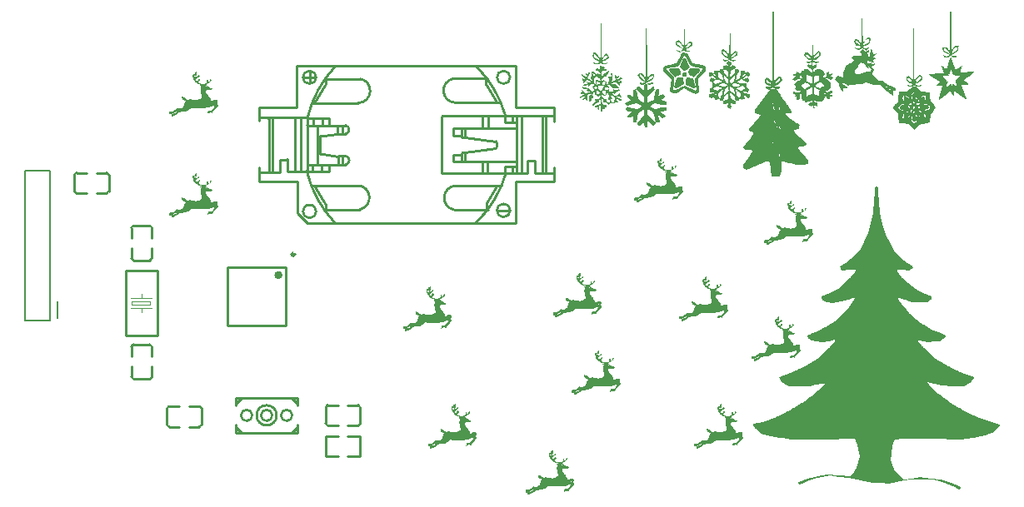
<source format=gto>
G04 Layer: TopSilkLayer*
G04 EasyEDA v6.4.7, 2020-12-24T11:11:18+08:00*
G04 a96b1d35a67042aea81d214db1df88de,0371d748834c44ad86c168cee136e782,10*
G04 Gerber Generator version 0.2*
G04 Scale: 100 percent, Rotated: No, Reflected: No *
G04 Dimensions in millimeters *
G04 leading zeros omitted , absolute positions ,3 integer and 3 decimal *
%FSLAX33Y33*%
%MOMM*%
G90*
D02*

%ADD10C,0.254000*%
%ADD22C,0.100000*%
%ADD23C,0.203200*%
%ADD24C,0.202999*%
%ADD25C,0.299999*%
%ADD26C,0.399999*%

%LPD*%

%LPD*%
G36*
G01X86982Y51863D02*
G01X86933Y53504D01*
G01X86901Y52014D01*
G01X86898Y51913D01*
G01X86896Y51811D01*
G01X86894Y51712D01*
G01X86892Y51615D01*
G01X86890Y51520D01*
G01X86888Y51426D01*
G01X86886Y51336D01*
G01X86884Y51248D01*
G01X86883Y51163D01*
G01X86881Y51081D01*
G01X86880Y51003D01*
G01X86879Y50928D01*
G01X86877Y50857D01*
G01X86876Y50791D01*
G01X86875Y50728D01*
G01X86874Y50671D01*
G01X86874Y50619D01*
G01X86873Y50571D01*
G01X86873Y50529D01*
G01X86872Y50493D01*
G01X86872Y50409D01*
G01X86877Y50293D01*
G01X86649Y50522D01*
G01X86587Y50583D01*
G01X86532Y50633D01*
G01X86484Y50674D01*
G01X86442Y50704D01*
G01X86404Y50725D01*
G01X86370Y50737D01*
G01X86338Y50739D01*
G01X86307Y50732D01*
G01X86277Y50717D01*
G01X86246Y50693D01*
G01X86214Y50661D01*
G01X86179Y50621D01*
G01X86071Y50491D01*
G01X86205Y50237D01*
G01X86258Y50141D01*
G01X86308Y50068D01*
G01X86346Y50025D01*
G01X86369Y50018D01*
G01X86397Y50027D01*
G01X86450Y50025D01*
G01X86522Y50012D01*
G01X86604Y49989D01*
G01X86808Y49924D01*
G01X86696Y49742D01*
G01X86457Y49796D01*
G01X86219Y49850D01*
G01X86394Y49713D01*
G01X86568Y49577D01*
G01X86755Y49700D01*
G01X86943Y49823D01*
G01X87150Y49685D01*
G01X87357Y49548D01*
G01X87496Y49686D01*
G01X87635Y49825D01*
G01X87188Y49740D01*
G01X87129Y49835D01*
G01X87071Y49930D01*
G01X87613Y50210D01*
G01X87813Y50584D01*
G01X87764Y50712D01*
G01X87714Y50840D01*
G01X87445Y50840D01*
G01X87261Y50643D01*
G01X87190Y50559D01*
G01X87132Y50475D01*
G01X87094Y50402D01*
G01X87081Y50349D01*
G01X87086Y50253D01*
G01X87369Y50660D01*
G01X87618Y50660D01*
G01X87618Y50393D01*
G01X87161Y50093D01*
G01X87032Y50223D01*
G01X86982Y51863D01*
G37*

%LPC*%
G36*
G01X86390Y50550D02*
G01X86348Y50563D01*
G01X86313Y50561D01*
G01X86286Y50542D01*
G01X86270Y50506D01*
G01X86264Y50454D01*
G01X86264Y50338D01*
G01X86832Y50002D01*
G01X86760Y50127D01*
G01X86721Y50189D01*
G01X86669Y50263D01*
G01X86610Y50340D01*
G01X86552Y50411D01*
G01X86494Y50473D01*
G01X86440Y50520D01*
G01X86390Y50550D01*
G37*

%LPD*%
G36*
G01X68932Y50040D02*
G01X68878Y53504D01*
G01X68858Y51764D01*
G01X68837Y50025D01*
G01X68581Y50312D01*
G01X68323Y50600D01*
G01X68025Y50485D01*
G01X68025Y50131D01*
G01X68263Y49944D01*
G01X68312Y49906D01*
G01X68363Y49871D01*
G01X68412Y49840D01*
G01X68460Y49812D01*
G01X68504Y49790D01*
G01X68543Y49772D01*
G01X68576Y49762D01*
G01X68601Y49758D01*
G01X68702Y49759D01*
G01X68408Y49990D01*
G01X68349Y50039D01*
G01X68295Y50087D01*
G01X68245Y50134D01*
G01X68201Y50178D01*
G01X68165Y50219D01*
G01X68138Y50254D01*
G01X68121Y50283D01*
G01X68115Y50305D01*
G01X68115Y50389D01*
G01X68388Y50389D01*
G01X68737Y49816D01*
G01X68644Y49643D01*
G01X68552Y49470D01*
G01X68070Y49579D01*
G01X68244Y49443D01*
G01X68419Y49306D01*
G01X68623Y49440D01*
G01X68828Y49574D01*
G01X68938Y49396D01*
G01X69470Y49396D01*
G01X69470Y49545D01*
G01X69276Y49538D01*
G01X69084Y49531D01*
G01X69052Y49727D01*
G01X69021Y49922D01*
G01X69186Y50124D01*
G01X69350Y50328D01*
G01X69589Y50179D01*
G01X69063Y49758D01*
G01X69156Y49757D01*
G01X69207Y49768D01*
G01X69280Y49798D01*
G01X69364Y49843D01*
G01X69449Y49897D01*
G01X69650Y50038D01*
G01X69650Y50370D01*
G01X69510Y50424D01*
G01X69369Y50477D01*
G01X68932Y50040D01*
G37*

%LPD*%
G36*
G01X96289Y48999D02*
G01X96021Y49008D01*
G01X96117Y48854D01*
G01X96558Y48854D01*
G01X96557Y48921D01*
G01X96557Y48989D01*
G01X96289Y48999D01*
G37*

%LPD*%
G36*
G01X96016Y53459D02*
G01X95835Y53459D01*
G01X95823Y49441D01*
G01X95627Y49847D01*
G01X95100Y49847D01*
G01X95158Y49446D01*
G01X95858Y49054D01*
G01X95679Y48997D01*
G01X95499Y48940D01*
G01X95173Y49065D01*
G01X95239Y48960D01*
G01X95304Y48854D01*
G01X95714Y48854D01*
G01X96204Y49195D01*
G01X96693Y49537D01*
G01X96721Y49782D01*
G01X96750Y50028D01*
G01X96390Y50028D01*
G01X96016Y49552D01*
G01X96016Y53459D01*
G37*

%LPC*%
G36*
G01X95378Y49757D02*
G01X95293Y49757D01*
G01X95293Y49490D01*
G01X95577Y49344D01*
G01X95860Y49198D01*
G01X95660Y49477D01*
G01X95619Y49534D01*
G01X95577Y49586D01*
G01X95535Y49633D01*
G01X95495Y49675D01*
G01X95458Y49709D01*
G01X95426Y49735D01*
G01X95398Y49751D01*
G01X95378Y49757D01*
G37*
G36*
G01X96648Y49847D02*
G01X96389Y49847D01*
G01X96192Y49571D01*
G01X96119Y49461D01*
G01X96064Y49366D01*
G01X96033Y49295D01*
G01X96031Y49260D01*
G01X96047Y49256D01*
G01X96073Y49262D01*
G01X96108Y49279D01*
G01X96150Y49302D01*
G01X96197Y49334D01*
G01X96249Y49370D01*
G01X96304Y49412D01*
G01X96359Y49455D01*
G01X96414Y49502D01*
G01X96467Y49548D01*
G01X96515Y49593D01*
G01X96559Y49637D01*
G01X96595Y49677D01*
G01X96623Y49712D01*
G01X96641Y49741D01*
G01X96648Y49763D01*
G01X96648Y49847D01*
G37*

%LPD*%
G36*
G01X73536Y49096D02*
G01X73484Y53504D01*
G01X73459Y51247D01*
G01X73435Y48989D01*
G01X73301Y49235D01*
G01X73271Y49287D01*
G01X73237Y49337D01*
G01X73200Y49386D01*
G01X73161Y49433D01*
G01X73122Y49475D01*
G01X73083Y49511D01*
G01X73046Y49541D01*
G01X73012Y49562D01*
G01X72855Y49642D01*
G01X72630Y49561D01*
G01X72630Y49249D01*
G01X72883Y49006D01*
G01X72936Y48957D01*
G01X72990Y48912D01*
G01X73044Y48871D01*
G01X73095Y48835D01*
G01X73143Y48805D01*
G01X73186Y48783D01*
G01X73222Y48769D01*
G01X73250Y48763D01*
G01X73363Y48763D01*
G01X73301Y48665D01*
G01X73240Y48566D01*
G01X73026Y48607D01*
G01X72810Y48648D01*
G01X72810Y48568D01*
G01X72820Y48532D01*
G01X72848Y48496D01*
G01X72889Y48463D01*
G01X72939Y48438D01*
G01X73067Y48389D01*
G01X73432Y48584D01*
G01X73874Y48382D01*
G01X74210Y48578D01*
G01X73916Y48580D01*
G01X73623Y48583D01*
G01X73623Y48657D01*
G01X73629Y48675D01*
G01X73648Y48697D01*
G01X73677Y48723D01*
G01X73715Y48753D01*
G01X73763Y48784D01*
G01X73816Y48817D01*
G01X73875Y48849D01*
G01X73939Y48881D01*
G01X74255Y49032D01*
G01X74255Y49401D01*
G01X73975Y49509D01*
G01X73536Y49096D01*
G37*

%LPC*%
G36*
G01X72825Y49482D02*
G01X72783Y49482D01*
G01X72750Y49471D01*
G01X72728Y49447D01*
G01X72720Y49412D01*
G01X72726Y49387D01*
G01X72745Y49354D01*
G01X72774Y49314D01*
G01X72812Y49269D01*
G01X72857Y49221D01*
G01X72908Y49170D01*
G01X72964Y49118D01*
G01X73021Y49067D01*
G01X73080Y49018D01*
G01X73139Y48974D01*
G01X73195Y48934D01*
G01X73248Y48902D01*
G01X73370Y48832D01*
G01X73256Y49044D01*
G01X73231Y49089D01*
G01X73203Y49136D01*
G01X73173Y49183D01*
G01X73142Y49228D01*
G01X73111Y49271D01*
G01X73081Y49310D01*
G01X73053Y49344D01*
G01X73028Y49371D01*
G01X72978Y49415D01*
G01X72925Y49448D01*
G01X72874Y49471D01*
G01X72825Y49482D01*
G37*
G36*
G01X74171Y49305D02*
G01X74046Y49305D01*
G01X74013Y49300D01*
G01X73973Y49285D01*
G01X73930Y49261D01*
G01X73884Y49230D01*
G01X73836Y49194D01*
G01X73790Y49155D01*
G01X73746Y49113D01*
G01X73706Y49070D01*
G01X73672Y49028D01*
G01X73646Y48989D01*
G01X73629Y48953D01*
G01X73623Y48923D01*
G01X73623Y48871D01*
G01X73806Y48919D01*
G01X73990Y48967D01*
G01X74080Y49136D01*
G01X74171Y49305D01*
G37*

%LPD*%
G36*
G01X60417Y51122D02*
G01X60392Y53504D01*
G01X60350Y48750D01*
G01X60116Y49028D01*
G01X59882Y49305D01*
G01X59621Y49305D01*
G01X59572Y49177D01*
G01X59523Y49048D01*
G01X59623Y48862D01*
G01X59723Y48675D01*
G01X60004Y48530D01*
G01X60286Y48384D01*
G01X60035Y48230D01*
G01X59601Y48338D01*
G01X59664Y48235D01*
G01X59728Y48131D01*
G01X60223Y48131D01*
G01X60321Y48230D01*
G01X60419Y48328D01*
G01X60480Y48230D01*
G01X60541Y48131D01*
G01X60971Y48131D01*
G01X61087Y48319D01*
G01X60863Y48263D01*
G01X60640Y48207D01*
G01X60520Y48403D01*
G01X60732Y48484D01*
G01X60777Y48503D01*
G01X60823Y48526D01*
G01X60870Y48553D01*
G01X60916Y48582D01*
G01X60959Y48613D01*
G01X60999Y48644D01*
G01X61033Y48675D01*
G01X61061Y48705D01*
G01X61177Y48845D01*
G01X61147Y49000D01*
G01X61127Y49063D01*
G01X61094Y49121D01*
G01X61052Y49165D01*
G01X61006Y49192D01*
G01X60895Y49229D01*
G01X60669Y48984D01*
G01X60443Y48741D01*
G01X60417Y51122D01*
G37*

%LPC*%
G36*
G01X61072Y49035D02*
G01X60822Y49035D01*
G01X60526Y48583D01*
G01X60598Y48583D01*
G01X60633Y48589D01*
G01X60675Y48604D01*
G01X60722Y48627D01*
G01X60774Y48658D01*
G01X60827Y48693D01*
G01X60880Y48732D01*
G01X60930Y48773D01*
G01X60976Y48814D01*
G01X61015Y48853D01*
G01X61045Y48890D01*
G01X61065Y48923D01*
G01X61072Y48949D01*
G01X61072Y49035D01*
G37*
G36*
G01X59997Y48958D02*
G01X59723Y49260D01*
G01X59720Y49067D01*
G01X59717Y48875D01*
G01X59951Y48722D01*
G01X60045Y48666D01*
G01X60129Y48626D01*
G01X60193Y48607D01*
G01X60228Y48613D01*
G01X60232Y48627D01*
G01X60224Y48653D01*
G01X60206Y48689D01*
G01X60179Y48732D01*
G01X60143Y48782D01*
G01X60101Y48838D01*
G01X60052Y48897D01*
G01X59997Y48958D01*
G37*

%LPD*%
G36*
G01X65663Y46312D02*
G01X65654Y46315D01*
G01X65624Y46306D01*
G01X65559Y46290D01*
G01X65468Y46269D01*
G01X65361Y46245D01*
G01X65090Y46186D01*
G01X65318Y46043D01*
G01X65497Y46100D01*
G01X65567Y46129D01*
G01X65624Y46165D01*
G01X65663Y46204D01*
G01X65677Y46242D01*
G01X65675Y46273D01*
G01X65670Y46298D01*
G01X65663Y46312D01*
G37*

%LPD*%
G36*
G01X65090Y46758D02*
G01X64997Y53504D01*
G01X64976Y50128D01*
G01X64954Y46753D01*
G01X64767Y46991D01*
G01X64581Y47229D01*
G01X64412Y47229D01*
G01X64342Y47222D01*
G01X64276Y47203D01*
G01X64223Y47174D01*
G01X64188Y47140D01*
G01X64133Y47052D01*
G01X64234Y46865D01*
G01X64260Y46823D01*
G01X64295Y46778D01*
G01X64338Y46730D01*
G01X64387Y46682D01*
G01X64442Y46633D01*
G01X64499Y46587D01*
G01X64558Y46543D01*
G01X64617Y46505D01*
G01X64900Y46334D01*
G01X64747Y46275D01*
G01X64593Y46216D01*
G01X64458Y46268D01*
G01X64322Y46320D01*
G01X64322Y46230D01*
G01X64334Y46190D01*
G01X64364Y46150D01*
G01X64409Y46113D01*
G01X64464Y46085D01*
G01X64605Y46031D01*
G01X64848Y46155D01*
G01X64945Y46208D01*
G01X65032Y46257D01*
G01X65099Y46298D01*
G01X65135Y46326D01*
G01X65174Y46354D01*
G01X65247Y46398D01*
G01X65343Y46452D01*
G01X65451Y46509D01*
G01X65722Y46648D01*
G01X65751Y46893D01*
G01X65779Y47138D01*
G01X65434Y47138D01*
G01X65090Y46758D01*
G37*

%LPC*%
G36*
G01X64406Y47138D02*
G01X64322Y47138D01*
G01X64322Y46880D01*
G01X64864Y46494D01*
G01X64864Y46578D01*
G01X64850Y46630D01*
G01X64809Y46708D01*
G01X64750Y46802D01*
G01X64677Y46901D01*
G01X64598Y46993D01*
G01X64521Y47068D01*
G01X64454Y47120D01*
G01X64406Y47138D01*
G37*
G36*
G01X65626Y46975D02*
G01X65600Y46979D01*
G01X65570Y46976D01*
G01X65537Y46966D01*
G01X65501Y46949D01*
G01X65462Y46927D01*
G01X65423Y46898D01*
G01X65382Y46864D01*
G01X65342Y46824D01*
G01X65301Y46780D01*
G01X65262Y46730D01*
G01X65225Y46677D01*
G01X65190Y46620D01*
G01X65126Y46508D01*
G01X65289Y46566D01*
G01X65368Y46598D01*
G01X65441Y46634D01*
G01X65507Y46674D01*
G01X65565Y46715D01*
G01X65611Y46758D01*
G01X65647Y46800D01*
G01X65669Y46840D01*
G01X65677Y46878D01*
G01X65674Y46915D01*
G01X65664Y46943D01*
G01X65647Y46963D01*
G01X65626Y46975D01*
G37*

%LPD*%
G36*
G01X92200Y50013D02*
G01X92176Y53504D01*
G01X92154Y50009D01*
G01X92133Y46515D01*
G01X91691Y46956D01*
G01X91411Y46848D01*
G01X91411Y46534D01*
G01X91569Y46399D01*
G01X91643Y46341D01*
G01X91729Y46285D01*
G01X91814Y46238D01*
G01X91891Y46205D01*
G01X92054Y46146D01*
G01X91993Y46048D01*
G01X91933Y45950D01*
G01X91486Y46062D01*
G01X91602Y45874D01*
G01X92032Y45874D01*
G01X92088Y45965D01*
G01X92144Y46055D01*
G01X92313Y45965D01*
G01X92393Y45930D01*
G01X92486Y45901D01*
G01X92580Y45882D01*
G01X92663Y45874D01*
G01X92845Y45874D01*
G01X92907Y45974D01*
G01X92968Y46074D01*
G01X92588Y45954D01*
G01X92428Y46043D01*
G01X92269Y46133D01*
G01X92494Y46219D01*
G01X92543Y46240D01*
G01X92595Y46267D01*
G01X92649Y46299D01*
G01X92702Y46334D01*
G01X92755Y46372D01*
G01X92803Y46411D01*
G01X92848Y46451D01*
G01X92886Y46489D01*
G01X93052Y46674D01*
G01X93021Y46830D01*
G01X92991Y46988D01*
G01X92878Y47026D01*
G01X92766Y47063D01*
G01X92225Y46522D01*
G01X92200Y50013D01*
G37*

%LPC*%
G36*
G01X92895Y46863D02*
G01X92799Y46960D01*
G01X92384Y46519D01*
G01X92420Y46411D01*
G01X92457Y46302D01*
G01X92991Y46764D01*
G01X92895Y46863D01*
G37*
G36*
G01X91701Y46766D02*
G01X91658Y46772D01*
G01X91618Y46761D01*
G01X91582Y46734D01*
G01X91549Y46691D01*
G01X91495Y46604D01*
G01X91727Y46453D01*
G01X91794Y46411D01*
G01X91851Y46379D01*
G01X91900Y46357D01*
G01X91939Y46344D01*
G01X91969Y46341D01*
G01X91989Y46348D01*
G01X91999Y46364D01*
G01X92000Y46389D01*
G01X91991Y46423D01*
G01X91971Y46466D01*
G01X91940Y46519D01*
G01X91900Y46580D01*
G01X91846Y46651D01*
G01X91795Y46706D01*
G01X91746Y46745D01*
G01X91701Y46766D01*
G37*

%LPD*%
G36*
G01X69148Y49260D02*
G01X68668Y49316D01*
G01X68534Y49108D01*
G01X68504Y49059D01*
G01X68470Y49001D01*
G01X68433Y48935D01*
G01X68394Y48864D01*
G01X68354Y48789D01*
G01X68316Y48714D01*
G01X68279Y48640D01*
G01X68245Y48570D01*
G01X68090Y48241D01*
G01X67538Y48133D01*
G01X67462Y48117D01*
G01X67388Y48100D01*
G01X67315Y48083D01*
G01X67245Y48065D01*
G01X67178Y48047D01*
G01X67115Y48029D01*
G01X67058Y48011D01*
G01X67006Y47993D01*
G01X66961Y47976D01*
G01X66923Y47960D01*
G01X66894Y47945D01*
G01X66874Y47931D01*
G01X66760Y47838D01*
G01X66760Y47460D01*
G01X67171Y47043D01*
G01X67582Y46627D01*
G01X67489Y46052D01*
G01X67397Y45477D01*
G01X67544Y45315D01*
G01X67581Y45276D01*
G01X67616Y45243D01*
G01X67651Y45216D01*
G01X67687Y45194D01*
G01X67723Y45178D01*
G01X67762Y45168D01*
G01X67802Y45165D01*
G01X67846Y45167D01*
G01X67894Y45175D01*
G01X67947Y45190D01*
G01X68005Y45212D01*
G01X68069Y45239D01*
G01X68140Y45273D01*
G01X68219Y45314D01*
G01X68306Y45361D01*
G01X68402Y45415D01*
G01X68863Y45679D01*
G01X69440Y45395D01*
G01X70016Y45111D01*
G01X70172Y45211D01*
G01X70327Y45312D01*
G01X70271Y46670D01*
G01X70681Y47107D01*
G01X70757Y47189D01*
G01X70824Y47262D01*
G01X70882Y47327D01*
G01X70932Y47387D01*
G01X70974Y47440D01*
G01X71009Y47488D01*
G01X71036Y47532D01*
G01X71057Y47572D01*
G01X71071Y47609D01*
G01X71078Y47644D01*
G01X71080Y47678D01*
G01X71076Y47711D01*
G01X71067Y47744D01*
G01X71053Y47778D01*
G01X71035Y47814D01*
G01X71012Y47852D01*
G01X70932Y47978D01*
G01X70313Y48128D01*
G01X69695Y48279D01*
G01X69422Y48770D01*
G01X69148Y49260D01*
G37*

%LPC*%
G36*
G01X68924Y48991D02*
G01X68843Y49041D01*
G01X68574Y48507D01*
G01X68304Y47973D01*
G01X68157Y47917D01*
G01X68132Y47909D01*
G01X68100Y47900D01*
G01X68061Y47891D01*
G01X68016Y47881D01*
G01X67964Y47870D01*
G01X67909Y47860D01*
G01X67850Y47850D01*
G01X67787Y47840D01*
G01X67722Y47830D01*
G01X67655Y47820D01*
G01X67520Y47803D01*
G01X67436Y47793D01*
G01X67360Y47784D01*
G01X67294Y47774D01*
G01X67235Y47765D01*
G01X67186Y47754D01*
G01X67145Y47743D01*
G01X67113Y47730D01*
G01X67089Y47714D01*
G01X67074Y47697D01*
G01X67067Y47677D01*
G01X67068Y47653D01*
G01X67077Y47626D01*
G01X67095Y47595D01*
G01X67121Y47558D01*
G01X67155Y47518D01*
G01X67197Y47472D01*
G01X67247Y47420D01*
G01X67305Y47361D01*
G01X67371Y47297D01*
G01X67445Y47225D01*
G01X67858Y46822D01*
G01X67798Y46168D01*
G01X67738Y45513D01*
G01X67834Y45513D01*
G01X67852Y45515D01*
G01X67877Y45522D01*
G01X67911Y45532D01*
G01X67951Y45546D01*
G01X67997Y45564D01*
G01X68048Y45584D01*
G01X68104Y45608D01*
G01X68163Y45634D01*
G01X68226Y45662D01*
G01X68291Y45692D01*
G01X68359Y45724D01*
G01X68427Y45757D01*
G01X68923Y46000D01*
G01X70009Y45481D01*
G01X70119Y45591D01*
G01X70020Y46053D01*
G01X70000Y46146D01*
G01X69983Y46229D01*
G01X69967Y46304D01*
G01X69955Y46372D01*
G01X69946Y46434D01*
G01X69940Y46490D01*
G01X69937Y46541D01*
G01X69938Y46588D01*
G01X69943Y46633D01*
G01X69953Y46675D01*
G01X69966Y46717D01*
G01X69984Y46757D01*
G01X70007Y46799D01*
G01X70036Y46842D01*
G01X70069Y46887D01*
G01X70109Y46936D01*
G01X70154Y46988D01*
G01X70205Y47045D01*
G01X70263Y47108D01*
G01X70327Y47178D01*
G01X70382Y47239D01*
G01X70435Y47298D01*
G01X70485Y47356D01*
G01X70532Y47412D01*
G01X70575Y47464D01*
G01X70614Y47513D01*
G01X70649Y47557D01*
G01X70678Y47598D01*
G01X70701Y47632D01*
G01X70719Y47660D01*
G01X70730Y47681D01*
G01X70733Y47696D01*
G01X70733Y47770D01*
G01X70557Y47770D01*
G01X70513Y47772D01*
G01X70454Y47778D01*
G01X70384Y47787D01*
G01X70304Y47798D01*
G01X70217Y47812D01*
G01X70126Y47828D01*
G01X70034Y47845D01*
G01X69942Y47864D01*
G01X69503Y47959D01*
G01X69255Y48450D01*
G01X69220Y48517D01*
G01X69186Y48582D01*
G01X69152Y48645D01*
G01X69118Y48704D01*
G01X69086Y48760D01*
G01X69055Y48812D01*
G01X69026Y48858D01*
G01X69000Y48899D01*
G01X68976Y48933D01*
G01X68955Y48961D01*
G01X68938Y48980D01*
G01X68924Y48991D01*
G37*

%LPD*%
G36*
G01X68987Y48763D02*
G01X68770Y48763D01*
G01X68398Y47906D01*
G01X68588Y47703D01*
G01X68644Y47646D01*
G01X68696Y47599D01*
G01X68745Y47562D01*
G01X68791Y47535D01*
G01X68837Y47518D01*
G01X68883Y47511D01*
G01X68930Y47513D01*
G01X68978Y47525D01*
G01X69029Y47547D01*
G01X69084Y47579D01*
G01X69143Y47619D01*
G01X69208Y47670D01*
G01X69419Y47841D01*
G01X68987Y48763D01*
G37*

%LPD*%
G36*
G01X69063Y47272D02*
G01X68747Y47332D01*
G01X68694Y47194D01*
G01X68640Y47057D01*
G01X68699Y46962D01*
G01X68758Y46868D01*
G01X69121Y46868D01*
G01X69063Y47272D01*
G37*

%LPD*%
G36*
G01X68422Y47628D02*
G01X68367Y47770D01*
G01X68037Y47758D01*
G01X67967Y47755D01*
G01X67894Y47750D01*
G01X67819Y47744D01*
G01X67745Y47738D01*
G01X67675Y47731D01*
G01X67610Y47723D01*
G01X67553Y47715D01*
G01X67506Y47707D01*
G01X67302Y47668D01*
G01X67302Y47556D01*
G01X67308Y47527D01*
G01X67327Y47489D01*
G01X67356Y47442D01*
G01X67394Y47389D01*
G01X67440Y47330D01*
G01X67492Y47269D01*
G01X67551Y47206D01*
G01X67613Y47143D01*
G01X67925Y46842D01*
G01X68201Y46955D01*
G01X68476Y47070D01*
G01X68476Y47278D01*
G01X68472Y47369D01*
G01X68460Y47466D01*
G01X68442Y47556D01*
G01X68422Y47628D01*
G37*

%LPD*%
G36*
G01X69761Y47769D02*
G01X69465Y47770D01*
G01X69373Y47529D01*
G01X69282Y47288D01*
G01X69328Y47167D01*
G01X69364Y47112D01*
G01X69428Y47051D01*
G01X69511Y46992D01*
G01X69605Y46941D01*
G01X69835Y46837D01*
G01X70149Y47140D01*
G01X70212Y47204D01*
G01X70271Y47267D01*
G01X70324Y47329D01*
G01X70370Y47387D01*
G01X70409Y47440D01*
G01X70438Y47486D01*
G01X70456Y47524D01*
G01X70463Y47552D01*
G01X70463Y47659D01*
G01X70259Y47713D01*
G01X70213Y47725D01*
G01X70157Y47735D01*
G01X70095Y47744D01*
G01X70029Y47753D01*
G01X69960Y47759D01*
G01X69891Y47764D01*
G01X69824Y47768D01*
G01X69761Y47769D01*
G37*

%LPD*%
G36*
G01X69782Y46732D02*
G01X69116Y46788D01*
G01X69035Y46489D01*
G01X69017Y46424D01*
G01X69003Y46366D01*
G01X68991Y46315D01*
G01X68984Y46270D01*
G01X68981Y46231D01*
G01X68983Y46195D01*
G01X68991Y46163D01*
G01X69005Y46134D01*
G01X69025Y46106D01*
G01X69052Y46078D01*
G01X69086Y46051D01*
G01X69129Y46022D01*
G01X69180Y45991D01*
G01X69241Y45958D01*
G01X69311Y45921D01*
G01X69391Y45879D01*
G01X69765Y45684D01*
G01X69879Y45728D01*
G01X69994Y45772D01*
G01X69782Y46732D01*
G37*

%LPD*%
G36*
G01X68747Y46777D02*
G01X68121Y46777D01*
G01X68036Y46618D01*
G01X68017Y46579D01*
G01X67998Y46529D01*
G01X67978Y46471D01*
G01X67957Y46406D01*
G01X67937Y46337D01*
G01X67919Y46265D01*
G01X67902Y46192D01*
G01X67887Y46122D01*
G01X67824Y45786D01*
G01X67961Y45733D01*
G01X68098Y45681D01*
G01X68855Y46158D01*
G01X68802Y46355D01*
G01X68782Y46440D01*
G01X68764Y46527D01*
G01X68753Y46605D01*
G01X68748Y46664D01*
G01X68747Y46777D01*
G37*

%LPD*%
G36*
G01X88085Y49136D02*
G01X87915Y49802D01*
G01X87812Y49548D01*
G01X87791Y49493D01*
G01X87772Y49436D01*
G01X87754Y49377D01*
G01X87739Y49319D01*
G01X87727Y49262D01*
G01X87717Y49210D01*
G01X87711Y49163D01*
G01X87709Y49124D01*
G01X87702Y49055D01*
G01X87685Y48990D01*
G01X87659Y48938D01*
G01X87628Y48906D01*
G01X87549Y48856D01*
G01X87506Y49083D01*
G01X87462Y49310D01*
G01X87540Y49358D01*
G01X87571Y49384D01*
G01X87595Y49418D01*
G01X87612Y49457D01*
G01X87618Y49496D01*
G01X87618Y49585D01*
G01X87302Y49409D01*
G01X86994Y49687D01*
G01X86714Y49407D01*
G01X86906Y49289D01*
G01X86878Y49142D01*
G01X86850Y48996D01*
G01X86431Y49021D01*
G01X86012Y49047D01*
G01X85954Y48954D01*
G01X85897Y48861D01*
G01X86009Y48681D01*
G01X86050Y48609D01*
G01X86077Y48545D01*
G01X86087Y48497D01*
G01X86080Y48470D01*
G01X86064Y48460D01*
G01X86034Y48440D01*
G01X85993Y48413D01*
G01X85942Y48379D01*
G01X85882Y48341D01*
G01X85815Y48298D01*
G01X85744Y48252D01*
G01X85669Y48204D01*
G01X85299Y47967D01*
G01X85149Y47652D01*
G01X85000Y47337D01*
G01X85000Y46796D01*
G01X84382Y46936D01*
G01X84284Y46838D01*
G01X84239Y46784D01*
G01X84208Y46730D01*
G01X84194Y46676D01*
G01X84196Y46619D01*
G01X84215Y46561D01*
G01X84249Y46501D01*
G01X84300Y46438D01*
G01X84368Y46371D01*
G01X84548Y46207D01*
G01X84549Y46063D01*
G01X84549Y45919D01*
G01X84771Y45648D01*
G01X84993Y45378D01*
G01X84997Y45568D01*
G01X85000Y45759D01*
G01X85237Y45713D01*
G01X85475Y45668D01*
G01X85433Y45794D01*
G01X85401Y45851D01*
G01X85344Y45913D01*
G01X85270Y45972D01*
G01X85188Y46022D01*
G01X85101Y46070D01*
G01X85013Y46125D01*
G01X84936Y46181D01*
G01X84879Y46231D01*
G01X84774Y46337D01*
G01X85042Y46236D01*
G01X85098Y46214D01*
G01X85155Y46189D01*
G01X85211Y46163D01*
G01X85265Y46137D01*
G01X85315Y46110D01*
G01X85359Y46084D01*
G01X85396Y46061D01*
G01X85425Y46040D01*
G01X85539Y45945D01*
G01X85699Y46009D01*
G01X85725Y46018D01*
G01X85760Y46027D01*
G01X85803Y46036D01*
G01X85853Y46045D01*
G01X85909Y46053D01*
G01X85971Y46061D01*
G01X86037Y46069D01*
G01X86106Y46076D01*
G01X86178Y46082D01*
G01X86252Y46088D01*
G01X86402Y46096D01*
G01X86947Y46118D01*
G01X87132Y46216D01*
G01X87316Y46315D01*
G01X87670Y46189D01*
G01X88025Y46063D01*
G01X88397Y46059D01*
G01X88770Y46055D01*
G01X88872Y45933D01*
G01X88890Y45912D01*
G01X88918Y45885D01*
G01X88953Y45852D01*
G01X88997Y45813D01*
G01X89046Y45769D01*
G01X89102Y45722D01*
G01X89163Y45670D01*
G01X89228Y45616D01*
G01X89296Y45560D01*
G01X89367Y45502D01*
G01X89441Y45444D01*
G01X89515Y45385D01*
G01X90056Y44960D01*
G01X90056Y45427D01*
G01X89853Y45511D01*
G01X89808Y45532D01*
G01X89756Y45559D01*
G01X89701Y45591D01*
G01X89643Y45628D01*
G01X89585Y45666D01*
G01X89528Y45707D01*
G01X89474Y45748D01*
G01X89424Y45789D01*
G01X89198Y45982D01*
G01X89559Y45778D01*
G01X89634Y45736D01*
G01X89707Y45693D01*
G01X89776Y45651D01*
G01X89840Y45612D01*
G01X89897Y45576D01*
G01X89945Y45544D01*
G01X89982Y45518D01*
G01X90006Y45499D01*
G01X90049Y45469D01*
G01X90101Y45445D01*
G01X90157Y45429D01*
G01X90210Y45423D01*
G01X90327Y45423D01*
G01X90327Y45691D01*
G01X89803Y45956D01*
G01X89731Y45993D01*
G01X89659Y46031D01*
G01X89589Y46070D01*
G01X89522Y46109D01*
G01X89458Y46147D01*
G01X89397Y46185D01*
G01X89341Y46221D01*
G01X89291Y46255D01*
G01X89247Y46287D01*
G01X89209Y46316D01*
G01X89180Y46342D01*
G01X89160Y46364D01*
G01X89041Y46506D01*
G01X88588Y46506D01*
G01X87986Y47144D01*
G01X88067Y47356D01*
G01X88147Y47568D01*
G01X88018Y47753D01*
G01X87888Y47938D01*
G01X88250Y48053D01*
G01X88250Y48243D01*
G01X88070Y48195D01*
G01X87889Y48148D01*
G01X87889Y48332D01*
G01X87664Y48275D01*
G01X87437Y48218D01*
G01X87437Y48588D01*
G01X87704Y48450D01*
G01X87760Y48422D01*
G01X87816Y48397D01*
G01X87871Y48373D01*
G01X87923Y48352D01*
G01X87971Y48336D01*
G01X88014Y48323D01*
G01X88049Y48315D01*
G01X88075Y48312D01*
G01X88179Y48312D01*
G01X88077Y48578D01*
G01X88231Y48665D01*
G01X88386Y48751D01*
G01X88062Y48876D01*
G01X88386Y49246D01*
G01X88236Y49191D01*
G01X88085Y49136D01*
G37*

%LPC*%
G36*
G01X86970Y48278D02*
G01X86818Y48290D01*
G01X86558Y47962D01*
G01X86504Y47895D01*
G01X86452Y47827D01*
G01X86402Y47762D01*
G01X86356Y47700D01*
G01X86315Y47645D01*
G01X86280Y47597D01*
G01X86253Y47558D01*
G01X86235Y47530D01*
G01X86173Y47425D01*
G01X86228Y47282D01*
G01X86283Y47138D01*
G01X86502Y47138D01*
G01X86553Y47141D01*
G01X86613Y47149D01*
G01X86680Y47162D01*
G01X86752Y47178D01*
G01X86827Y47198D01*
G01X86902Y47221D01*
G01X86976Y47247D01*
G01X87114Y47301D01*
G01X87188Y47326D01*
G01X87261Y47349D01*
G01X87334Y47369D01*
G01X87404Y47386D01*
G01X87469Y47398D01*
G01X87527Y47407D01*
G01X87575Y47409D01*
G01X87779Y47409D01*
G01X87877Y47663D01*
G01X87520Y47986D01*
G01X87638Y47680D01*
G01X87586Y47680D01*
G01X87572Y47686D01*
G01X87550Y47703D01*
G01X87522Y47730D01*
G01X87489Y47766D01*
G01X87452Y47810D01*
G01X87412Y47860D01*
G01X87370Y47915D01*
G01X87328Y47973D01*
G01X87122Y48267D01*
G01X86970Y48278D01*
G37*

%LPD*%
G36*
G01X95970Y48829D02*
G01X95953Y48836D01*
G01X95935Y48832D01*
G01X95916Y48817D01*
G01X95896Y48790D01*
G01X95874Y48751D01*
G01X95851Y48701D01*
G01X95827Y48639D01*
G01X95801Y48565D01*
G01X95773Y48478D01*
G01X95742Y48379D01*
G01X95710Y48267D01*
G01X95678Y48158D01*
G01X95649Y48062D01*
G01X95622Y47978D01*
G01X95596Y47906D01*
G01X95573Y47845D01*
G01X95550Y47796D01*
G01X95527Y47756D01*
G01X95505Y47727D01*
G01X95483Y47708D01*
G01X95460Y47699D01*
G01X95436Y47698D01*
G01X95412Y47706D01*
G01X95385Y47722D01*
G01X95357Y47746D01*
G01X95327Y47777D01*
G01X95293Y47816D01*
G01X95244Y47868D01*
G01X95192Y47911D01*
G01X95144Y47940D01*
G01X95106Y47951D01*
G01X95031Y47951D01*
G01X95285Y47229D01*
G01X94951Y47228D01*
G01X94901Y47227D01*
G01X94845Y47226D01*
G01X94784Y47223D01*
G01X94718Y47220D01*
G01X94648Y47216D01*
G01X94576Y47210D01*
G01X94503Y47205D01*
G01X94355Y47193D01*
G01X94283Y47186D01*
G01X94213Y47178D01*
G01X94146Y47170D01*
G01X93676Y47114D01*
G01X94258Y46740D01*
G01X94841Y46365D01*
G01X94440Y45964D01*
G01X95124Y45964D01*
G01X95078Y45891D01*
G01X95067Y45869D01*
G01X95053Y45837D01*
G01X95039Y45796D01*
G01X95021Y45745D01*
G01X95003Y45687D01*
G01X94984Y45623D01*
G01X94963Y45553D01*
G01X94942Y45479D01*
G01X94921Y45401D01*
G01X94899Y45321D01*
G01X94878Y45240D01*
G01X94856Y45158D01*
G01X94836Y45077D01*
G01X94816Y44997D01*
G01X94798Y44920D01*
G01X94781Y44847D01*
G01X94765Y44779D01*
G01X94752Y44716D01*
G01X94741Y44660D01*
G01X94732Y44613D01*
G01X94726Y44573D01*
G01X94723Y44544D01*
G01X94724Y44526D01*
G01X94728Y44520D01*
G01X94739Y44524D01*
G01X94760Y44536D01*
G01X94790Y44556D01*
G01X94828Y44583D01*
G01X94875Y44616D01*
G01X94927Y44654D01*
G01X94986Y44698D01*
G01X95051Y44747D01*
G01X95120Y44800D01*
G01X95193Y44856D01*
G01X95269Y44916D01*
G01X95347Y44978D01*
G01X95923Y45437D01*
G01X96029Y45204D01*
G01X96076Y45113D01*
G01X96126Y45040D01*
G01X96173Y44990D01*
G01X96211Y44971D01*
G01X96286Y44971D01*
G01X96286Y45415D01*
G01X96874Y45012D01*
G01X96954Y44958D01*
G01X97107Y44856D01*
G01X97178Y44810D01*
G01X97244Y44767D01*
G01X97305Y44728D01*
G01X97360Y44694D01*
G01X97409Y44665D01*
G01X97449Y44642D01*
G01X97481Y44625D01*
G01X97503Y44614D01*
G01X97516Y44610D01*
G01X97570Y44610D01*
G01X97504Y44768D01*
G01X97493Y44794D01*
G01X97479Y44831D01*
G01X97462Y44874D01*
G01X97442Y44925D01*
G01X97420Y44982D01*
G01X97396Y45045D01*
G01X97370Y45113D01*
G01X97343Y45185D01*
G01X97315Y45259D01*
G01X97286Y45335D01*
G01X97257Y45413D01*
G01X97228Y45490D01*
G01X97018Y46055D01*
G01X97307Y46065D01*
G01X97424Y46069D01*
G01X97531Y46070D01*
G01X97614Y46069D01*
G01X97664Y46065D01*
G01X97690Y46068D01*
G01X97711Y46085D01*
G01X97726Y46112D01*
G01X97731Y46147D01*
G01X97731Y46239D01*
G01X97506Y46342D01*
G01X97438Y46375D01*
G01X97383Y46405D01*
G01X97341Y46434D01*
G01X97313Y46463D01*
G01X97298Y46492D01*
G01X97296Y46522D01*
G01X97308Y46553D01*
G01X97333Y46588D01*
G01X97373Y46625D01*
G01X97426Y46666D01*
G01X97493Y46713D01*
G01X97575Y46764D01*
G01X97617Y46791D01*
G01X97661Y46821D01*
G01X97707Y46854D01*
G01X97754Y46888D01*
G01X97801Y46925D01*
G01X97895Y47001D01*
G01X97940Y47039D01*
G01X97983Y47077D01*
G01X98023Y47114D01*
G01X98060Y47150D01*
G01X98092Y47184D01*
G01X98315Y47421D01*
G01X96918Y47294D01*
G01X96918Y47391D01*
G01X96925Y47447D01*
G01X96944Y47527D01*
G01X96972Y47622D01*
G01X97007Y47719D01*
G01X97095Y47951D01*
G01X96990Y47951D01*
G01X96933Y47936D01*
G01X96855Y47894D01*
G01X96767Y47832D01*
G01X96679Y47757D01*
G01X96472Y47563D01*
G01X96289Y47991D01*
G01X96263Y48051D01*
G01X96238Y48112D01*
G01X96213Y48175D01*
G01X96189Y48237D01*
G01X96165Y48298D01*
G01X96143Y48358D01*
G01X96122Y48414D01*
G01X96103Y48468D01*
G01X96071Y48564D01*
G01X96060Y48603D01*
G01X96051Y48636D01*
G01X96034Y48696D01*
G01X96019Y48745D01*
G01X96003Y48783D01*
G01X95987Y48812D01*
G01X95970Y48829D01*
G37*

%LPC*%
G36*
G01X96079Y47337D02*
G01X95957Y47635D01*
G01X95832Y47138D01*
G01X95644Y47138D01*
G01X95755Y46957D01*
G01X95502Y46947D01*
G01X95396Y46944D01*
G01X95296Y46943D01*
G01X95213Y46945D01*
G01X95158Y46948D01*
G01X95139Y46939D01*
G01X95153Y46906D01*
G01X95199Y46853D01*
G01X95271Y46786D01*
G01X95350Y46711D01*
G01X95414Y46635D01*
G01X95458Y46566D01*
G01X95474Y46515D01*
G01X95481Y46476D01*
G01X95500Y46445D01*
G01X95528Y46424D01*
G01X95562Y46416D01*
G01X95650Y46416D01*
G01X95559Y46178D01*
G01X95534Y46105D01*
G01X95516Y46043D01*
G01X95507Y45992D01*
G01X95505Y45951D01*
G01X95510Y45920D01*
G01X95523Y45900D01*
G01X95543Y45892D01*
G01X95571Y45894D01*
G01X95605Y45907D01*
G01X95646Y45931D01*
G01X95695Y45967D01*
G01X95750Y46014D01*
G01X95936Y46183D01*
G01X96010Y46063D01*
G01X96084Y45944D01*
G01X96174Y46190D01*
G01X96293Y46077D01*
G01X96346Y46033D01*
G01X96400Y45998D01*
G01X96449Y45974D01*
G01X96487Y45964D01*
G01X96561Y45964D01*
G01X96444Y46431D01*
G01X96639Y46694D01*
G01X96833Y46957D01*
G01X96377Y46957D01*
G01X96377Y47149D01*
G01X96288Y47094D01*
G01X96200Y47040D01*
G01X96079Y47337D01*
G37*

%LPD*%
G36*
G01X81907Y51263D02*
G01X81881Y53504D01*
G01X81861Y51208D01*
G01X81839Y48913D01*
G01X81631Y49109D01*
G01X81422Y49305D01*
G01X81136Y49305D01*
G01X81029Y49024D01*
G01X81267Y48804D01*
G01X81317Y48759D01*
G01X81369Y48718D01*
G01X81421Y48681D01*
G01X81472Y48648D01*
G01X81520Y48621D01*
G01X81564Y48600D01*
G01X81602Y48588D01*
G01X81632Y48583D01*
G01X81760Y48583D01*
G01X81648Y48402D01*
G01X81162Y48400D01*
G01X81433Y48226D01*
G01X81749Y48325D01*
G01X81749Y48022D01*
G01X81617Y48073D01*
G01X81484Y48124D01*
G01X81381Y47956D01*
G01X81610Y47757D01*
G01X81839Y47557D01*
G01X81839Y47204D01*
G01X81465Y47680D01*
G01X81027Y47680D01*
G01X81027Y47500D01*
G01X80759Y47500D01*
G01X80651Y47065D01*
G01X80750Y46878D01*
G01X80850Y46691D01*
G01X80713Y46744D01*
G01X80575Y46796D01*
G01X80575Y47206D01*
G01X80435Y47323D01*
G01X80296Y47439D01*
G01X80196Y47061D01*
G01X80070Y47109D01*
G01X79943Y47158D01*
G01X79943Y46957D01*
G01X80152Y46957D01*
G01X79990Y46779D01*
G01X79829Y46600D01*
G01X79969Y46547D01*
G01X80110Y46492D01*
G01X80488Y46694D01*
G01X80645Y46603D01*
G01X80801Y46512D01*
G01X80395Y46506D01*
G01X80205Y46317D01*
G01X80016Y46127D01*
G01X80200Y45943D01*
G01X80152Y45817D01*
G01X80104Y45692D01*
G01X80215Y45557D01*
G01X80326Y45423D01*
G01X80801Y45420D01*
G01X80546Y45258D01*
G01X80245Y45307D01*
G01X79943Y45356D01*
G01X79943Y45146D01*
G01X80082Y45093D01*
G01X80219Y45040D01*
G01X79898Y44777D01*
G01X80101Y44821D01*
G01X80305Y44864D01*
G01X80266Y44801D01*
G01X80256Y44766D01*
G01X80259Y44720D01*
G01X80275Y44668D01*
G01X80301Y44617D01*
G01X80375Y44497D01*
G01X80575Y44621D01*
G01X80575Y45133D01*
G01X80849Y45237D01*
G01X80794Y45020D01*
G01X80739Y44804D01*
G01X80858Y44430D01*
G01X81117Y44430D01*
G01X81117Y44245D01*
G01X81614Y44361D01*
G01X81839Y44645D01*
G01X81839Y44249D01*
G01X81588Y44249D01*
G01X81481Y43971D01*
G01X81624Y43916D01*
G01X81768Y43861D01*
G01X81847Y43987D01*
G01X81927Y44114D01*
G01X81928Y43911D01*
G01X81930Y43707D01*
G01X82130Y43707D01*
G01X82082Y43832D01*
G01X82033Y43958D01*
G01X82208Y43912D01*
G01X82381Y43867D01*
G01X82381Y44237D01*
G01X82201Y44294D01*
G01X82020Y44351D01*
G01X82020Y44741D01*
G01X82161Y44540D01*
G01X82301Y44339D01*
G01X82852Y44339D01*
G01X82795Y44488D01*
G01X82738Y44635D01*
G01X82874Y44523D01*
G01X83010Y44410D01*
G01X83208Y44926D01*
G01X83000Y45262D01*
G01X83115Y45223D01*
G01X83231Y45185D01*
G01X83305Y44898D01*
G01X83380Y44610D01*
G01X83645Y44610D01*
G01X83645Y44881D01*
G01X83917Y44881D01*
G01X83917Y45062D01*
G01X83758Y45064D01*
G01X83600Y45067D01*
G01X83758Y45159D01*
G01X83820Y45202D01*
G01X83870Y45249D01*
G01X83904Y45296D01*
G01X83917Y45337D01*
G01X83917Y45423D01*
G01X83754Y45423D01*
G01X83684Y45416D01*
G01X83614Y45397D01*
G01X83551Y45370D01*
G01X83505Y45336D01*
G01X83418Y45250D01*
G01X83284Y45335D01*
G01X83149Y45420D01*
G01X83293Y45421D01*
G01X83437Y45423D01*
G01X83716Y45739D01*
G01X83716Y46280D01*
G01X83577Y46438D01*
G01X83437Y46597D01*
G01X83158Y46597D01*
G01X83256Y46694D01*
G01X83353Y46792D01*
G01X83731Y46556D01*
G01X83960Y46785D01*
G01X83690Y46972D01*
G01X83803Y47017D01*
G01X83847Y47042D01*
G01X83883Y47076D01*
G01X83907Y47114D01*
G01X83917Y47152D01*
G01X83917Y47241D01*
G01X83736Y47184D01*
G01X83555Y47126D01*
G01X83555Y47424D01*
G01X83329Y47350D01*
G01X83303Y47128D01*
G01X83276Y46906D01*
G01X82927Y46688D01*
G01X83133Y47138D01*
G01X83028Y47369D01*
G01X82922Y47600D01*
G01X82832Y47544D01*
G01X82743Y47489D01*
G01X82743Y47680D01*
G01X82539Y47679D01*
G01X82474Y47676D01*
G01X82415Y47670D01*
G01X82360Y47659D01*
G01X82310Y47643D01*
G01X82265Y47623D01*
G01X82223Y47597D01*
G01X82185Y47566D01*
G01X82149Y47529D01*
G01X82117Y47486D01*
G01X82086Y47436D01*
G01X82058Y47380D01*
G01X82030Y47316D01*
G01X81941Y47093D01*
G01X81935Y47381D01*
G01X81930Y47668D01*
G01X82111Y47725D01*
G01X82291Y47782D01*
G01X82291Y48131D01*
G01X82219Y48131D01*
G01X82183Y48124D01*
G01X82140Y48103D01*
G01X82093Y48073D01*
G01X82050Y48035D01*
G01X81953Y47938D01*
G01X81909Y48171D01*
G01X81894Y48255D01*
G01X81886Y48318D01*
G01X81888Y48362D01*
G01X81900Y48386D01*
G01X81926Y48393D01*
G01X81965Y48384D01*
G01X82021Y48360D01*
G01X82094Y48324D01*
G01X82246Y48245D01*
G01X82427Y48317D01*
G01X82607Y48390D01*
G01X82381Y48398D01*
G01X82333Y48401D01*
G01X82283Y48407D01*
G01X82232Y48417D01*
G01X82182Y48429D01*
G01X82134Y48442D01*
G01X82090Y48458D01*
G01X82052Y48475D01*
G01X82020Y48493D01*
G01X81885Y48580D01*
G01X82215Y48583D01*
G01X82743Y49111D01*
G01X82743Y49377D01*
G01X82476Y49478D01*
G01X81933Y49021D01*
G01X81907Y51263D01*
G37*

%LPC*%
G36*
G01X81839Y46850D02*
G01X81298Y47039D01*
G01X81298Y46870D01*
G01X81294Y46795D01*
G01X81284Y46714D01*
G01X81268Y46637D01*
G01X81249Y46575D01*
G01X81200Y46448D01*
G01X81434Y46342D01*
G01X81531Y46301D01*
G01X81624Y46267D01*
G01X81702Y46244D01*
G01X81753Y46236D01*
G01X81839Y46236D01*
G01X81839Y46850D01*
G37*
G36*
G01X82127Y45764D02*
G01X82093Y45768D01*
G01X82067Y45762D01*
G01X82048Y45744D01*
G01X82035Y45714D01*
G01X82027Y45673D01*
G01X82022Y45617D01*
G01X82021Y45549D01*
G01X82020Y45466D01*
G01X82020Y45147D01*
G01X82252Y45059D01*
G01X82344Y45025D01*
G01X82424Y44997D01*
G01X82483Y44978D01*
G01X82512Y44971D01*
G01X82527Y44993D01*
G01X82545Y45052D01*
G01X82564Y45140D01*
G01X82582Y45248D01*
G01X82623Y45524D01*
G01X82371Y45654D01*
G01X82292Y45694D01*
G01X82226Y45727D01*
G01X82172Y45750D01*
G01X82127Y45764D01*
G37*
G36*
G01X81839Y45784D02*
G01X81769Y45784D01*
G01X81726Y45773D01*
G01X81661Y45743D01*
G01X81582Y45698D01*
G01X81498Y45643D01*
G01X81298Y45503D01*
G01X81298Y44897D01*
G01X81569Y44999D01*
G01X81839Y45101D01*
G01X81839Y45784D01*
G37*
G36*
G01X81396Y46186D02*
G01X81133Y46322D01*
G01X80923Y46152D01*
G01X80714Y45983D01*
G01X80932Y45806D01*
G01X81149Y45630D01*
G01X81403Y45775D01*
G01X81502Y45836D01*
G01X81583Y45896D01*
G01X81638Y45948D01*
G01X81658Y45985D01*
G01X81638Y46021D01*
G01X81581Y46071D01*
G01X81498Y46128D01*
G01X81396Y46186D01*
G37*
G36*
G01X82465Y46990D02*
G01X82430Y46997D01*
G01X82389Y46996D01*
G01X82341Y46987D01*
G01X82286Y46972D01*
G01X82223Y46950D01*
G01X82020Y46873D01*
G01X82020Y46472D01*
G01X82021Y46404D01*
G01X82025Y46349D01*
G01X82031Y46307D01*
G01X82042Y46277D01*
G01X82058Y46259D01*
G01X82081Y46250D01*
G01X82111Y46252D01*
G01X82150Y46263D01*
G01X82199Y46281D01*
G01X82259Y46307D01*
G01X82332Y46340D01*
G01X82562Y46445D01*
G01X82562Y46696D01*
G01X82560Y46766D01*
G01X82556Y46827D01*
G01X82546Y46878D01*
G01X82534Y46919D01*
G01X82516Y46951D01*
G01X82493Y46974D01*
G01X82465Y46990D01*
G37*
G36*
G01X82562Y49305D02*
G01X82478Y49305D01*
G01X82446Y49296D01*
G01X82406Y49271D01*
G01X82360Y49232D01*
G01X82310Y49183D01*
G01X82258Y49127D01*
G01X82208Y49066D01*
G01X82161Y49004D01*
G01X82120Y48944D01*
G01X82087Y48889D01*
G01X82064Y48842D01*
G01X82055Y48806D01*
G01X82061Y48783D01*
G01X82096Y48778D01*
G01X82159Y48796D01*
G01X82241Y48834D01*
G01X82333Y48889D01*
G01X82562Y49039D01*
G01X82562Y49305D01*
G37*
G36*
G01X81324Y49125D02*
G01X81193Y49125D01*
G01X81228Y49018D01*
G01X81254Y48970D01*
G01X81296Y48916D01*
G01X81351Y48863D01*
G01X81412Y48818D01*
G01X81560Y48725D01*
G01X81622Y48787D01*
G01X81685Y48849D01*
G01X81571Y48987D01*
G01X81516Y49041D01*
G01X81451Y49084D01*
G01X81385Y49114D01*
G01X81324Y49125D01*
G37*
G36*
G01X82750Y46310D02*
G01X82709Y46316D01*
G01X82666Y46315D01*
G01X82621Y46305D01*
G01X82573Y46287D01*
G01X82521Y46261D01*
G01X82464Y46227D01*
G01X82401Y46185D01*
G01X82342Y46142D01*
G01X82293Y46102D01*
G01X82257Y46066D01*
G01X82231Y46032D01*
G01X82216Y46001D01*
G01X82214Y45971D01*
G01X82222Y45943D01*
G01X82242Y45915D01*
G01X82273Y45886D01*
G01X82316Y45857D01*
G01X82371Y45827D01*
G01X82438Y45795D01*
G01X82674Y45687D01*
G01X82896Y45833D01*
G01X83119Y45979D01*
G01X82962Y46152D01*
G01X82916Y46201D01*
G01X82873Y46240D01*
G01X82831Y46272D01*
G01X82790Y46295D01*
G01X82750Y46310D01*
G37*

%LPD*%
G36*
G01X73487Y48435D02*
G01X73365Y48482D01*
G01X73143Y48214D01*
G01X73352Y48005D01*
G01X73340Y47635D01*
G01X73172Y48055D01*
G01X73014Y48024D01*
G01X72855Y47994D01*
G01X72797Y47590D01*
G01X72967Y47590D01*
G01X73041Y47581D01*
G01X73117Y47558D01*
G01X73188Y47523D01*
G01X73243Y47481D01*
G01X73352Y47373D01*
G01X73352Y46840D01*
G01X73168Y47006D01*
G01X73129Y47044D01*
G01X73088Y47089D01*
G01X73047Y47138D01*
G01X73006Y47191D01*
G01X72967Y47246D01*
G01X72931Y47300D01*
G01X72900Y47354D01*
G01X72874Y47404D01*
G01X72762Y47635D01*
G01X72497Y47635D01*
G01X72433Y47305D01*
G01X72697Y47093D01*
G01X72805Y46513D01*
G01X72582Y46614D01*
G01X72527Y46640D01*
G01X72481Y46664D01*
G01X72443Y46688D01*
G01X72412Y46714D01*
G01X72387Y46743D01*
G01X72368Y46777D01*
G01X72353Y46818D01*
G01X72342Y46868D01*
G01X72334Y46928D01*
G01X72328Y46999D01*
G01X72324Y47083D01*
G01X72321Y47184D01*
G01X72314Y47454D01*
G01X71907Y47512D01*
G01X71907Y47198D01*
G01X72223Y46841D01*
G01X72031Y46942D01*
G01X71952Y46992D01*
G01X71879Y47054D01*
G01X71821Y47120D01*
G01X71785Y47181D01*
G01X71732Y47319D01*
G01X71353Y47319D01*
G01X71411Y46913D01*
G01X71799Y46952D01*
G01X72029Y46676D01*
G01X71548Y46796D01*
G01X71426Y46480D01*
G01X71554Y46380D01*
G01X71681Y46280D01*
G01X71675Y45752D01*
G01X71565Y45715D01*
G01X71456Y45678D01*
G01X71456Y45332D01*
G01X71569Y45322D01*
G01X71626Y45319D01*
G01X71701Y45319D01*
G01X71783Y45321D01*
G01X71862Y45326D01*
G01X72043Y45341D01*
G01X71907Y45248D01*
G01X71838Y45212D01*
G01X71750Y45182D01*
G01X71654Y45161D01*
G01X71562Y45153D01*
G01X71353Y45152D01*
G01X71382Y44950D01*
G01X71411Y44747D01*
G01X71727Y44687D01*
G01X71788Y44852D01*
G01X71816Y44916D01*
G01X71850Y44974D01*
G01X71889Y45025D01*
G01X71933Y45068D01*
G01X71980Y45103D01*
G01X72029Y45128D01*
G01X72081Y45143D01*
G01X72133Y45147D01*
G01X72223Y45146D01*
G01X71907Y44906D01*
G01X71907Y44763D01*
G01X71914Y44704D01*
G01X71931Y44648D01*
G01X71958Y44601D01*
G01X71989Y44570D01*
G01X72071Y44519D01*
G01X72376Y44636D01*
G01X72272Y45156D01*
G01X72451Y45334D01*
G01X72528Y45404D01*
G01X72604Y45460D01*
G01X72672Y45499D01*
G01X72722Y45513D01*
G01X72814Y45513D01*
G01X72755Y45265D01*
G01X72740Y45212D01*
G01X72722Y45157D01*
G01X72700Y45102D01*
G01X72677Y45047D01*
G01X72651Y44996D01*
G01X72625Y44949D01*
G01X72598Y44908D01*
G01X72572Y44874D01*
G01X72525Y44806D01*
G01X72485Y44727D01*
G01X72459Y44647D01*
G01X72449Y44574D01*
G01X72449Y44417D01*
G01X72855Y44475D01*
G01X72883Y44666D01*
G01X72910Y44858D01*
G01X73131Y45066D01*
G01X73352Y45273D01*
G01X73352Y44628D01*
G01X73081Y44533D01*
G01X72810Y44439D01*
G01X72810Y44069D01*
G01X73177Y44069D01*
G01X73266Y44272D01*
G01X73356Y44475D01*
G01X73321Y44249D01*
G01X73305Y44152D01*
G01X73286Y44054D01*
G01X73268Y43967D01*
G01X73252Y43902D01*
G01X73217Y43780D01*
G01X73377Y43676D01*
G01X73538Y43572D01*
G01X73619Y43702D01*
G01X73701Y43833D01*
G01X73616Y43990D01*
G01X73584Y44064D01*
G01X73559Y44149D01*
G01X73543Y44235D01*
G01X73538Y44311D01*
G01X73544Y44475D01*
G01X73625Y44272D01*
G01X73707Y44069D01*
G01X74075Y44069D01*
G01X74075Y44420D01*
G01X73826Y44538D01*
G01X73578Y44657D01*
G01X73518Y45287D01*
G01X73743Y45075D01*
G01X73969Y44864D01*
G01X74023Y44647D01*
G01X74078Y44430D01*
G01X74416Y44430D01*
G01X74520Y44699D01*
G01X74354Y44858D01*
G01X74189Y45016D01*
G01X74144Y45265D01*
G01X74099Y45513D01*
G01X74177Y45513D01*
G01X74222Y45499D01*
G01X74286Y45459D01*
G01X74362Y45400D01*
G01X74440Y45328D01*
G01X74625Y45142D01*
G01X74568Y44963D01*
G01X74511Y44782D01*
G01X74615Y44656D01*
G01X74720Y44531D01*
G01X74848Y44580D01*
G01X74977Y44629D01*
G01X74977Y44782D01*
G01X74969Y44850D01*
G01X74945Y44922D01*
G01X74911Y44990D01*
G01X74869Y45043D01*
G01X74831Y45086D01*
G01X74810Y45120D01*
G01X74806Y45143D01*
G01X74820Y45152D01*
G01X74860Y45133D01*
G01X74926Y45082D01*
G01X75009Y45007D01*
G01X75099Y44915D01*
G01X75319Y44678D01*
G01X75519Y44802D01*
G01X75519Y45152D01*
G01X75346Y45152D01*
G01X75262Y45156D01*
G01X75179Y45167D01*
G01X75102Y45185D01*
G01X75032Y45208D01*
G01X74973Y45235D01*
G01X74927Y45265D01*
G01X74897Y45297D01*
G01X74887Y45329D01*
G01X74887Y45398D01*
G01X75111Y45355D01*
G01X75336Y45312D01*
G01X75458Y45630D01*
G01X75330Y45729D01*
G01X75203Y45829D01*
G01X75203Y46190D01*
G01X74887Y46203D01*
G01X74819Y46207D01*
G01X74747Y46215D01*
G01X74673Y46224D01*
G01X74600Y46237D01*
G01X74530Y46251D01*
G01X74464Y46266D01*
G01X74405Y46283D01*
G01X74355Y46300D01*
G01X74140Y46384D01*
G01X74422Y46500D01*
G01X74703Y46617D01*
G01X74818Y46562D01*
G01X74874Y46532D01*
G01X74944Y46491D01*
G01X75018Y46443D01*
G01X75087Y46396D01*
G01X75243Y46284D01*
G01X75453Y46494D01*
G01X75337Y46796D01*
G01X74855Y46676D01*
G01X75085Y46952D01*
G01X75466Y46913D01*
G01X75501Y47080D01*
G01X75536Y47248D01*
G01X75368Y47415D01*
G01X75068Y47299D01*
G01X75068Y47055D01*
G01X74661Y46841D01*
G01X74977Y47198D01*
G01X74977Y47512D01*
G01X74571Y47454D01*
G01X74568Y47184D01*
G01X74565Y47107D01*
G01X74559Y47037D01*
G01X74550Y46974D01*
G01X74536Y46916D01*
G01X74519Y46864D01*
G01X74497Y46816D01*
G01X74470Y46773D01*
G01X74438Y46732D01*
G01X74400Y46695D01*
G01X74356Y46660D01*
G01X74307Y46627D01*
G01X74252Y46595D01*
G01X74078Y46502D01*
G01X74133Y46797D01*
G01X74148Y46860D01*
G01X74166Y46924D01*
G01X74188Y46989D01*
G01X74212Y47052D01*
G01X74239Y47111D01*
G01X74267Y47164D01*
G01X74296Y47211D01*
G01X74323Y47248D01*
G01X74458Y47403D01*
G01X74402Y47548D01*
G01X74346Y47694D01*
G01X74187Y47663D01*
G01X74029Y47633D01*
G01X73974Y47251D01*
G01X73746Y47037D01*
G01X73518Y46822D01*
G01X73578Y47453D01*
G01X74085Y47695D01*
G01X74056Y47844D01*
G01X74027Y47994D01*
G01X73712Y48055D01*
G01X73544Y47635D01*
G01X73538Y47833D01*
G01X73533Y48030D01*
G01X73705Y48138D01*
G01X73657Y48263D01*
G01X73629Y48315D01*
G01X73587Y48365D01*
G01X73538Y48407D01*
G01X73487Y48435D01*
G37*

%LPC*%
G36*
G01X72166Y46593D02*
G01X72020Y46597D01*
G01X71917Y46473D01*
G01X71815Y46349D01*
G01X72054Y46151D01*
G01X72730Y46359D01*
G01X72522Y46474D01*
G01X72429Y46520D01*
G01X72332Y46557D01*
G01X72240Y46583D01*
G01X72166Y46593D01*
G37*
G36*
G01X72916Y46218D02*
G01X72875Y46222D01*
G01X72831Y46221D01*
G01X72785Y46214D01*
G01X72733Y46201D01*
G01X72676Y46183D01*
G01X72612Y46159D01*
G01X72539Y46129D01*
G01X72314Y46034D01*
G01X72566Y45946D01*
G01X72818Y45857D01*
G01X73306Y45979D01*
G01X73131Y46107D01*
G01X73083Y46142D01*
G01X73039Y46170D01*
G01X72997Y46191D01*
G01X72956Y46208D01*
G01X72916Y46218D01*
G37*
G36*
G01X74164Y46185D02*
G01X73939Y46237D01*
G01X73670Y46062D01*
G01X73880Y45852D01*
G01X74215Y45915D01*
G01X74550Y45977D01*
G01X74470Y46055D01*
G01X74421Y46089D01*
G01X74347Y46125D01*
G01X74258Y46158D01*
G01X74164Y46185D01*
G37*
G36*
G01X72239Y45844D02*
G01X72185Y45846D01*
G01X72134Y45845D01*
G01X72087Y45842D01*
G01X72042Y45837D01*
G01X72001Y45829D01*
G01X71963Y45820D01*
G01X71929Y45808D01*
G01X71900Y45795D01*
G01X71874Y45780D01*
G01X71853Y45765D01*
G01X71837Y45747D01*
G01X71825Y45729D01*
G01X71819Y45709D01*
G01X71818Y45689D01*
G01X71823Y45668D01*
G01X71833Y45647D01*
G01X71850Y45625D01*
G01X71873Y45603D01*
G01X71902Y45581D01*
G01X71938Y45558D01*
G01X71981Y45537D01*
G01X72030Y45515D01*
G01X72088Y45494D01*
G01X72223Y45448D01*
G01X72494Y45587D01*
G01X72765Y45727D01*
G01X72539Y45791D01*
G01X72475Y45808D01*
G01X72413Y45822D01*
G01X72353Y45832D01*
G01X72295Y45839D01*
G01X72239Y45844D01*
G37*
G36*
G01X73974Y46929D02*
G01X73962Y46941D01*
G01X73942Y46940D01*
G01X73916Y46927D01*
G01X73882Y46901D01*
G01X73840Y46863D01*
G01X73789Y46812D01*
G01X73729Y46749D01*
G01X73533Y46540D01*
G01X73533Y46388D01*
G01X73536Y46332D01*
G01X73547Y46290D01*
G01X73565Y46261D01*
G01X73591Y46245D01*
G01X73625Y46242D01*
G01X73668Y46251D01*
G01X73719Y46274D01*
G01X73779Y46309D01*
G01X73891Y46380D01*
G01X73949Y46669D01*
G01X73964Y46748D01*
G01X73974Y46813D01*
G01X73980Y46865D01*
G01X73980Y46904D01*
G01X73974Y46929D01*
G37*
G36*
G01X75074Y45739D02*
G01X74752Y45927D01*
G01X74439Y45823D01*
G01X74127Y45717D01*
G01X74409Y45572D01*
G01X74691Y45426D01*
G01X74882Y45582D01*
G01X75074Y45739D01*
G37*
G36*
G01X73671Y45816D02*
G01X73533Y45868D01*
G01X73533Y45488D01*
G01X73758Y45280D01*
G01X73984Y45070D01*
G01X73984Y45253D01*
G01X73977Y45336D01*
G01X73958Y45429D01*
G01X73930Y45520D01*
G01X73896Y45599D01*
G01X73851Y45667D01*
G01X73794Y45730D01*
G01X73731Y45782D01*
G01X73671Y45816D01*
G37*
G36*
G01X73337Y45686D02*
G01X73307Y45884D01*
G01X72993Y45648D01*
G01X72878Y45016D01*
G01X73368Y45488D01*
G01X73337Y45686D01*
G37*
G36*
G01X73113Y46784D02*
G01X72875Y47003D01*
G01X72940Y46732D01*
G01X72959Y46661D01*
G01X72981Y46594D01*
G01X73004Y46531D01*
G01X73030Y46473D01*
G01X73057Y46421D01*
G01X73086Y46374D01*
G01X73115Y46333D01*
G01X73146Y46299D01*
G01X73178Y46272D01*
G01X73209Y46252D01*
G01X73241Y46240D01*
G01X73273Y46236D01*
G01X73352Y46236D01*
G01X73352Y46565D01*
G01X73113Y46784D01*
G37*

%LPD*%
G36*
G01X60508Y47545D02*
G01X60395Y48148D01*
G01X60332Y48084D01*
G01X60268Y48020D01*
G01X60313Y47737D01*
G01X60359Y47454D01*
G01X60209Y47655D01*
G01X60060Y47855D01*
G01X59934Y47729D01*
G01X59879Y47670D01*
G01X59841Y47621D01*
G01X59820Y47582D01*
G01X59816Y47550D01*
G01X59830Y47527D01*
G01X59861Y47511D01*
G01X59910Y47503D01*
G01X59978Y47500D01*
G01X60147Y47500D01*
G01X60364Y47238D01*
G01X60323Y47031D01*
G01X60282Y46822D01*
G01X60145Y47239D01*
G01X59911Y47149D01*
G01X59803Y47279D01*
G01X59752Y47330D01*
G01X59694Y47371D01*
G01X59634Y47399D01*
G01X59581Y47409D01*
G01X59466Y47409D01*
G01X59424Y47071D01*
G01X59382Y46732D01*
G01X59472Y46617D01*
G01X59504Y46573D01*
G01X59525Y46537D01*
G01X59536Y46509D01*
G01X59538Y46488D01*
G01X59530Y46474D01*
G01X59515Y46468D01*
G01X59491Y46470D01*
G01X59460Y46479D01*
G01X59421Y46496D01*
G01X59377Y46521D01*
G01X59326Y46554D01*
G01X59269Y46594D01*
G01X59049Y46760D01*
G01X59273Y47252D01*
G01X59151Y47364D01*
G01X59074Y47149D01*
G01X58815Y47248D01*
G01X58815Y47156D01*
G01X58823Y47117D01*
G01X58848Y47078D01*
G01X58884Y47046D01*
G01X58928Y47023D01*
G01X59040Y46982D01*
G01X58980Y46918D01*
G01X58921Y46853D01*
G01X58687Y47006D01*
G01X58454Y47159D01*
G01X58454Y47059D01*
G01X58468Y47011D01*
G01X58506Y46955D01*
G01X58564Y46898D01*
G01X58634Y46846D01*
G01X58704Y46797D01*
G01X58761Y46745D01*
G01X58801Y46697D01*
G01X58815Y46659D01*
G01X58815Y46585D01*
G01X58646Y46638D01*
G01X58478Y46691D01*
G01X58564Y46238D01*
G01X59014Y46593D01*
G01X59186Y46501D01*
G01X59252Y46458D01*
G01X59306Y46409D01*
G01X59343Y46360D01*
G01X59356Y46316D01*
G01X59356Y46223D01*
G01X59165Y46284D01*
G01X58973Y46345D01*
G01X59035Y46245D01*
G01X59096Y46145D01*
G01X58645Y46145D01*
G01X58582Y46043D01*
G01X58518Y45940D01*
G01X58802Y45982D01*
G01X59085Y46023D01*
G01X59089Y45926D01*
G01X59091Y45829D01*
G01X59201Y45970D01*
G01X59256Y46029D01*
G01X59325Y46087D01*
G01X59397Y46136D01*
G01X59466Y46169D01*
G01X59621Y46228D01*
G01X59741Y46034D01*
G01X59616Y45957D01*
G01X59492Y45880D01*
G01X59603Y45701D01*
G01X59714Y45521D01*
G01X59620Y45463D01*
G01X59525Y45405D01*
G01X59348Y45567D01*
G01X59309Y45599D01*
G01X59266Y45630D01*
G01X59222Y45659D01*
G01X59176Y45685D01*
G01X59131Y45707D01*
G01X59089Y45725D01*
G01X59049Y45737D01*
G01X59014Y45744D01*
G01X58942Y45756D01*
G01X58859Y45775D01*
G01X58776Y45800D01*
G01X58702Y45827D01*
G01X58544Y45894D01*
G01X58544Y45713D01*
G01X58773Y45655D01*
G01X59003Y45598D01*
G01X58952Y45516D01*
G01X58902Y45435D01*
G01X59145Y45407D01*
G01X59388Y45378D01*
G01X59137Y45244D01*
G01X58885Y45110D01*
G01X58659Y45380D01*
G01X58433Y45648D01*
G01X58538Y45332D01*
G01X58450Y45332D01*
G01X58417Y45325D01*
G01X58389Y45306D01*
G01X58370Y45277D01*
G01X58363Y45242D01*
G01X58363Y45152D01*
G01X58566Y45149D01*
G01X58770Y45144D01*
G01X58521Y45010D01*
G01X58425Y44950D01*
G01X58346Y44888D01*
G01X58293Y44831D01*
G01X58273Y44785D01*
G01X58273Y44694D01*
G01X58447Y44787D01*
G01X58525Y44823D01*
G01X58606Y44853D01*
G01X58681Y44872D01*
G01X58741Y44878D01*
G01X58860Y44875D01*
G01X58702Y44755D01*
G01X58640Y44704D01*
G01X58590Y44651D01*
G01X58556Y44603D01*
G01X58544Y44568D01*
G01X58544Y44500D01*
G01X58793Y44596D01*
G01X58995Y44394D01*
G01X58995Y45042D01*
G01X59138Y45097D01*
G01X59202Y45118D01*
G01X59270Y45135D01*
G01X59334Y45146D01*
G01X59386Y45149D01*
G01X59492Y45146D01*
G01X59356Y45036D01*
G01X59221Y44926D01*
G01X59211Y44633D01*
G01X59202Y44339D01*
G01X59273Y44339D01*
G01X59305Y44353D01*
G01X59340Y44392D01*
G01X59374Y44450D01*
G01X59401Y44520D01*
G01X59459Y44700D01*
G01X59640Y44700D01*
G01X59586Y44868D01*
G01X59533Y45036D01*
G01X59590Y45184D01*
G01X59618Y45242D01*
G01X59653Y45289D01*
G01X59692Y45321D01*
G01X59727Y45332D01*
G01X59808Y45332D01*
G01X59808Y45062D01*
G01X59989Y45062D01*
G01X59989Y45423D01*
G01X60074Y45423D01*
G01X60111Y45415D01*
G01X60151Y45394D01*
G01X60188Y45364D01*
G01X60218Y45326D01*
G01X60277Y45230D01*
G01X60111Y45108D01*
G01X59944Y44986D01*
G01X60009Y44920D01*
G01X60075Y44855D01*
G01X60212Y44970D01*
G01X60350Y45083D01*
G01X60350Y44955D01*
G01X60341Y44889D01*
G01X60317Y44825D01*
G01X60280Y44767D01*
G01X60232Y44715D01*
G01X60174Y44672D01*
G01X60109Y44639D01*
G01X60037Y44618D01*
G01X59963Y44610D01*
G01X59793Y44610D01*
G01X59867Y44388D01*
G01X59679Y44236D01*
G01X59492Y44084D01*
G01X59559Y44017D01*
G01X59626Y43949D01*
G01X59792Y44099D01*
G01X59865Y44157D01*
G01X59940Y44205D01*
G01X60009Y44237D01*
G01X60063Y44249D01*
G01X60169Y44249D01*
G01X60169Y44379D01*
G01X60176Y44434D01*
G01X60195Y44487D01*
G01X60224Y44533D01*
G01X60259Y44565D01*
G01X60350Y44621D01*
G01X60350Y44064D01*
G01X59808Y43956D01*
G01X59808Y43797D01*
G01X60089Y43797D01*
G01X59986Y43630D01*
G01X60077Y43573D01*
G01X60169Y43516D01*
G01X60169Y43888D01*
G01X60350Y43888D01*
G01X60350Y43346D01*
G01X60530Y43346D01*
G01X60541Y43639D01*
G01X60551Y43933D01*
G01X60593Y43775D01*
G01X60615Y43713D01*
G01X60646Y43663D01*
G01X60682Y43630D01*
G01X60718Y43617D01*
G01X60801Y43617D01*
G01X60801Y43898D01*
G01X60982Y43787D01*
G01X60982Y43978D01*
G01X60869Y43980D01*
G01X60821Y43983D01*
G01X60777Y43991D01*
G01X60735Y44004D01*
G01X60696Y44023D01*
G01X60660Y44047D01*
G01X60626Y44076D01*
G01X60596Y44111D01*
G01X60568Y44150D01*
G01X60542Y44196D01*
G01X60520Y44246D01*
G01X60500Y44302D01*
G01X60482Y44363D01*
G01X60421Y44610D01*
G01X60621Y44610D01*
G01X60621Y44234D01*
G01X60733Y44275D01*
G01X60846Y44316D01*
G01X61163Y44040D01*
G01X61230Y44106D01*
G01X61296Y44172D01*
G01X60982Y44348D01*
G01X60982Y44610D01*
G01X60860Y44610D01*
G01X60809Y44622D01*
G01X60745Y44655D01*
G01X60676Y44703D01*
G01X60606Y44761D01*
G01X60542Y44825D01*
G01X60489Y44888D01*
G01X60453Y44945D01*
G01X60440Y44993D01*
G01X60440Y45045D01*
G01X60846Y44959D01*
G01X60530Y45161D01*
G01X60530Y45423D01*
G01X60891Y45423D01*
G01X60898Y45174D01*
G01X60904Y44926D01*
G01X60974Y45105D01*
G01X61044Y45283D01*
G01X61143Y45097D01*
G01X61243Y44910D01*
G01X61141Y44520D01*
G01X61343Y44520D01*
G01X61343Y44158D01*
G01X61527Y44158D01*
G01X61470Y44384D01*
G01X61414Y44610D01*
G01X61642Y44610D01*
G01X61492Y44775D01*
G01X61443Y44832D01*
G01X61404Y44882D01*
G01X61376Y44923D01*
G01X61357Y44958D01*
G01X61349Y44983D01*
G01X61351Y45001D01*
G01X61363Y45010D01*
G01X61385Y45010D01*
G01X61417Y45001D01*
G01X61458Y44983D01*
G01X61509Y44955D01*
G01X61569Y44918D01*
G01X61794Y44770D01*
G01X61794Y44618D01*
G01X61787Y44551D01*
G01X61766Y44482D01*
G01X61734Y44417D01*
G01X61696Y44368D01*
G01X61598Y44269D01*
G01X61696Y44209D01*
G01X61794Y44148D01*
G01X61794Y44351D01*
G01X61983Y44292D01*
G01X62171Y44232D01*
G01X61839Y44746D01*
G01X62347Y44418D01*
G01X62545Y44484D01*
G01X62238Y44690D01*
G01X61930Y44896D01*
G01X62189Y44839D01*
G01X62449Y44782D01*
G01X62393Y44929D01*
G01X62371Y44994D01*
G01X62353Y45062D01*
G01X62341Y45124D01*
G01X62336Y45173D01*
G01X62336Y45270D01*
G01X62178Y45134D01*
G01X62109Y45077D01*
G01X62037Y45022D01*
G01X61971Y44975D01*
G01X61919Y44942D01*
G01X61819Y44885D01*
G01X61488Y45250D01*
G01X61790Y45134D01*
G01X61934Y45279D01*
G01X62000Y45334D01*
G01X62075Y45380D01*
G01X62149Y45411D01*
G01X62212Y45423D01*
G01X62347Y45423D01*
G01X62293Y45510D01*
G01X62240Y45597D01*
G01X61794Y45427D01*
G01X61794Y45515D01*
G01X61787Y45549D01*
G01X61768Y45577D01*
G01X61739Y45597D01*
G01X61704Y45603D01*
G01X61614Y45603D01*
G01X61614Y45332D01*
G01X61320Y45340D01*
G01X61027Y45347D01*
G01X61140Y45392D01*
G01X61184Y45417D01*
G01X61220Y45451D01*
G01X61243Y45488D01*
G01X61253Y45526D01*
G01X61253Y45615D01*
G01X61072Y45558D01*
G01X60890Y45501D01*
G01X60835Y45646D01*
G01X60813Y45716D01*
G01X60807Y45771D01*
G01X60815Y45812D01*
G01X60838Y45838D01*
G01X60874Y45849D01*
G01X60924Y45844D01*
G01X60988Y45824D01*
G01X61064Y45788D01*
G01X61253Y45687D01*
G01X61253Y45763D01*
G01X61244Y45801D01*
G01X61221Y45848D01*
G01X61187Y45898D01*
G01X61144Y45947D01*
G01X61036Y46055D01*
G01X61343Y46055D01*
G01X61660Y45739D01*
G01X62266Y45699D01*
G01X62026Y45922D01*
G01X61785Y46145D01*
G01X61586Y46151D01*
G01X61388Y46158D01*
G01X61569Y46236D01*
G01X61636Y46263D01*
G01X61697Y46285D01*
G01X61752Y46300D01*
G01X61803Y46309D01*
G01X61850Y46311D01*
G01X61894Y46307D01*
G01X61935Y46296D01*
G01X61977Y46277D01*
G01X62018Y46251D01*
G01X62060Y46218D01*
G01X62105Y46177D01*
G01X62152Y46128D01*
G01X62336Y45930D01*
G01X62336Y46236D01*
G01X62427Y46236D01*
G01X62462Y46243D01*
G01X62490Y46265D01*
G01X62509Y46297D01*
G01X62517Y46336D01*
G01X62517Y46437D01*
G01X62155Y46343D01*
G01X62155Y46410D01*
G01X62175Y46445D01*
G01X62228Y46492D01*
G01X62307Y46543D01*
G01X62404Y46594D01*
G01X62652Y46711D01*
G01X62436Y46789D01*
G01X62243Y46685D01*
G01X62050Y46582D01*
G01X61949Y46683D01*
G01X62097Y46740D01*
G01X62155Y46769D01*
G01X62202Y46806D01*
G01X62234Y46846D01*
G01X62246Y46885D01*
G01X62246Y46973D01*
G01X62020Y46897D01*
G01X61905Y47040D01*
G01X61790Y47184D01*
G01X61844Y46863D01*
G01X61898Y46541D01*
G01X61662Y46434D01*
G01X61590Y46402D01*
G01X61527Y46377D01*
G01X61474Y46357D01*
G01X61429Y46343D01*
G01X61394Y46335D01*
G01X61369Y46333D01*
G01X61354Y46337D01*
G01X61349Y46346D01*
G01X61354Y46361D01*
G01X61371Y46382D01*
G01X61399Y46409D01*
G01X61439Y46441D01*
G01X61579Y46552D01*
G01X61595Y47198D01*
G01X61368Y47198D01*
G01X61454Y46868D01*
G01X61143Y46868D01*
G01X61253Y46582D01*
G01X61143Y46145D01*
G01X61062Y46145D01*
G01X61031Y46153D01*
G01X61005Y46175D01*
G01X60988Y46208D01*
G01X60982Y46248D01*
G01X60969Y46297D01*
G01X60936Y46355D01*
G01X60885Y46413D01*
G01X60824Y46466D01*
G01X60666Y46582D01*
G01X60440Y46394D01*
G01X60440Y46522D01*
G01X60448Y46588D01*
G01X60472Y46651D01*
G01X60508Y46710D01*
G01X60557Y46761D01*
G01X60614Y46805D01*
G01X60678Y46839D01*
G01X60747Y46860D01*
G01X60819Y46868D01*
G01X60982Y46868D01*
G01X60982Y46992D01*
G01X60993Y47049D01*
G01X61021Y47113D01*
G01X61065Y47175D01*
G01X61117Y47229D01*
G01X61170Y47279D01*
G01X61213Y47331D01*
G01X61242Y47380D01*
G01X61253Y47418D01*
G01X61253Y47495D01*
G01X60633Y47184D01*
G01X60507Y46822D01*
G01X60467Y47032D01*
G01X60455Y47124D01*
G01X60452Y47218D01*
G01X60459Y47304D01*
G01X60475Y47371D01*
G01X60525Y47500D01*
G01X60982Y47500D01*
G01X60982Y47680D01*
G01X60700Y47680D01*
G01X60804Y47848D01*
G01X60723Y47898D01*
G01X60641Y47949D01*
G01X60574Y47747D01*
G01X60508Y47545D01*
G37*

%LPC*%
G36*
G01X59947Y46865D02*
G01X59908Y46868D01*
G01X59873Y46863D01*
G01X59841Y46851D01*
G01X59812Y46832D01*
G01X59788Y46805D01*
G01X59766Y46772D01*
G01X59749Y46730D01*
G01X59735Y46683D01*
G01X59726Y46628D01*
G01X59719Y46566D01*
G01X59717Y46497D01*
G01X59717Y46246D01*
G01X59898Y46135D01*
G01X59898Y46527D01*
G01X60350Y46441D01*
G01X60350Y46531D01*
G01X60337Y46576D01*
G01X60303Y46630D01*
G01X60253Y46688D01*
G01X60192Y46742D01*
G01X60137Y46781D01*
G01X60084Y46813D01*
G01X60035Y46838D01*
G01X59990Y46855D01*
G01X59947Y46865D01*
G37*
G36*
G01X60124Y46359D02*
G01X59989Y46410D01*
G01X59989Y46060D01*
G01X60124Y46113D01*
G01X60177Y46138D01*
G01X60219Y46170D01*
G01X60249Y46204D01*
G01X60259Y46236D01*
G01X60249Y46267D01*
G01X60219Y46301D01*
G01X60177Y46333D01*
G01X60124Y46359D01*
G37*
G36*
G01X59644Y47208D02*
G01X59537Y47244D01*
G01X59592Y47101D01*
G01X59620Y47045D01*
G01X59656Y47000D01*
G01X59696Y46969D01*
G01X59735Y46957D01*
G01X59823Y46957D01*
G01X59787Y47065D01*
G01X59765Y47109D01*
G01X59731Y47151D01*
G01X59688Y47186D01*
G01X59644Y47208D01*
G37*
G36*
G01X59919Y45890D02*
G01X59828Y45980D01*
G01X59763Y45874D01*
G01X59697Y45768D01*
G01X59878Y45587D01*
G01X60009Y45800D01*
G01X59919Y45890D01*
G37*
G36*
G01X60475Y45998D02*
G01X60398Y45999D01*
G01X60322Y45991D01*
G01X60258Y45973D01*
G01X60124Y45919D01*
G01X60124Y45784D01*
G01X60134Y45724D01*
G01X60162Y45659D01*
G01X60204Y45597D01*
G01X60254Y45547D01*
G01X60384Y45445D01*
G01X60485Y45547D01*
G01X60529Y45598D01*
G01X60572Y45663D01*
G01X60612Y45732D01*
G01X60642Y45798D01*
G01X60698Y45947D01*
G01X60545Y45987D01*
G01X60475Y45998D01*
G37*
G36*
G01X60777Y46397D02*
G01X60727Y46412D01*
G01X60678Y46409D01*
G01X60632Y46390D01*
G01X60591Y46355D01*
G01X60559Y46306D01*
G01X60538Y46246D01*
G01X60530Y46175D01*
G01X60530Y46055D01*
G01X60782Y46055D01*
G01X60830Y46181D01*
G01X60879Y46308D01*
G01X60825Y46362D01*
G01X60777Y46397D01*
G37*

%LPD*%
G36*
G01X64994Y46117D02*
G01X64952Y46125D01*
G01X64908Y46121D01*
G01X64868Y46109D01*
G01X64836Y46087D01*
G01X64812Y46041D01*
G01X64792Y45963D01*
G01X64779Y45863D01*
G01X64774Y45753D01*
G01X64774Y45482D01*
G01X64553Y45690D01*
G01X64332Y45897D01*
G01X64192Y45843D01*
G01X64052Y45790D01*
G01X64052Y45550D01*
G01X64774Y44844D01*
G01X64774Y44244D01*
G01X64504Y44383D01*
G01X64235Y44523D01*
G01X64180Y44770D01*
G01X64168Y44825D01*
G01X64152Y44889D01*
G01X64135Y44959D01*
G01X64115Y45032D01*
G01X64095Y45106D01*
G01X64075Y45179D01*
G01X64054Y45250D01*
G01X64035Y45315D01*
G01X63944Y45613D01*
G01X63645Y45551D01*
G01X63685Y44881D01*
G01X63603Y44881D01*
G01X63567Y44888D01*
G01X63528Y44908D01*
G01X63493Y44936D01*
G01X63465Y44971D01*
G01X63409Y45062D01*
G01X63059Y45062D01*
G01X63059Y44792D01*
G01X63239Y44680D01*
G01X63308Y44632D01*
G01X63360Y44586D01*
G01X63395Y44544D01*
G01X63413Y44506D01*
G01X63413Y44475D01*
G01X63394Y44451D01*
G01X63357Y44435D01*
G01X63301Y44430D01*
G01X63242Y44420D01*
G01X63167Y44392D01*
G01X63085Y44350D01*
G01X63008Y44300D01*
G01X62833Y44171D01*
G01X62943Y44059D01*
G01X63052Y43948D01*
G01X63552Y44067D01*
G01X64052Y44187D01*
G01X64278Y44085D01*
G01X64342Y44053D01*
G01X64395Y44023D01*
G01X64437Y43993D01*
G01X64467Y43964D01*
G01X64485Y43935D01*
G01X64492Y43906D01*
G01X64487Y43876D01*
G01X64470Y43846D01*
G01X64442Y43815D01*
G01X64403Y43783D01*
G01X64351Y43749D01*
G01X64289Y43713D01*
G01X64075Y43599D01*
G01X63564Y43713D01*
G01X63052Y43828D01*
G01X62849Y43625D01*
G01X62965Y43485D01*
G01X63080Y43346D01*
G01X63318Y43343D01*
G01X63555Y43340D01*
G01X63307Y43136D01*
G01X63257Y43093D01*
G01X63210Y43048D01*
G01X63168Y43004D01*
G01X63131Y42961D01*
G01X63101Y42919D01*
G01X63078Y42882D01*
G01X63064Y42850D01*
G01X63059Y42823D01*
G01X63059Y42714D01*
G01X63200Y42714D01*
G01X63269Y42721D01*
G01X63352Y42742D01*
G01X63440Y42773D01*
G01X63520Y42810D01*
G01X63700Y42906D01*
G01X63673Y42562D01*
G01X63645Y42217D01*
G01X64002Y42217D01*
G01X64112Y42709D01*
G01X64221Y43201D01*
G01X64430Y43362D01*
G01X64516Y43424D01*
G01X64597Y43476D01*
G01X64663Y43511D01*
G01X64707Y43524D01*
G01X64774Y43526D01*
G01X64774Y42960D01*
G01X64413Y42568D01*
G01X64343Y42492D01*
G01X64282Y42422D01*
G01X64228Y42359D01*
G01X64183Y42301D01*
G01X64145Y42249D01*
G01X64114Y42202D01*
G01X64090Y42159D01*
G01X64075Y42122D01*
G01X64065Y42088D01*
G01X64063Y42057D01*
G01X64068Y42030D01*
G01X64080Y42007D01*
G01X64098Y41985D01*
G01X64123Y41966D01*
G01X64154Y41948D01*
G01X64192Y41932D01*
G01X64332Y41879D01*
G01X64760Y42281D01*
G01X64790Y42024D01*
G01X64819Y41767D01*
G01X65135Y41707D01*
G01X65135Y42387D01*
G01X65408Y42126D01*
G01X65679Y41865D01*
G01X65970Y42156D01*
G01X65135Y43049D01*
G01X65135Y43288D01*
G01X65136Y43351D01*
G01X65138Y43404D01*
G01X65143Y43446D01*
G01X65152Y43478D01*
G01X65165Y43499D01*
G01X65185Y43511D01*
G01X65211Y43514D01*
G01X65246Y43507D01*
G01X65290Y43492D01*
G01X65343Y43468D01*
G01X65408Y43437D01*
G01X65485Y43397D01*
G01X65736Y43267D01*
G01X65848Y42766D01*
G01X65870Y42670D01*
G01X65891Y42584D01*
G01X65912Y42507D01*
G01X65932Y42441D01*
G01X65952Y42383D01*
G01X65972Y42335D01*
G01X65993Y42294D01*
G01X66015Y42261D01*
G01X66038Y42236D01*
G01X66062Y42217D01*
G01X66089Y42205D01*
G01X66118Y42200D01*
G01X66149Y42200D01*
G01X66184Y42205D01*
G01X66221Y42215D01*
G01X66263Y42229D01*
G01X66413Y42287D01*
G01X66361Y42492D01*
G01X66337Y42584D01*
G01X66307Y42683D01*
G01X66277Y42776D01*
G01X66250Y42852D01*
G01X66191Y43007D01*
G01X66430Y42851D01*
G01X66669Y42694D01*
G01X66805Y42746D01*
G01X66852Y42768D01*
G01X66888Y42790D01*
G01X66914Y42815D01*
G01X66929Y42843D01*
G01X66933Y42872D01*
G01X66925Y42904D01*
G01X66907Y42939D01*
G01X66878Y42976D01*
G01X66837Y43016D01*
G01X66785Y43059D01*
G01X66722Y43105D01*
G01X66648Y43155D01*
G01X66354Y43343D01*
G01X66550Y43345D01*
G01X66637Y43349D01*
G01X66730Y43362D01*
G01X66818Y43380D01*
G01X66888Y43401D01*
G01X67032Y43456D01*
G01X67032Y43797D01*
G01X66828Y43797D01*
G01X66780Y43795D01*
G01X66722Y43789D01*
G01X66655Y43780D01*
G01X66583Y43768D01*
G01X66506Y43754D01*
G01X66428Y43737D01*
G01X66351Y43719D01*
G01X66277Y43700D01*
G01X65928Y43603D01*
G01X65667Y43711D01*
G01X65594Y43743D01*
G01X65534Y43773D01*
G01X65486Y43801D01*
G01X65451Y43828D01*
G01X65429Y43855D01*
G01X65420Y43881D01*
G01X65424Y43908D01*
G01X65441Y43936D01*
G01X65470Y43965D01*
G01X65511Y43997D01*
G01X65566Y44031D01*
G01X65632Y44069D01*
G01X65858Y44189D01*
G01X66316Y44084D01*
G01X66411Y44062D01*
G01X66504Y44043D01*
G01X66594Y44025D01*
G01X66678Y44009D01*
G01X66753Y43996D01*
G01X66817Y43986D01*
G01X66868Y43980D01*
G01X66903Y43978D01*
G01X67032Y43978D01*
G01X67032Y44321D01*
G01X66444Y44529D01*
G01X66625Y44630D01*
G01X66700Y44676D01*
G01X66771Y44728D01*
G01X66829Y44780D01*
G01X66868Y44825D01*
G01X66931Y44920D01*
G01X66837Y45034D01*
G01X66743Y45147D01*
G01X66472Y45007D01*
G01X66203Y44868D01*
G01X66266Y45077D01*
G01X66288Y45153D01*
G01X66306Y45212D01*
G01X66317Y45261D01*
G01X66324Y45303D01*
G01X66328Y45343D01*
G01X66328Y45384D01*
G01X66325Y45432D01*
G01X66320Y45490D01*
G01X66309Y45603D01*
G01X66045Y45603D01*
G01X65954Y45434D01*
G01X65934Y45393D01*
G01X65914Y45340D01*
G01X65893Y45278D01*
G01X65873Y45208D01*
G01X65853Y45134D01*
G01X65835Y45057D01*
G01X65819Y44978D01*
G01X65805Y44902D01*
G01X65747Y44540D01*
G01X65509Y44420D01*
G01X65321Y44326D01*
G01X65248Y44289D01*
G01X65203Y44267D01*
G01X65135Y44234D01*
G01X65135Y44829D01*
G01X65882Y45590D01*
G01X65828Y45732D01*
G01X65808Y45776D01*
G01X65789Y45812D01*
G01X65767Y45838D01*
G01X65743Y45856D01*
G01X65716Y45863D01*
G01X65685Y45862D01*
G01X65650Y45851D01*
G01X65611Y45831D01*
G01X65565Y45800D01*
G01X65513Y45760D01*
G01X65454Y45710D01*
G01X65388Y45650D01*
G01X65146Y45425D01*
G01X65090Y46086D01*
G01X64994Y46117D01*
G37*

%LPD*%
G36*
G01X92974Y45383D02*
G01X92390Y45874D01*
G01X92239Y45870D01*
G01X92088Y45867D01*
G01X91775Y45600D01*
G01X91462Y45332D01*
G01X90710Y45332D01*
G01X90655Y45129D01*
G01X90644Y45083D01*
G01X90634Y45029D01*
G01X90624Y44969D01*
G01X90616Y44905D01*
G01X90609Y44839D01*
G01X90604Y44773D01*
G01X90601Y44709D01*
G01X90599Y44650D01*
G01X90598Y44373D01*
G01X90327Y44114D01*
G01X90273Y44059D01*
G01X90222Y44004D01*
G01X90176Y43951D01*
G01X90136Y43900D01*
G01X90102Y43854D01*
G01X90078Y43812D01*
G01X90062Y43778D01*
G01X90056Y43753D01*
G01X90062Y43727D01*
G01X90078Y43693D01*
G01X90102Y43651D01*
G01X90136Y43604D01*
G01X90176Y43553D01*
G01X90222Y43500D01*
G01X90273Y43445D01*
G01X90327Y43391D01*
G01X90598Y43132D01*
G01X90598Y42934D01*
G01X90599Y42889D01*
G01X90602Y42836D01*
G01X90607Y42777D01*
G01X90614Y42714D01*
G01X90622Y42649D01*
G01X90632Y42584D01*
G01X90642Y42521D01*
G01X90653Y42462D01*
G01X90708Y42186D01*
G01X91172Y42125D01*
G01X91637Y42064D01*
G01X91929Y41785D01*
G01X92222Y41506D01*
G01X92754Y42015D01*
G01X93803Y42224D01*
G01X93859Y43030D01*
G01X94124Y43363D01*
G01X94181Y43435D01*
G01X94231Y43497D01*
G01X94273Y43552D01*
G01X94307Y43601D01*
G01X94334Y43645D01*
G01X94353Y43685D01*
G01X94365Y43723D01*
G01X94369Y43759D01*
G01X94367Y43795D01*
G01X94356Y43832D01*
G01X94339Y43872D01*
G01X94314Y43916D01*
G01X94282Y43963D01*
G01X94242Y44018D01*
G01X94196Y44079D01*
G01X94142Y44149D01*
G01X93894Y44473D01*
G01X93848Y44880D01*
G01X93803Y45287D01*
G01X92974Y45383D01*
G37*

%LPC*%
G36*
G01X91373Y44936D02*
G01X91334Y44942D01*
G01X91320Y44933D01*
G01X91334Y44907D01*
G01X91373Y44872D01*
G01X91431Y44832D01*
G01X91501Y44791D01*
G01X91571Y44757D01*
G01X91628Y44736D01*
G01X91667Y44729D01*
G01X91681Y44739D01*
G01X91667Y44764D01*
G01X91628Y44800D01*
G01X91571Y44840D01*
G01X91501Y44881D01*
G01X91431Y44915D01*
G01X91373Y44936D01*
G37*
G36*
G01X92283Y45330D02*
G01X92249Y45332D01*
G01X92203Y45320D01*
G01X92146Y45286D01*
G01X92087Y45236D01*
G01X92031Y45174D01*
G01X91907Y45016D01*
G01X92088Y45149D01*
G01X92161Y45202D01*
G01X92226Y45250D01*
G01X92277Y45287D01*
G01X92306Y45307D01*
G01X92313Y45317D01*
G01X92305Y45325D01*
G01X92283Y45330D01*
G37*
G36*
G01X93330Y43089D02*
G01X93247Y43171D01*
G01X93345Y42579D01*
G01X93379Y42792D01*
G01X93413Y43006D01*
G01X93330Y43089D01*
G37*
G36*
G01X91763Y42934D02*
G01X91737Y42935D01*
G01X91698Y42906D01*
G01X91650Y42851D01*
G01X91601Y42778D01*
G01X91481Y42579D01*
G01X91644Y42734D01*
G01X91703Y42799D01*
G01X91746Y42857D01*
G01X91767Y42904D01*
G01X91763Y42934D01*
G37*
G36*
G01X92061Y42816D02*
G01X91953Y42924D01*
G01X91960Y42752D01*
G01X91967Y42579D01*
G01X92014Y42697D01*
G01X92061Y42816D01*
G37*
G36*
G01X91180Y43057D02*
G01X91177Y43075D01*
G01X91170Y43070D01*
G01X91155Y43058D01*
G01X91134Y43038D01*
G01X91110Y43015D01*
G01X91083Y42974D01*
G01X91064Y42919D01*
G01X91054Y42855D01*
G01X91051Y42788D01*
G01X91056Y42726D01*
G01X91069Y42673D01*
G01X91089Y42637D01*
G01X91117Y42624D01*
G01X91185Y42624D01*
G01X91185Y42849D01*
G01X91184Y42937D01*
G01X91182Y43009D01*
G01X91180Y43057D01*
G37*
G36*
G01X92459Y42961D02*
G01X92404Y43015D01*
G01X92418Y42669D01*
G01X92466Y42787D01*
G01X92513Y42906D01*
G01X92459Y42961D01*
G37*
G36*
G01X92193Y44332D02*
G01X92173Y44339D01*
G01X92157Y44332D01*
G01X92145Y44313D01*
G01X92136Y44284D01*
G01X92133Y44249D01*
G01X92141Y44214D01*
G01X92161Y44185D01*
G01X92191Y44166D01*
G01X92228Y44158D01*
G01X92324Y44158D01*
G01X92269Y44249D01*
G01X92244Y44284D01*
G01X92217Y44313D01*
G01X92193Y44332D01*
G37*
G36*
G01X92513Y44712D02*
G01X92404Y44821D01*
G01X92418Y44475D01*
G01X92466Y44593D01*
G01X92513Y44712D01*
G37*
G36*
G01X92755Y43028D02*
G01X92715Y43070D01*
G01X92686Y43058D01*
G01X92675Y42990D01*
G01X92682Y42953D01*
G01X92701Y42914D01*
G01X92729Y42878D01*
G01X92764Y42850D01*
G01X92853Y42795D01*
G01X92799Y42935D01*
G01X92755Y43028D01*
G37*
G36*
G01X92258Y43343D02*
G01X92223Y43346D01*
G01X92188Y43339D01*
G01X92159Y43318D01*
G01X92140Y43288D01*
G01X92133Y43251D01*
G01X92133Y43155D01*
G01X92223Y43210D01*
G01X92258Y43235D01*
G01X92287Y43262D01*
G01X92307Y43286D01*
G01X92314Y43306D01*
G01X92307Y43322D01*
G01X92287Y43334D01*
G01X92258Y43343D01*
G37*
G36*
G01X91591Y43311D02*
G01X91563Y43345D01*
G01X91498Y43343D01*
G01X91424Y43312D01*
G01X91366Y43257D01*
G01X91311Y43167D01*
G01X91451Y43221D01*
G01X91506Y43245D01*
G01X91550Y43270D01*
G01X91580Y43292D01*
G01X91591Y43311D01*
G37*
G36*
G01X92037Y43526D02*
G01X91862Y43526D01*
G01X91862Y43391D01*
G01X91865Y43339D01*
G01X91872Y43295D01*
G01X91884Y43266D01*
G01X91898Y43256D01*
G01X91915Y43266D01*
G01X91938Y43295D01*
G01X91962Y43339D01*
G01X91985Y43391D01*
G01X92037Y43526D01*
G37*
G36*
G01X92720Y43434D02*
G01X92630Y43434D01*
G01X92765Y43346D01*
G01X92825Y43312D01*
G01X92887Y43284D01*
G01X92945Y43265D01*
G01X92991Y43258D01*
G01X93081Y43258D01*
G01X92946Y43346D01*
G01X92886Y43380D01*
G01X92823Y43408D01*
G01X92765Y43427D01*
G01X92720Y43434D01*
G37*
G36*
G01X91968Y44134D02*
G01X91902Y44239D01*
G01X91784Y44167D01*
G01X91667Y44093D01*
G01X91823Y44033D01*
G01X91885Y44013D01*
G01X91940Y43999D01*
G01X91983Y43995D01*
G01X92005Y44001D01*
G01X92011Y44020D01*
G01X92006Y44051D01*
G01X91991Y44091D01*
G01X91968Y44134D01*
G37*
G36*
G01X93848Y43888D02*
G01X93668Y43888D01*
G01X93690Y43782D01*
G01X93713Y43677D01*
G01X93487Y43558D01*
G01X93262Y43439D01*
G01X93381Y43438D01*
G01X93441Y43445D01*
G01X93516Y43464D01*
G01X93596Y43493D01*
G01X93674Y43530D01*
G01X93848Y43623D01*
G01X93848Y43888D01*
G37*
G36*
G01X91086Y44059D02*
G01X90897Y44069D01*
G01X90747Y43902D01*
G01X90597Y43736D01*
G01X90762Y43586D01*
G01X90837Y43528D01*
G01X90917Y43482D01*
G01X90993Y43452D01*
G01X91056Y43442D01*
G01X91185Y43448D01*
G01X90765Y43616D01*
G01X90795Y43770D01*
G01X90825Y43925D01*
G01X91050Y43988D01*
G01X91275Y44050D01*
G01X91086Y44059D01*
G37*
G36*
G01X92007Y44856D02*
G01X91953Y44911D01*
G01X91967Y44565D01*
G01X92014Y44684D01*
G01X92061Y44802D01*
G01X92007Y44856D01*
G37*
G36*
G01X92675Y44158D02*
G01X92494Y44158D01*
G01X92494Y43995D01*
G01X92675Y44042D01*
G01X92745Y44063D01*
G01X92802Y44086D01*
G01X92841Y44107D01*
G01X92855Y44124D01*
G01X92841Y44138D01*
G01X92802Y44148D01*
G01X92745Y44156D01*
G01X92675Y44158D01*
G37*
G36*
G01X91168Y44952D02*
G01X91159Y44962D01*
G01X91147Y44959D01*
G01X91133Y44944D01*
G01X91118Y44917D01*
G01X91100Y44880D01*
G01X91080Y44831D01*
G01X91026Y44690D01*
G01X91110Y44503D01*
G01X91194Y44315D01*
G01X91194Y44643D01*
G01X91193Y44726D01*
G01X91191Y44796D01*
G01X91188Y44853D01*
G01X91183Y44899D01*
G01X91176Y44932D01*
G01X91168Y44952D01*
G37*
G36*
G01X93623Y44054D02*
G01X93171Y44054D01*
G01X93284Y44009D01*
G01X93337Y43994D01*
G01X93397Y43990D01*
G01X93457Y43994D01*
G01X93510Y44009D01*
G01X93623Y44054D01*
G37*
G36*
G01X92078Y42396D02*
G01X91953Y42568D01*
G01X91953Y42471D01*
G01X91963Y42425D01*
G01X91992Y42370D01*
G01X92034Y42314D01*
G01X92087Y42264D01*
G01X92221Y42152D01*
G01X92357Y42205D01*
G01X92411Y42233D01*
G01X92454Y42272D01*
G01X92483Y42316D01*
G01X92494Y42361D01*
G01X92494Y42465D01*
G01X92349Y42345D01*
G01X92204Y42224D01*
G01X92078Y42396D01*
G37*
G36*
G01X92230Y43870D02*
G01X92133Y43903D01*
G01X92133Y43602D01*
G01X92230Y43634D01*
G01X92268Y43653D01*
G01X92299Y43682D01*
G01X92319Y43716D01*
G01X92327Y43753D01*
G01X92319Y43788D01*
G01X92299Y43823D01*
G01X92268Y43851D01*
G01X92230Y43870D01*
G37*
G36*
G01X93202Y44953D02*
G01X93053Y44981D01*
G01X92916Y44760D01*
G01X93224Y44878D01*
G01X93309Y44677D01*
G01X93395Y44475D01*
G01X93373Y44699D01*
G01X93352Y44924D01*
G01X93202Y44953D01*
G37*
G36*
G01X92739Y44575D02*
G01X92719Y44581D01*
G01X92693Y44562D01*
G01X92666Y44525D01*
G01X92641Y44471D01*
G01X92613Y44394D01*
G01X92596Y44334D01*
G01X92589Y44290D01*
G01X92591Y44266D01*
G01X92602Y44261D01*
G01X92622Y44275D01*
G01X92650Y44311D01*
G01X92686Y44369D01*
G01X92720Y44436D01*
G01X92741Y44497D01*
G01X92748Y44546D01*
G01X92739Y44575D01*
G37*
G36*
G01X92759Y43884D02*
G01X92729Y43884D01*
G01X92697Y43872D01*
G01X92665Y43847D01*
G01X92635Y43807D01*
G01X92586Y43726D01*
G01X92705Y43680D01*
G01X92825Y43634D01*
G01X92825Y43761D01*
G01X92820Y43809D01*
G01X92807Y43845D01*
G01X92785Y43870D01*
G01X92759Y43884D01*
G37*
G36*
G01X91671Y43888D02*
G01X91581Y43888D01*
G01X91637Y43797D01*
G01X91665Y43762D01*
G01X91702Y43734D01*
G01X91743Y43714D01*
G01X91782Y43707D01*
G01X91873Y43707D01*
G01X91817Y43797D01*
G01X91788Y43833D01*
G01X91751Y43861D01*
G01X91710Y43881D01*
G01X91671Y43888D01*
G37*

%LPD*%
G36*
G01X77957Y53459D02*
G01X77776Y53459D01*
G01X77776Y46409D01*
G01X77579Y46593D01*
G01X77525Y46640D01*
G01X77474Y46680D01*
G01X77424Y46713D01*
G01X77377Y46739D01*
G01X77332Y46757D01*
G01X77290Y46769D01*
G01X77250Y46772D01*
G01X77213Y46769D01*
G01X77179Y46758D01*
G01X77148Y46740D01*
G01X77121Y46715D01*
G01X77096Y46682D01*
G01X77037Y46586D01*
G01X77090Y46377D01*
G01X77142Y46169D01*
G01X77731Y45879D01*
G01X77437Y45876D01*
G01X77144Y45874D01*
G01X77144Y45798D01*
G01X77159Y45761D01*
G01X77200Y45719D01*
G01X77260Y45676D01*
G01X77333Y45637D01*
G01X77522Y45552D01*
G01X76791Y44537D01*
G01X76061Y43521D01*
G01X76061Y43183D01*
G01X76615Y42990D01*
G01X76541Y42864D01*
G01X76531Y42848D01*
G01X76515Y42827D01*
G01X76496Y42801D01*
G01X76471Y42770D01*
G01X76443Y42735D01*
G01X76411Y42696D01*
G01X76375Y42654D01*
G01X76336Y42608D01*
G01X76294Y42560D01*
G01X76250Y42508D01*
G01X76204Y42456D01*
G01X76155Y42401D01*
G01X76105Y42344D01*
G01X76054Y42287D01*
G01X75948Y42171D01*
G01X75429Y41604D01*
G01X75429Y41355D01*
G01X75880Y41184D01*
G01X75880Y41092D01*
G01X75877Y41079D01*
G01X75870Y41061D01*
G01X75858Y41036D01*
G01X75841Y41006D01*
G01X75820Y40971D01*
G01X75795Y40931D01*
G01X75766Y40887D01*
G01X75734Y40839D01*
G01X75699Y40787D01*
G01X75660Y40732D01*
G01X75619Y40674D01*
G01X75575Y40614D01*
G01X75529Y40552D01*
G01X75482Y40488D01*
G01X75433Y40423D01*
G01X75382Y40356D01*
G01X74884Y39711D01*
G01X75090Y39463D01*
G01X75689Y39463D01*
G01X75788Y39304D01*
G01X75337Y38621D01*
G01X74887Y37938D01*
G01X74887Y37589D01*
G01X75155Y37367D01*
G01X77401Y38309D01*
G01X77569Y38205D01*
G01X77622Y37570D01*
G01X77630Y37483D01*
G01X77638Y37398D01*
G01X77647Y37316D01*
G01X77657Y37238D01*
G01X77667Y37164D01*
G01X77676Y37095D01*
G01X77686Y37033D01*
G01X77696Y36977D01*
G01X77705Y36930D01*
G01X77714Y36891D01*
G01X77723Y36863D01*
G01X77731Y36845D01*
G01X77787Y36755D01*
G01X78593Y36755D01*
G01X78682Y36986D01*
G01X78769Y37218D01*
G01X78769Y38302D01*
G01X78927Y38255D01*
G01X78954Y38248D01*
G01X78990Y38238D01*
G01X79034Y38226D01*
G01X79085Y38212D01*
G01X79143Y38197D01*
G01X79207Y38180D01*
G01X79275Y38162D01*
G01X79347Y38144D01*
G01X79422Y38124D01*
G01X79499Y38105D01*
G01X79577Y38085D01*
G01X79656Y38064D01*
G01X80226Y37920D01*
G01X80829Y37947D01*
G01X81433Y37974D01*
G01X81461Y38166D01*
G01X81488Y38358D01*
G01X80942Y38992D01*
G01X80864Y39081D01*
G01X80793Y39163D01*
G01X80729Y39237D01*
G01X80672Y39304D01*
G01X80621Y39365D01*
G01X80576Y39419D01*
G01X80538Y39467D01*
G01X80506Y39510D01*
G01X80479Y39548D01*
G01X80459Y39580D01*
G01X80444Y39609D01*
G01X80435Y39634D01*
G01X80432Y39655D01*
G01X80434Y39673D01*
G01X80442Y39689D01*
G01X80455Y39701D01*
G01X80472Y39712D01*
G01X80495Y39722D01*
G01X80523Y39730D01*
G01X80556Y39738D01*
G01X80594Y39745D01*
G01X80636Y39752D01*
G01X80682Y39760D01*
G01X80733Y39768D01*
G01X80804Y39781D01*
G01X80876Y39797D01*
G01X80946Y39815D01*
G01X81012Y39834D01*
G01X81074Y39855D01*
G01X81128Y39875D01*
G01X81173Y39895D01*
G01X81207Y39915D01*
G01X81343Y40005D01*
G01X80643Y40693D01*
G01X80546Y40789D01*
G01X80457Y40876D01*
G01X80377Y40954D01*
G01X80241Y41090D01*
G01X80184Y41146D01*
G01X80135Y41197D01*
G01X80093Y41242D01*
G01X80059Y41281D01*
G01X80031Y41316D01*
G01X80010Y41345D01*
G01X79995Y41371D01*
G01X79987Y41393D01*
G01X79984Y41412D01*
G01X79987Y41427D01*
G01X79996Y41441D01*
G01X80010Y41453D01*
G01X80029Y41463D01*
G01X80053Y41473D01*
G01X80081Y41481D01*
G01X80114Y41490D01*
G01X80151Y41499D01*
G01X80192Y41509D01*
G01X80237Y41520D01*
G01X80530Y41596D01*
G01X80558Y41788D01*
G01X80587Y41980D01*
G01X80333Y42141D01*
G01X80268Y42183D01*
G01X80202Y42226D01*
G01X80066Y42318D01*
G01X79930Y42414D01*
G01X79862Y42464D01*
G01X79794Y42513D01*
G01X79728Y42562D01*
G01X79664Y42611D01*
G01X79601Y42659D01*
G01X79540Y42706D01*
G01X79483Y42752D01*
G01X79428Y42796D01*
G01X79377Y42839D01*
G01X79329Y42879D01*
G01X79286Y42916D01*
G01X79246Y42951D01*
G01X79213Y42983D01*
G01X79185Y43012D01*
G01X79162Y43036D01*
G01X79144Y43057D01*
G01X79134Y43074D01*
G01X79131Y43086D01*
G01X79131Y43165D01*
G01X79763Y43165D01*
G01X79763Y43300D01*
G01X79762Y43313D01*
G01X79760Y43327D01*
G01X79757Y43343D01*
G01X79751Y43360D01*
G01X79744Y43379D01*
G01X79736Y43400D01*
G01X79725Y43423D01*
G01X79713Y43449D01*
G01X79698Y43477D01*
G01X79682Y43507D01*
G01X79663Y43540D01*
G01X79642Y43575D01*
G01X79618Y43614D01*
G01X79593Y43655D01*
G01X79564Y43700D01*
G01X79534Y43747D01*
G01X79500Y43799D01*
G01X79463Y43854D01*
G01X79424Y43912D01*
G01X79382Y43975D01*
G01X79337Y44041D01*
G01X79289Y44111D01*
G01X79237Y44185D01*
G01X79182Y44264D01*
G01X79124Y44346D01*
G01X79062Y44434D01*
G01X78997Y44526D01*
G01X78928Y44623D01*
G01X78856Y44725D01*
G01X78780Y44833D01*
G01X78699Y44945D01*
G01X78616Y45063D01*
G01X78236Y45594D01*
G01X78412Y45650D01*
G01X78481Y45678D01*
G01X78537Y45714D01*
G01X78575Y45753D01*
G01X78589Y45790D01*
G01X78589Y45874D01*
G01X78021Y45874D01*
G01X78319Y46077D01*
G01X78381Y46121D01*
G01X78442Y46168D01*
G01X78501Y46216D01*
G01X78556Y46264D01*
G01X78606Y46310D01*
G01X78649Y46353D01*
G01X78684Y46393D01*
G01X78707Y46426D01*
G01X78798Y46572D01*
G01X78742Y46720D01*
G01X78685Y46868D01*
G01X78375Y46868D01*
G01X78166Y46671D01*
G01X77957Y46475D01*
G01X77957Y53459D01*
G37*

%LPC*%
G36*
G01X77831Y44224D02*
G01X77776Y44279D01*
G01X77783Y44106D01*
G01X77791Y43933D01*
G01X77838Y44051D01*
G01X77886Y44170D01*
G01X77831Y44224D01*
G37*
G36*
G01X77831Y40251D02*
G01X77776Y40306D01*
G01X77791Y39960D01*
G01X77838Y40079D01*
G01X77886Y40197D01*
G01X77831Y40251D01*
G37*
G36*
G01X78560Y46680D02*
G01X78539Y46686D01*
G01X78513Y46683D01*
G01X78484Y46673D01*
G01X78451Y46656D01*
G01X78415Y46631D01*
G01X78376Y46601D01*
G01X78336Y46564D01*
G01X78295Y46522D01*
G01X78253Y46475D01*
G01X78212Y46423D01*
G01X78171Y46367D01*
G01X78130Y46307D01*
G01X78092Y46244D01*
G01X78019Y46117D01*
G01X78146Y46190D01*
G01X78200Y46222D01*
G01X78253Y46258D01*
G01X78306Y46296D01*
G01X78356Y46336D01*
G01X78404Y46376D01*
G01X78448Y46416D01*
G01X78488Y46456D01*
G01X78522Y46493D01*
G01X78550Y46528D01*
G01X78571Y46560D01*
G01X78585Y46588D01*
G01X78589Y46611D01*
G01X78586Y46643D01*
G01X78576Y46666D01*
G01X78560Y46680D01*
G37*
G36*
G01X78578Y41764D02*
G01X78538Y41806D01*
G01X78510Y41794D01*
G01X78499Y41726D01*
G01X78506Y41689D01*
G01X78525Y41650D01*
G01X78553Y41614D01*
G01X78588Y41586D01*
G01X78677Y41531D01*
G01X78623Y41671D01*
G01X78578Y41764D01*
G37*
G36*
G01X78337Y41822D02*
G01X78228Y41931D01*
G01X78242Y41585D01*
G01X78337Y41822D01*
G37*
G36*
G01X78553Y38987D02*
G01X78499Y39042D01*
G01X78513Y38696D01*
G01X78560Y38814D01*
G01X78608Y38933D01*
G01X78553Y38987D01*
G37*
G36*
G01X77460Y46416D02*
G01X77235Y46628D01*
G01X77235Y46369D01*
G01X77424Y46251D01*
G01X77500Y46208D01*
G01X77568Y46178D01*
G01X77620Y46164D01*
G01X77649Y46169D01*
G01X77645Y46199D01*
G01X77609Y46256D01*
G01X77545Y46331D01*
G01X77460Y46416D01*
G37*
G36*
G01X78553Y43773D02*
G01X78499Y43828D01*
G01X78513Y43481D01*
G01X78560Y43600D01*
G01X78608Y43718D01*
G01X78553Y43773D01*
G37*
G36*
G01X77922Y43865D02*
G01X77904Y43882D01*
G01X77889Y43880D01*
G01X77877Y43858D01*
G01X77869Y43818D01*
G01X77867Y43758D01*
G01X77873Y43703D01*
G01X77891Y43651D01*
G01X77917Y43607D01*
G01X77949Y43577D01*
G01X78030Y43526D01*
G01X77983Y43707D01*
G01X77962Y43777D01*
G01X77941Y43830D01*
G01X77922Y43865D01*
G37*
G36*
G01X77893Y45775D02*
G01X77867Y45781D01*
G01X77840Y45775D01*
G01X77801Y45760D01*
G01X77754Y45736D01*
G01X77705Y45707D01*
G01X77589Y45634D01*
G01X78145Y45634D01*
G01X78028Y45707D01*
G01X77980Y45736D01*
G01X77933Y45760D01*
G01X77893Y45775D01*
G37*
G36*
G01X78037Y42396D02*
G01X77997Y42438D01*
G01X77968Y42426D01*
G01X77957Y42358D01*
G01X77964Y42321D01*
G01X77983Y42282D01*
G01X78012Y42246D01*
G01X78046Y42218D01*
G01X78135Y42163D01*
G01X78082Y42303D01*
G01X78037Y42396D01*
G37*

%LPD*%
G36*
G01X88441Y35720D02*
G01X88392Y35727D01*
G01X88344Y35720D01*
G01X88304Y35700D01*
G01X88276Y35670D01*
G01X88264Y35634D01*
G01X88264Y35623D01*
G01X88262Y35603D01*
G01X88260Y35575D01*
G01X88257Y35541D01*
G01X88254Y35499D01*
G01X88250Y35451D01*
G01X88245Y35397D01*
G01X88240Y35336D01*
G01X88234Y35271D01*
G01X88228Y35200D01*
G01X88221Y35124D01*
G01X88214Y35044D01*
G01X88207Y34960D01*
G01X88199Y34872D01*
G01X88191Y34781D01*
G01X88183Y34686D01*
G01X88174Y34589D01*
G01X88165Y34490D01*
G01X88156Y34389D01*
G01X88147Y34286D01*
G01X88034Y33030D01*
G01X87779Y31996D01*
G01X87525Y30962D01*
G01X86673Y29230D01*
G01X86202Y28747D01*
G01X86161Y28707D01*
G01X86119Y28665D01*
G01X86074Y28622D01*
G01X86027Y28579D01*
G01X85979Y28535D01*
G01X85929Y28491D01*
G01X85877Y28446D01*
G01X85824Y28401D01*
G01X85770Y28356D01*
G01X85714Y28310D01*
G01X85658Y28265D01*
G01X85544Y28175D01*
G01X85486Y28131D01*
G01X85427Y28087D01*
G01X85369Y28043D01*
G01X85310Y28001D01*
G01X85252Y27959D01*
G01X85194Y27918D01*
G01X85136Y27879D01*
G01X85079Y27840D01*
G01X85023Y27803D01*
G01X84967Y27767D01*
G01X84912Y27733D01*
G01X84859Y27700D01*
G01X84807Y27669D01*
G01X84756Y27640D01*
G01X84707Y27613D01*
G01X84701Y27588D01*
G01X84708Y27536D01*
G01X84727Y27463D01*
G01X84757Y27377D01*
G01X84840Y27160D01*
G01X85564Y27213D01*
G01X86288Y27265D01*
G01X86288Y27151D01*
G01X86285Y27138D01*
G01X86276Y27120D01*
G01X86262Y27097D01*
G01X86242Y27069D01*
G01X86217Y27036D01*
G01X86188Y26998D01*
G01X86153Y26957D01*
G01X86114Y26911D01*
G01X86072Y26862D01*
G01X86025Y26809D01*
G01X85974Y26753D01*
G01X85920Y26694D01*
G01X85863Y26632D01*
G01X85802Y26568D01*
G01X85739Y26502D01*
G01X85674Y26434D01*
G01X85606Y26364D01*
G01X85536Y26293D01*
G01X85391Y26148D01*
G01X84494Y25260D01*
G01X83662Y24893D01*
G01X82830Y24527D01*
G01X82826Y24387D01*
G01X82828Y24348D01*
G01X82837Y24309D01*
G01X82851Y24272D01*
G01X82872Y24236D01*
G01X82898Y24201D01*
G01X82930Y24168D01*
G01X82968Y24136D01*
G01X83010Y24105D01*
G01X83058Y24077D01*
G01X83111Y24050D01*
G01X83169Y24025D01*
G01X83231Y24002D01*
G01X83298Y23981D01*
G01X83369Y23962D01*
G01X83445Y23946D01*
G01X83524Y23932D01*
G01X83916Y23871D01*
G01X84787Y24037D01*
G01X84859Y24051D01*
G01X84932Y24065D01*
G01X85004Y24081D01*
G01X85075Y24096D01*
G01X85146Y24112D01*
G01X85284Y24144D01*
G01X85350Y24161D01*
G01X85415Y24177D01*
G01X85477Y24194D01*
G01X85537Y24210D01*
G01X85594Y24226D01*
G01X85648Y24242D01*
G01X85698Y24257D01*
G01X85745Y24272D01*
G01X85787Y24287D01*
G01X85826Y24301D01*
G01X85859Y24314D01*
G01X85888Y24327D01*
G01X85912Y24338D01*
G01X86164Y24473D01*
G01X86164Y24364D01*
G01X86163Y24346D01*
G01X86157Y24325D01*
G01X86149Y24300D01*
G01X86137Y24272D01*
G01X86122Y24241D01*
G01X86105Y24207D01*
G01X86084Y24170D01*
G01X86061Y24131D01*
G01X86035Y24089D01*
G01X86006Y24045D01*
G01X85975Y23999D01*
G01X85942Y23951D01*
G01X85907Y23901D01*
G01X85870Y23849D01*
G01X85831Y23795D01*
G01X85790Y23741D01*
G01X85747Y23685D01*
G01X85703Y23627D01*
G01X85657Y23569D01*
G01X85610Y23510D01*
G01X85562Y23451D01*
G01X85513Y23391D01*
G01X85411Y23269D01*
G01X85360Y23209D01*
G01X85307Y23148D01*
G01X85201Y23028D01*
G01X85147Y22968D01*
G01X85093Y22910D01*
G01X85040Y22852D01*
G01X84986Y22795D01*
G01X84932Y22739D01*
G01X84826Y22631D01*
G01X84774Y22580D01*
G01X84171Y21993D01*
G01X83342Y21510D01*
G01X83284Y21477D01*
G01X83225Y21443D01*
G01X83164Y21409D01*
G01X83101Y21374D01*
G01X83038Y21340D01*
G01X82974Y21305D01*
G01X82779Y21203D01*
G01X82714Y21170D01*
G01X82649Y21138D01*
G01X82584Y21105D01*
G01X82520Y21074D01*
G01X82396Y21014D01*
G01X82335Y20986D01*
G01X82276Y20959D01*
G01X82219Y20933D01*
G01X82164Y20908D01*
G01X82111Y20886D01*
G01X82061Y20864D01*
G01X82013Y20845D01*
G01X81968Y20827D01*
G01X81926Y20811D01*
G01X81832Y20776D01*
G01X81748Y20744D01*
G01X81673Y20714D01*
G01X81606Y20685D01*
G01X81548Y20658D01*
G01X81498Y20632D01*
G01X81456Y20607D01*
G01X81422Y20582D01*
G01X81396Y20558D01*
G01X81377Y20534D01*
G01X81366Y20509D01*
G01X81362Y20483D01*
G01X81365Y20457D01*
G01X81374Y20429D01*
G01X81390Y20399D01*
G01X81413Y20367D01*
G01X81442Y20333D01*
G01X81476Y20297D01*
G01X81517Y20257D01*
G01X81563Y20215D01*
G01X81789Y20011D01*
G01X82337Y19936D01*
G01X82885Y19862D01*
G01X83534Y19981D01*
G01X84184Y20099D01*
G01X84184Y20008D01*
G01X84181Y19998D01*
G01X84172Y19982D01*
G01X84158Y19961D01*
G01X84137Y19935D01*
G01X84112Y19904D01*
G01X84082Y19869D01*
G01X84047Y19830D01*
G01X84007Y19786D01*
G01X83964Y19739D01*
G01X83916Y19689D01*
G01X83864Y19635D01*
G01X83809Y19578D01*
G01X83751Y19519D01*
G01X83690Y19457D01*
G01X83625Y19393D01*
G01X83559Y19327D01*
G01X83489Y19260D01*
G01X83418Y19191D01*
G01X83345Y19120D01*
G01X83271Y19049D01*
G01X82357Y18181D01*
G01X81505Y17675D01*
G01X81454Y17645D01*
G01X81401Y17614D01*
G01X81346Y17583D01*
G01X81289Y17551D01*
G01X81231Y17519D01*
G01X81171Y17486D01*
G01X81111Y17454D01*
G01X80987Y17388D01*
G01X80924Y17355D01*
G01X80796Y17289D01*
G01X80668Y17225D01*
G01X80603Y17193D01*
G01X80539Y17162D01*
G01X80476Y17131D01*
G01X80413Y17101D01*
G01X80351Y17072D01*
G01X80290Y17043D01*
G01X80229Y17015D01*
G01X80170Y16989D01*
G01X80113Y16963D01*
G01X80057Y16938D01*
G01X80002Y16915D01*
G01X79950Y16893D01*
G01X79899Y16872D01*
G01X79851Y16852D01*
G01X79717Y16800D01*
G01X79650Y16773D01*
G01X79583Y16747D01*
G01X79517Y16720D01*
G01X79451Y16694D01*
G01X79386Y16668D01*
G01X79323Y16643D01*
G01X79261Y16618D01*
G01X79201Y16594D01*
G01X79143Y16571D01*
G01X79087Y16548D01*
G01X79035Y16527D01*
G01X78985Y16507D01*
G01X78938Y16488D01*
G01X78895Y16470D01*
G01X78856Y16454D01*
G01X78821Y16440D01*
G01X78791Y16427D01*
G01X78765Y16417D01*
G01X78482Y16298D01*
G01X78746Y15804D01*
G01X79508Y15410D01*
G01X80577Y15409D01*
G01X81647Y15409D01*
G01X82204Y15540D01*
G01X82282Y15558D01*
G01X82360Y15575D01*
G01X82439Y15591D01*
G01X82517Y15607D01*
G01X82594Y15621D01*
G01X82667Y15634D01*
G01X82737Y15645D01*
G01X82803Y15655D01*
G01X82863Y15663D01*
G01X82916Y15669D01*
G01X82962Y15673D01*
G01X82999Y15675D01*
G01X83237Y15678D01*
G01X82520Y15028D01*
G01X82428Y14946D01*
G01X82334Y14864D01*
G01X82190Y14741D01*
G01X82140Y14700D01*
G01X82091Y14659D01*
G01X81991Y14577D01*
G01X81940Y14536D01*
G01X81889Y14496D01*
G01X81837Y14455D01*
G01X81785Y14415D01*
G01X81733Y14374D01*
G01X81627Y14294D01*
G01X81573Y14254D01*
G01X81520Y14214D01*
G01X81465Y14174D01*
G01X81411Y14134D01*
G01X81356Y14094D01*
G01X81301Y14055D01*
G01X81246Y14015D01*
G01X81078Y13898D01*
G01X81021Y13859D01*
G01X80965Y13820D01*
G01X80908Y13781D01*
G01X80850Y13743D01*
G01X80793Y13705D01*
G01X80561Y13553D01*
G01X80503Y13516D01*
G01X80326Y13405D01*
G01X80267Y13369D01*
G01X80208Y13332D01*
G01X80149Y13296D01*
G01X80089Y13261D01*
G01X80030Y13225D01*
G01X79970Y13190D01*
G01X79911Y13155D01*
G01X79791Y13085D01*
G01X79551Y12949D01*
G01X79371Y12850D01*
G01X79191Y12754D01*
G01X79131Y12723D01*
G01X79071Y12691D01*
G01X79012Y12661D01*
G01X78952Y12630D01*
G01X78892Y12600D01*
G01X78833Y12570D01*
G01X78773Y12541D01*
G01X78655Y12483D01*
G01X78595Y12454D01*
G01X78536Y12426D01*
G01X78478Y12399D01*
G01X78419Y12371D01*
G01X78360Y12344D01*
G01X78128Y12240D01*
G01X78070Y12215D01*
G01X77899Y12143D01*
G01X77785Y12097D01*
G01X77729Y12074D01*
G01X77673Y12052D01*
G01X77618Y12031D01*
G01X77562Y12010D01*
G01X77507Y11989D01*
G01X77453Y11969D01*
G01X77398Y11949D01*
G01X77290Y11911D01*
G01X77131Y11857D01*
G01X77079Y11841D01*
G01X77027Y11824D01*
G01X76976Y11808D01*
G01X76924Y11793D01*
G01X76874Y11778D01*
G01X76823Y11764D01*
G01X76774Y11750D01*
G01X76724Y11737D01*
G01X76675Y11724D01*
G01X76627Y11712D01*
G01X76531Y11690D01*
G01X76484Y11679D01*
G01X76438Y11669D01*
G01X76346Y11651D01*
G01X75892Y11566D01*
G01X75892Y11444D01*
G01X75900Y11412D01*
G01X75923Y11368D01*
G01X75958Y11314D01*
G01X76005Y11252D01*
G01X76062Y11184D01*
G01X76128Y11111D01*
G01X76200Y11037D01*
G01X76277Y10962D01*
G01X76662Y10602D01*
G01X77298Y10419D01*
G01X77344Y10407D01*
G01X77393Y10393D01*
G01X77445Y10380D01*
G01X77500Y10366D01*
G01X77558Y10352D01*
G01X77618Y10338D01*
G01X77680Y10324D01*
G01X77745Y10309D01*
G01X77811Y10295D01*
G01X77879Y10281D01*
G01X77948Y10266D01*
G01X78161Y10224D01*
G01X78233Y10211D01*
G01X78305Y10197D01*
G01X78377Y10184D01*
G01X78449Y10172D01*
G01X78520Y10160D01*
G01X78590Y10148D01*
G01X78659Y10137D01*
G01X78727Y10126D01*
G01X78793Y10116D01*
G01X78857Y10107D01*
G01X79780Y9978D01*
G01X82977Y10012D01*
G01X86173Y10046D01*
G01X86289Y9861D01*
G01X86302Y9838D01*
G01X86316Y9810D01*
G01X86346Y9735D01*
G01X86362Y9690D01*
G01X86378Y9641D01*
G01X86396Y9588D01*
G01X86413Y9530D01*
G01X86431Y9470D01*
G01X86448Y9407D01*
G01X86466Y9342D01*
G01X86483Y9275D01*
G01X86500Y9206D01*
G01X86516Y9137D01*
G01X86532Y9067D01*
G01X86547Y8997D01*
G01X86689Y8319D01*
G01X86405Y7091D01*
G01X86089Y6676D01*
G01X85773Y6262D01*
G01X84576Y6338D01*
G01X83380Y6414D01*
G01X82390Y6230D01*
G01X82252Y6204D01*
G01X82181Y6189D01*
G01X82111Y6175D01*
G01X81827Y6111D01*
G01X81689Y6077D01*
G01X81621Y6060D01*
G01X81554Y6042D01*
G01X81489Y6025D01*
G01X81426Y6008D01*
G01X81364Y5990D01*
G01X81305Y5973D01*
G01X81248Y5956D01*
G01X81194Y5940D01*
G01X81142Y5923D01*
G01X81049Y5892D01*
G01X81007Y5877D01*
G01X80969Y5862D01*
G01X80935Y5848D01*
G01X80471Y5650D01*
G01X80471Y5527D01*
G01X80472Y5498D01*
G01X80475Y5473D01*
G01X80480Y5452D01*
G01X80490Y5436D01*
G01X80505Y5425D01*
G01X80526Y5420D01*
G01X80554Y5420D01*
G01X80591Y5426D01*
G01X80637Y5437D01*
G01X80694Y5455D01*
G01X80762Y5479D01*
G01X80842Y5510D01*
G01X80937Y5548D01*
G01X81046Y5593D01*
G01X81171Y5645D01*
G01X81312Y5704D01*
G01X82022Y6003D01*
G01X82821Y6148D01*
G01X83621Y6293D01*
G01X84614Y6205D01*
G01X85608Y6117D01*
G01X86783Y5825D01*
G01X87959Y5532D01*
G01X88825Y5531D01*
G01X89692Y5529D01*
G01X90744Y5715D01*
G01X91796Y5900D01*
G01X94157Y5900D01*
G01X94862Y5717D01*
G01X94912Y5703D01*
G01X94963Y5689D01*
G01X95017Y5673D01*
G01X95072Y5656D01*
G01X95128Y5638D01*
G01X95185Y5620D01*
G01X95244Y5600D01*
G01X95303Y5579D01*
G01X95363Y5558D01*
G01X95423Y5536D01*
G01X95484Y5514D01*
G01X95604Y5468D01*
G01X95664Y5444D01*
G01X95723Y5420D01*
G01X95781Y5396D01*
G01X95838Y5372D01*
G01X95894Y5348D01*
G01X95949Y5323D01*
G01X96002Y5299D01*
G01X96053Y5275D01*
G01X96102Y5252D01*
G01X96148Y5229D01*
G01X96193Y5206D01*
G01X96818Y4879D01*
G01X96993Y5054D01*
G01X96759Y5226D01*
G01X96731Y5245D01*
G01X96696Y5265D01*
G01X96654Y5288D01*
G01X96607Y5313D01*
G01X96553Y5339D01*
G01X96495Y5366D01*
G01X96432Y5394D01*
G01X96365Y5423D01*
G01X96295Y5452D01*
G01X96222Y5482D01*
G01X96146Y5512D01*
G01X96069Y5541D01*
G01X95990Y5571D01*
G01X95910Y5600D01*
G01X95829Y5628D01*
G01X95749Y5655D01*
G01X94974Y5913D01*
G01X93880Y6023D01*
G01X92786Y6134D01*
G01X91990Y6037D01*
G01X91195Y5941D01*
G01X90729Y6362D01*
G01X90263Y6782D01*
G01X89843Y7882D01*
G01X89975Y9304D01*
G01X90124Y9628D01*
G01X90274Y9953D01*
G01X91097Y10020D01*
G01X91919Y10088D01*
G01X94333Y10019D01*
G01X96746Y9951D01*
G01X97829Y10096D01*
G01X97959Y10114D01*
G01X98026Y10124D01*
G01X98093Y10135D01*
G01X98162Y10145D01*
G01X98230Y10157D01*
G01X98299Y10168D01*
G01X98369Y10180D01*
G01X98507Y10206D01*
G01X98576Y10218D01*
G01X98644Y10232D01*
G01X98712Y10245D01*
G01X98779Y10258D01*
G01X98845Y10272D01*
G01X98910Y10286D01*
G01X98973Y10299D01*
G01X99036Y10313D01*
G01X99096Y10327D01*
G01X99155Y10341D01*
G01X99212Y10354D01*
G01X99267Y10368D01*
G01X99319Y10381D01*
G01X99369Y10394D01*
G01X99416Y10407D01*
G01X99461Y10420D01*
G01X99503Y10432D01*
G01X99542Y10445D01*
G01X100171Y10648D01*
G01X100532Y10985D01*
G01X100604Y11055D01*
G01X100672Y11124D01*
G01X100733Y11191D01*
G01X100786Y11253D01*
G01X100830Y11310D01*
G01X100863Y11359D01*
G01X100884Y11399D01*
G01X100892Y11427D01*
G01X100891Y11532D01*
G01X99870Y11836D01*
G01X98850Y12141D01*
G01X97674Y12720D01*
G01X97556Y12780D01*
G01X97496Y12810D01*
G01X97436Y12841D01*
G01X97376Y12873D01*
G01X97315Y12905D01*
G01X97254Y12938D01*
G01X97193Y12972D01*
G01X97069Y13040D01*
G01X97007Y13075D01*
G01X96821Y13183D01*
G01X96758Y13220D01*
G01X96634Y13294D01*
G01X96508Y13370D01*
G01X96384Y13448D01*
G01X96321Y13487D01*
G01X96259Y13527D01*
G01X96197Y13566D01*
G01X96073Y13646D01*
G01X96011Y13687D01*
G01X95950Y13727D01*
G01X95828Y13809D01*
G01X95768Y13850D01*
G01X95707Y13891D01*
G01X95647Y13933D01*
G01X95529Y14015D01*
G01X95470Y14057D01*
G01X95412Y14098D01*
G01X95354Y14140D01*
G01X95297Y14181D01*
G01X95240Y14223D01*
G01X95184Y14264D01*
G01X95128Y14306D01*
G01X95018Y14388D01*
G01X94964Y14429D01*
G01X94858Y14511D01*
G01X94807Y14552D01*
G01X94755Y14592D01*
G01X94655Y14672D01*
G01X94559Y14752D01*
G01X94511Y14791D01*
G01X94465Y14830D01*
G01X94420Y14869D01*
G01X94375Y14907D01*
G01X94332Y14946D01*
G01X94289Y14983D01*
G01X94248Y15021D01*
G01X94207Y15058D01*
G01X94129Y15130D01*
G01X94092Y15166D01*
G01X94056Y15201D01*
G01X93987Y15270D01*
G01X93954Y15304D01*
G01X93922Y15337D01*
G01X93892Y15370D01*
G01X93863Y15402D01*
G01X93835Y15433D01*
G01X93809Y15464D01*
G01X93783Y15494D01*
G01X93760Y15524D01*
G01X93737Y15553D01*
G01X93716Y15581D01*
G01X93697Y15609D01*
G01X93678Y15636D01*
G01X93662Y15662D01*
G01X93589Y15779D01*
G01X95013Y15439D01*
G01X96164Y15435D01*
G01X97315Y15430D01*
G01X97677Y15617D01*
G01X98038Y15804D01*
G01X98166Y16042D01*
G01X98207Y16120D01*
G01X98239Y16185D01*
G01X98262Y16240D01*
G01X98274Y16286D01*
G01X98275Y16323D01*
G01X98264Y16355D01*
G01X98240Y16381D01*
G01X98202Y16404D01*
G01X98149Y16425D01*
G01X98081Y16445D01*
G01X97996Y16465D01*
G01X97893Y16488D01*
G01X97859Y16496D01*
G01X97823Y16505D01*
G01X97785Y16516D01*
G01X97745Y16527D01*
G01X97704Y16540D01*
G01X97616Y16568D01*
G01X97569Y16584D01*
G01X97522Y16601D01*
G01X97472Y16619D01*
G01X97422Y16638D01*
G01X97370Y16657D01*
G01X97317Y16678D01*
G01X97263Y16699D01*
G01X97208Y16722D01*
G01X97152Y16745D01*
G01X97094Y16768D01*
G01X97036Y16793D01*
G01X96977Y16818D01*
G01X96918Y16844D01*
G01X96858Y16871D01*
G01X96797Y16898D01*
G01X96735Y16925D01*
G01X96611Y16983D01*
G01X96548Y17012D01*
G01X96422Y17072D01*
G01X96358Y17102D01*
G01X96295Y17133D01*
G01X96231Y17165D01*
G01X96167Y17196D01*
G01X96104Y17228D01*
G01X96040Y17260D01*
G01X95977Y17293D01*
G01X95914Y17325D01*
G01X95728Y17424D01*
G01X95667Y17457D01*
G01X95547Y17523D01*
G01X95488Y17556D01*
G01X95372Y17622D01*
G01X95316Y17654D01*
G01X95260Y17687D01*
G01X95206Y17719D01*
G01X95153Y17752D01*
G01X95100Y17784D01*
G01X95050Y17815D01*
G01X95000Y17847D01*
G01X94271Y18313D01*
G01X93435Y19120D01*
G01X93367Y19186D01*
G01X93300Y19251D01*
G01X93235Y19316D01*
G01X93172Y19378D01*
G01X93111Y19440D01*
G01X93052Y19500D01*
G01X92996Y19557D01*
G01X92943Y19613D01*
G01X92893Y19666D01*
G01X92845Y19716D01*
G01X92802Y19763D01*
G01X92762Y19807D01*
G01X92726Y19848D01*
G01X92694Y19885D01*
G01X92666Y19918D01*
G01X92643Y19947D01*
G01X92624Y19971D01*
G01X92611Y19991D01*
G01X92603Y20006D01*
G01X92600Y20016D01*
G01X92600Y20107D01*
G01X93126Y19986D01*
G01X93652Y19864D01*
G01X94256Y19933D01*
G01X94859Y20001D01*
G01X95153Y20194D01*
G01X95212Y20235D01*
G01X95267Y20277D01*
G01X95317Y20319D01*
G01X95360Y20360D01*
G01X95396Y20399D01*
G01X95423Y20435D01*
G01X95441Y20466D01*
G01X95447Y20491D01*
G01X95447Y20595D01*
G01X94724Y20858D01*
G01X94002Y21122D01*
G01X93230Y21621D01*
G01X93178Y21654D01*
G01X93126Y21689D01*
G01X93075Y21724D01*
G01X93023Y21759D01*
G01X92971Y21796D01*
G01X92920Y21832D01*
G01X92869Y21869D01*
G01X92817Y21907D01*
G01X92766Y21945D01*
G01X92716Y21983D01*
G01X92665Y22022D01*
G01X92614Y22062D01*
G01X92514Y22142D01*
G01X92464Y22183D01*
G01X92415Y22224D01*
G01X92365Y22266D01*
G01X92316Y22308D01*
G01X92268Y22350D01*
G01X92219Y22393D01*
G01X92123Y22479D01*
G01X92075Y22523D01*
G01X92028Y22567D01*
G01X91934Y22657D01*
G01X91842Y22747D01*
G01X91796Y22793D01*
G01X91706Y22885D01*
G01X91662Y22931D01*
G01X91574Y23025D01*
G01X91488Y23119D01*
G01X91404Y23215D01*
G01X91322Y23311D01*
G01X91242Y23407D01*
G01X91202Y23456D01*
G01X91164Y23505D01*
G01X91125Y23554D01*
G01X91088Y23603D01*
G01X91050Y23652D01*
G01X90942Y23799D01*
G01X90908Y23849D01*
G01X90873Y23898D01*
G01X90455Y24507D01*
G01X90692Y24409D01*
G01X90729Y24394D01*
G01X90775Y24377D01*
G01X90828Y24357D01*
G01X90888Y24335D01*
G01X90953Y24312D01*
G01X91023Y24288D01*
G01X91097Y24263D01*
G01X91173Y24237D01*
G01X91251Y24210D01*
G01X91330Y24184D01*
G01X91409Y24159D01*
G01X91486Y24134D01*
G01X92043Y23956D01*
G01X92805Y23938D01*
G01X93567Y23921D01*
G01X93764Y24084D01*
G01X93841Y24159D01*
G01X93903Y24241D01*
G01X93946Y24320D01*
G01X93961Y24387D01*
G01X93961Y24527D01*
G01X93373Y24763D01*
G01X93327Y24782D01*
G01X93280Y24803D01*
G01X93231Y24825D01*
G01X93182Y24849D01*
G01X93131Y24875D01*
G01X93079Y24902D01*
G01X93026Y24931D01*
G01X92972Y24961D01*
G01X92918Y24992D01*
G01X92862Y25025D01*
G01X92806Y25059D01*
G01X92749Y25094D01*
G01X92692Y25130D01*
G01X92634Y25167D01*
G01X92516Y25245D01*
G01X92457Y25285D01*
G01X92398Y25326D01*
G01X92278Y25410D01*
G01X92098Y25542D01*
G01X92039Y25587D01*
G01X91979Y25633D01*
G01X91920Y25678D01*
G01X91861Y25725D01*
G01X91802Y25771D01*
G01X91686Y25865D01*
G01X91629Y25912D01*
G01X91517Y26006D01*
G01X91462Y26054D01*
G01X91408Y26101D01*
G01X91355Y26148D01*
G01X91302Y26194D01*
G01X91251Y26241D01*
G01X91201Y26287D01*
G01X91152Y26333D01*
G01X91104Y26378D01*
G01X91058Y26423D01*
G01X90969Y26512D01*
G01X90927Y26555D01*
G01X90886Y26598D01*
G01X90847Y26639D01*
G01X90810Y26680D01*
G01X90774Y26720D01*
G01X90741Y26760D01*
G01X90709Y26798D01*
G01X90679Y26835D01*
G01X90651Y26871D01*
G01X90625Y26906D01*
G01X90602Y26940D01*
G01X90580Y26973D01*
G01X90561Y27004D01*
G01X90544Y27034D01*
G01X90530Y27063D01*
G01X90518Y27090D01*
G01X90508Y27116D01*
G01X90502Y27140D01*
G01X90498Y27162D01*
G01X90496Y27183D01*
G01X90496Y27275D01*
G01X91114Y27216D01*
G01X91732Y27156D01*
G01X91919Y27311D01*
G01X91965Y27351D01*
G01X92005Y27387D01*
G01X92037Y27422D01*
G01X92061Y27454D01*
G01X92078Y27484D01*
G01X92086Y27513D01*
G01X92086Y27542D01*
G01X92077Y27571D01*
G01X92059Y27600D01*
G01X92032Y27631D01*
G01X91996Y27663D01*
G01X91950Y27697D01*
G01X91894Y27733D01*
G01X91828Y27773D01*
G01X91752Y27816D01*
G01X91665Y27863D01*
G01X91627Y27884D01*
G01X91587Y27909D01*
G01X91544Y27936D01*
G01X91499Y27965D01*
G01X91452Y27998D01*
G01X91403Y28032D01*
G01X91353Y28068D01*
G01X91302Y28107D01*
G01X91250Y28147D01*
G01X91197Y28188D01*
G01X91144Y28231D01*
G01X91090Y28274D01*
G01X90984Y28364D01*
G01X90932Y28409D01*
G01X90880Y28455D01*
G01X90830Y28501D01*
G01X90781Y28546D01*
G01X90734Y28591D01*
G01X90153Y29172D01*
G01X89719Y30005D01*
G01X89286Y30839D01*
G01X89018Y31940D01*
G01X88750Y33042D01*
G01X88637Y34292D01*
G01X88628Y34394D01*
G01X88619Y34495D01*
G01X88610Y34594D01*
G01X88601Y34690D01*
G01X88593Y34784D01*
G01X88585Y34875D01*
G01X88577Y34963D01*
G01X88570Y35047D01*
G01X88563Y35126D01*
G01X88556Y35202D01*
G01X88550Y35272D01*
G01X88544Y35338D01*
G01X88539Y35398D01*
G01X88535Y35452D01*
G01X88531Y35500D01*
G01X88527Y35541D01*
G01X88524Y35576D01*
G01X88522Y35603D01*
G01X88521Y35623D01*
G01X88520Y35634D01*
G01X88509Y35670D01*
G01X88481Y35700D01*
G01X88441Y35720D01*
G37*

%LPD*%
G36*
G01X79769Y34282D02*
G01X79738Y34288D01*
G01X79695Y34281D01*
G01X79639Y34261D01*
G01X79569Y34230D01*
G01X79569Y34163D01*
G01X79572Y34128D01*
G01X79579Y34083D01*
G01X79590Y34034D01*
G01X79604Y33987D01*
G01X79640Y33880D01*
G01X79620Y33810D01*
G01X79600Y33741D01*
G01X79560Y33733D01*
G01X79520Y33726D01*
G01X79505Y33751D01*
G01X79489Y33776D01*
G01X79532Y33964D01*
G01X79506Y34033D01*
G01X79404Y34033D01*
G01X79353Y33981D01*
G01X79353Y33922D01*
G01X79357Y33885D01*
G01X79368Y33830D01*
G01X79386Y33763D01*
G01X79407Y33692D01*
G01X79460Y33522D01*
G01X79594Y33320D01*
G01X79706Y33230D01*
G01X79758Y33191D01*
G01X79816Y33152D01*
G01X79874Y33116D01*
G01X79924Y33088D01*
G01X80029Y33034D01*
G01X80205Y32996D01*
G01X80381Y32957D01*
G01X80246Y32941D01*
G01X80110Y32925D01*
G01X80110Y32860D01*
G01X80176Y32836D01*
G01X80241Y32811D01*
G01X80228Y32778D01*
G01X80221Y32756D01*
G01X80212Y32720D01*
G01X80203Y32675D01*
G01X80193Y32626D01*
G01X80171Y32507D01*
G01X80182Y32375D01*
G01X80191Y32307D01*
G01X80204Y32217D01*
G01X80221Y32119D01*
G01X80240Y32022D01*
G01X80285Y31801D01*
G01X80271Y31724D01*
G01X80256Y31647D01*
G01X80001Y31483D01*
G01X79846Y31456D01*
G01X79691Y31430D01*
G01X79549Y31444D01*
G01X79480Y31453D01*
G01X79399Y31465D01*
G01X79314Y31479D01*
G01X79237Y31494D01*
G01X79068Y31530D01*
G01X78828Y31480D01*
G01X78738Y31556D01*
G01X78649Y31633D01*
G01X78508Y31698D01*
G01X78449Y31726D01*
G01X78392Y31753D01*
G01X78342Y31776D01*
G01X78308Y31793D01*
G01X78249Y31823D01*
G01X78249Y31661D01*
G01X78311Y31562D01*
G01X78373Y31464D01*
G01X78446Y31419D01*
G01X78479Y31401D01*
G01X78515Y31383D01*
G01X78549Y31369D01*
G01X78577Y31359D01*
G01X78635Y31345D01*
G01X78562Y31212D01*
G01X78490Y31078D01*
G01X78463Y30970D01*
G01X78437Y30877D01*
G01X78407Y30805D01*
G01X78367Y30744D01*
G01X78314Y30685D01*
G01X78247Y30619D01*
G01X78160Y30593D01*
G01X78072Y30567D01*
G01X77901Y30582D01*
G01X77729Y30597D01*
G01X77547Y30391D01*
G01X77329Y30289D01*
G01X77237Y30288D01*
G01X77145Y30288D01*
G01X77142Y30191D01*
G01X77123Y30240D01*
G01X77105Y30273D01*
G01X77084Y30286D01*
G01X77060Y30280D01*
G01X77029Y30256D01*
G01X76997Y30224D01*
G01X76973Y30112D01*
G01X76966Y30065D01*
G01X76967Y30029D01*
G01X76977Y30005D01*
G01X76999Y29992D01*
G01X77034Y29990D01*
G01X77082Y29998D01*
G01X77146Y30017D01*
G01X77226Y30045D01*
G01X77254Y30055D01*
G01X77210Y29939D01*
G01X77210Y29747D01*
G01X77238Y29747D01*
G01X77265Y29755D01*
G01X77318Y29776D01*
G01X77388Y29807D01*
G01X77469Y29846D01*
G01X77671Y29944D01*
G01X77832Y30062D01*
G01X77994Y30180D01*
G01X78072Y30202D01*
G01X78124Y30213D01*
G01X78205Y30227D01*
G01X78304Y30242D01*
G01X78411Y30257D01*
G01X78671Y30291D01*
G01X78800Y30351D01*
G01X78931Y30412D01*
G01X79082Y30535D01*
G01X79234Y30657D01*
G01X79309Y30646D01*
G01X79362Y30639D01*
G01X79421Y30632D01*
G01X79486Y30625D01*
G01X79554Y30619D01*
G01X79625Y30613D01*
G01X79773Y30603D01*
G01X79846Y30599D01*
G01X79918Y30596D01*
G01X79986Y30594D01*
G01X80051Y30593D01*
G01X80110Y30593D01*
G01X80359Y30594D01*
G01X80478Y30615D01*
G01X80541Y30624D01*
G01X80626Y30634D01*
G01X80720Y30645D01*
G01X80814Y30654D01*
G01X81030Y30673D01*
G01X81434Y30808D01*
G01X81508Y30808D01*
G01X81558Y30806D01*
G01X81577Y30793D01*
G01X81567Y30756D01*
G01X81530Y30683D01*
G01X81489Y30611D01*
G01X81441Y30553D01*
G01X81372Y30493D01*
G01X81270Y30420D01*
G01X81164Y30346D01*
G01X80956Y30342D01*
G01X80932Y30318D01*
G01X80920Y30299D01*
G01X80904Y30264D01*
G01X80886Y30218D01*
G01X80869Y30167D01*
G01X80829Y30040D01*
G01X80845Y30033D01*
G01X80895Y30046D01*
G01X80991Y30086D01*
G01X81095Y30137D01*
G01X81173Y30182D01*
G01X81217Y30212D01*
G01X81243Y30219D01*
G01X81259Y30202D01*
G01X81276Y30157D01*
G01X81299Y30090D01*
G01X81322Y30104D01*
G01X81339Y30122D01*
G01X81369Y30160D01*
G01X81408Y30212D01*
G01X81450Y30274D01*
G01X81556Y30429D01*
G01X81688Y30544D01*
G01X81742Y30592D01*
G01X81789Y30637D01*
G01X81830Y30680D01*
G01X81864Y30719D01*
G01X81892Y30756D01*
G01X81913Y30791D01*
G01X81929Y30824D01*
G01X81939Y30855D01*
G01X81954Y30914D01*
G01X81844Y31016D01*
G01X81874Y31101D01*
G01X81887Y31140D01*
G01X81896Y31181D01*
G01X81903Y31220D01*
G01X81906Y31252D01*
G01X81907Y31318D01*
G01X81836Y31419D01*
G01X81682Y31409D01*
G01X81528Y31397D01*
G01X81409Y31342D01*
G01X81290Y31285D01*
G01X81265Y31312D01*
G01X81253Y31331D01*
G01X81238Y31365D01*
G01X81222Y31409D01*
G01X81206Y31457D01*
G01X81172Y31576D01*
G01X81109Y31674D01*
G01X81075Y31723D01*
G01X81029Y31784D01*
G01X80976Y31850D01*
G01X80923Y31912D01*
G01X80872Y31971D01*
G01X80825Y32030D01*
G01X80788Y32081D01*
G01X80765Y32117D01*
G01X80731Y32182D01*
G01X80731Y32373D01*
G01X80828Y32452D01*
G01X81203Y32427D01*
G01X81369Y32581D01*
G01X81357Y32600D01*
G01X81337Y32614D01*
G01X81293Y32635D01*
G01X81230Y32662D01*
G01X81155Y32691D01*
G01X80965Y32762D01*
G01X80878Y32856D01*
G01X80791Y32949D01*
G01X80648Y32999D01*
G01X80764Y33046D01*
G01X80811Y33067D01*
G01X80860Y33093D01*
G01X80910Y33121D01*
G01X80960Y33153D01*
G01X81009Y33187D01*
G01X81057Y33222D01*
G01X81102Y33257D01*
G01X81143Y33293D01*
G01X81180Y33329D01*
G01X81212Y33363D01*
G01X81238Y33396D01*
G01X81257Y33426D01*
G01X81279Y33467D01*
G01X81245Y33501D01*
G01X81229Y33514D01*
G01X81212Y33525D01*
G01X81196Y33533D01*
G01X81181Y33535D01*
G01X81151Y33535D01*
G01X81118Y33487D01*
G01X81105Y33466D01*
G01X81094Y33442D01*
G01X81087Y33420D01*
G01X81084Y33402D01*
G01X81084Y33365D01*
G01X81028Y33299D01*
G01X80972Y33232D01*
G01X80907Y33232D01*
G01X80921Y33339D01*
G01X80936Y33445D01*
G01X80889Y33459D01*
G01X80842Y33475D01*
G01X80805Y33438D01*
G01X80792Y33183D01*
G01X80672Y33093D01*
G01X80472Y33085D01*
G01X80273Y33076D01*
G01X80148Y33123D01*
G01X80024Y33170D01*
G01X79991Y33217D01*
G01X79966Y33261D01*
G01X79964Y33299D01*
G01X79990Y33341D01*
G01X80045Y33397D01*
G01X80104Y33473D01*
G01X80118Y33537D01*
G01X80088Y33583D01*
G01X80016Y33600D01*
G01X79980Y33600D01*
G01X79923Y33481D01*
G01X79867Y33362D01*
G01X79789Y33362D01*
G01X79699Y33476D01*
G01X79699Y33551D01*
G01X79789Y33665D01*
G01X79909Y33735D01*
G01X79958Y33766D01*
G01X80001Y33796D01*
G01X80035Y33823D01*
G01X80054Y33843D01*
G01X80078Y33882D01*
G01X80054Y33919D01*
G01X80030Y33957D01*
G01X79939Y33970D01*
G01X79874Y33844D01*
G01X79817Y33807D01*
G01X79759Y33769D01*
G01X79712Y33817D01*
G01X79760Y33998D01*
G01X79782Y34091D01*
G01X79795Y34166D01*
G01X79797Y34221D01*
G01X79789Y34260D01*
G01X79769Y34282D01*
G37*

%LPC*%
G36*
G01X81635Y31110D02*
G01X81614Y31131D01*
G01X81585Y31113D01*
G01X81557Y31095D01*
G01X81594Y31081D01*
G01X81610Y31076D01*
G01X81624Y31074D01*
G01X81636Y31075D01*
G01X81643Y31078D01*
G01X81646Y31085D01*
G01X81645Y31093D01*
G01X81642Y31101D01*
G01X81635Y31110D01*
G37*
G36*
G01X77761Y30280D02*
G01X77748Y30280D01*
G01X77721Y30270D01*
G01X77677Y30250D01*
G01X77615Y30219D01*
G01X77535Y30177D01*
G01X77329Y30070D01*
G01X77336Y30033D01*
G01X77346Y30000D01*
G01X77355Y29987D01*
G01X77365Y29995D01*
G01X77376Y30024D01*
G01X77388Y30072D01*
G01X77429Y30072D01*
G01X77452Y30076D01*
G01X77486Y30085D01*
G01X77524Y30099D01*
G01X77564Y30116D01*
G01X77658Y30160D01*
G01X77719Y30224D01*
G01X77745Y30252D01*
G01X77759Y30271D01*
G01X77761Y30280D01*
G37*
G36*
G01X80759Y32843D02*
G01X80728Y32843D01*
G01X80715Y32841D01*
G01X80702Y32836D01*
G01X80691Y32829D01*
G01X80684Y32821D01*
G01X80670Y32799D01*
G01X80684Y32778D01*
G01X80691Y32769D01*
G01X80702Y32762D01*
G01X80715Y32757D01*
G01X80728Y32756D01*
G01X80759Y32756D01*
G01X80759Y32843D01*
G37*

%LPD*%
G36*
G01X71133Y26535D02*
G01X71102Y26541D01*
G01X71059Y26534D01*
G01X71003Y26514D01*
G01X70933Y26483D01*
G01X70933Y26416D01*
G01X70936Y26381D01*
G01X70943Y26336D01*
G01X70954Y26287D01*
G01X70968Y26240D01*
G01X71004Y26133D01*
G01X70984Y26063D01*
G01X70964Y25994D01*
G01X70924Y25986D01*
G01X70884Y25979D01*
G01X70869Y26004D01*
G01X70853Y26029D01*
G01X70896Y26217D01*
G01X70870Y26286D01*
G01X70768Y26286D01*
G01X70717Y26234D01*
G01X70717Y26175D01*
G01X70721Y26138D01*
G01X70732Y26083D01*
G01X70750Y26016D01*
G01X70771Y25945D01*
G01X70824Y25775D01*
G01X70958Y25573D01*
G01X71070Y25483D01*
G01X71122Y25444D01*
G01X71180Y25405D01*
G01X71238Y25369D01*
G01X71288Y25341D01*
G01X71393Y25287D01*
G01X71569Y25249D01*
G01X71745Y25210D01*
G01X71610Y25194D01*
G01X71474Y25178D01*
G01X71474Y25113D01*
G01X71540Y25089D01*
G01X71605Y25064D01*
G01X71592Y25031D01*
G01X71585Y25009D01*
G01X71576Y24973D01*
G01X71567Y24928D01*
G01X71557Y24879D01*
G01X71535Y24760D01*
G01X71546Y24628D01*
G01X71555Y24560D01*
G01X71568Y24470D01*
G01X71585Y24372D01*
G01X71604Y24275D01*
G01X71649Y24054D01*
G01X71635Y23977D01*
G01X71620Y23900D01*
G01X71365Y23736D01*
G01X71210Y23709D01*
G01X71055Y23683D01*
G01X70913Y23697D01*
G01X70844Y23706D01*
G01X70763Y23718D01*
G01X70678Y23732D01*
G01X70601Y23747D01*
G01X70432Y23783D01*
G01X70192Y23733D01*
G01X70102Y23809D01*
G01X70013Y23886D01*
G01X69872Y23951D01*
G01X69813Y23979D01*
G01X69756Y24006D01*
G01X69706Y24029D01*
G01X69672Y24046D01*
G01X69613Y24076D01*
G01X69613Y23914D01*
G01X69675Y23815D01*
G01X69737Y23717D01*
G01X69810Y23672D01*
G01X69843Y23654D01*
G01X69879Y23636D01*
G01X69913Y23622D01*
G01X69941Y23612D01*
G01X69999Y23598D01*
G01X69926Y23465D01*
G01X69854Y23331D01*
G01X69827Y23223D01*
G01X69801Y23130D01*
G01X69771Y23058D01*
G01X69731Y22997D01*
G01X69678Y22938D01*
G01X69611Y22872D01*
G01X69524Y22846D01*
G01X69436Y22820D01*
G01X69265Y22835D01*
G01X69093Y22850D01*
G01X68911Y22644D01*
G01X68693Y22542D01*
G01X68601Y22541D01*
G01X68509Y22541D01*
G01X68506Y22444D01*
G01X68487Y22493D01*
G01X68469Y22526D01*
G01X68448Y22539D01*
G01X68424Y22533D01*
G01X68393Y22509D01*
G01X68361Y22477D01*
G01X68337Y22365D01*
G01X68330Y22318D01*
G01X68331Y22282D01*
G01X68341Y22258D01*
G01X68363Y22245D01*
G01X68398Y22243D01*
G01X68446Y22251D01*
G01X68510Y22270D01*
G01X68590Y22298D01*
G01X68618Y22308D01*
G01X68574Y22192D01*
G01X68574Y22000D01*
G01X68602Y22000D01*
G01X68629Y22008D01*
G01X68682Y22029D01*
G01X68752Y22060D01*
G01X68833Y22099D01*
G01X69035Y22197D01*
G01X69196Y22315D01*
G01X69358Y22433D01*
G01X69436Y22455D01*
G01X69488Y22466D01*
G01X69569Y22480D01*
G01X69668Y22495D01*
G01X69775Y22510D01*
G01X70035Y22544D01*
G01X70164Y22604D01*
G01X70295Y22665D01*
G01X70446Y22788D01*
G01X70598Y22910D01*
G01X70673Y22899D01*
G01X70726Y22892D01*
G01X70785Y22885D01*
G01X70850Y22878D01*
G01X70918Y22872D01*
G01X70989Y22866D01*
G01X71137Y22856D01*
G01X71210Y22852D01*
G01X71282Y22849D01*
G01X71350Y22847D01*
G01X71415Y22846D01*
G01X71474Y22846D01*
G01X71723Y22847D01*
G01X71842Y22868D01*
G01X71905Y22877D01*
G01X71990Y22887D01*
G01X72084Y22898D01*
G01X72178Y22907D01*
G01X72394Y22926D01*
G01X72798Y23061D01*
G01X72872Y23061D01*
G01X72922Y23059D01*
G01X72941Y23046D01*
G01X72931Y23009D01*
G01X72894Y22936D01*
G01X72853Y22864D01*
G01X72805Y22806D01*
G01X72736Y22746D01*
G01X72634Y22673D01*
G01X72528Y22599D01*
G01X72320Y22595D01*
G01X72296Y22571D01*
G01X72284Y22552D01*
G01X72268Y22517D01*
G01X72250Y22471D01*
G01X72233Y22420D01*
G01X72193Y22293D01*
G01X72209Y22286D01*
G01X72259Y22299D01*
G01X72355Y22339D01*
G01X72459Y22390D01*
G01X72537Y22435D01*
G01X72581Y22465D01*
G01X72607Y22472D01*
G01X72623Y22455D01*
G01X72640Y22410D01*
G01X72663Y22343D01*
G01X72686Y22357D01*
G01X72703Y22375D01*
G01X72733Y22413D01*
G01X72772Y22465D01*
G01X72814Y22527D01*
G01X72920Y22682D01*
G01X73052Y22797D01*
G01X73106Y22845D01*
G01X73153Y22890D01*
G01X73194Y22933D01*
G01X73228Y22972D01*
G01X73256Y23009D01*
G01X73277Y23044D01*
G01X73293Y23077D01*
G01X73303Y23108D01*
G01X73318Y23167D01*
G01X73208Y23269D01*
G01X73238Y23354D01*
G01X73251Y23393D01*
G01X73260Y23434D01*
G01X73267Y23473D01*
G01X73270Y23505D01*
G01X73271Y23571D01*
G01X73200Y23672D01*
G01X73046Y23662D01*
G01X72892Y23650D01*
G01X72773Y23595D01*
G01X72654Y23538D01*
G01X72629Y23565D01*
G01X72617Y23584D01*
G01X72602Y23618D01*
G01X72586Y23662D01*
G01X72570Y23710D01*
G01X72536Y23829D01*
G01X72473Y23927D01*
G01X72439Y23976D01*
G01X72393Y24037D01*
G01X72340Y24103D01*
G01X72287Y24165D01*
G01X72236Y24224D01*
G01X72189Y24283D01*
G01X72152Y24334D01*
G01X72129Y24370D01*
G01X72095Y24435D01*
G01X72095Y24626D01*
G01X72192Y24705D01*
G01X72567Y24680D01*
G01X72733Y24834D01*
G01X72721Y24853D01*
G01X72701Y24867D01*
G01X72657Y24888D01*
G01X72594Y24915D01*
G01X72519Y24944D01*
G01X72329Y25015D01*
G01X72242Y25109D01*
G01X72155Y25202D01*
G01X72012Y25252D01*
G01X72128Y25299D01*
G01X72175Y25320D01*
G01X72224Y25346D01*
G01X72274Y25374D01*
G01X72324Y25406D01*
G01X72373Y25440D01*
G01X72421Y25475D01*
G01X72466Y25510D01*
G01X72507Y25546D01*
G01X72544Y25582D01*
G01X72576Y25616D01*
G01X72602Y25649D01*
G01X72621Y25679D01*
G01X72643Y25720D01*
G01X72609Y25754D01*
G01X72593Y25767D01*
G01X72576Y25778D01*
G01X72560Y25786D01*
G01X72545Y25788D01*
G01X72515Y25788D01*
G01X72482Y25740D01*
G01X72469Y25719D01*
G01X72458Y25695D01*
G01X72451Y25673D01*
G01X72448Y25655D01*
G01X72448Y25618D01*
G01X72392Y25552D01*
G01X72336Y25485D01*
G01X72271Y25485D01*
G01X72285Y25592D01*
G01X72300Y25698D01*
G01X72253Y25712D01*
G01X72206Y25728D01*
G01X72169Y25691D01*
G01X72156Y25436D01*
G01X72036Y25346D01*
G01X71836Y25338D01*
G01X71637Y25329D01*
G01X71512Y25376D01*
G01X71388Y25423D01*
G01X71355Y25470D01*
G01X71330Y25514D01*
G01X71328Y25552D01*
G01X71354Y25594D01*
G01X71409Y25650D01*
G01X71468Y25726D01*
G01X71482Y25790D01*
G01X71452Y25836D01*
G01X71380Y25853D01*
G01X71344Y25853D01*
G01X71287Y25734D01*
G01X71231Y25615D01*
G01X71153Y25615D01*
G01X71063Y25729D01*
G01X71063Y25804D01*
G01X71153Y25918D01*
G01X71273Y25988D01*
G01X71322Y26019D01*
G01X71365Y26049D01*
G01X71399Y26076D01*
G01X71418Y26096D01*
G01X71442Y26135D01*
G01X71418Y26172D01*
G01X71394Y26210D01*
G01X71303Y26223D01*
G01X71238Y26097D01*
G01X71181Y26060D01*
G01X71123Y26022D01*
G01X71076Y26070D01*
G01X71124Y26251D01*
G01X71146Y26344D01*
G01X71159Y26419D01*
G01X71161Y26474D01*
G01X71153Y26513D01*
G01X71133Y26535D01*
G37*

%LPC*%
G36*
G01X72999Y23363D02*
G01X72978Y23384D01*
G01X72949Y23366D01*
G01X72921Y23348D01*
G01X72958Y23334D01*
G01X72974Y23329D01*
G01X72988Y23327D01*
G01X73000Y23328D01*
G01X73007Y23331D01*
G01X73010Y23338D01*
G01X73009Y23346D01*
G01X73006Y23354D01*
G01X72999Y23363D01*
G37*
G36*
G01X69125Y22533D02*
G01X69112Y22533D01*
G01X69085Y22523D01*
G01X69041Y22503D01*
G01X68979Y22472D01*
G01X68899Y22430D01*
G01X68693Y22323D01*
G01X68700Y22286D01*
G01X68710Y22253D01*
G01X68719Y22240D01*
G01X68729Y22248D01*
G01X68740Y22277D01*
G01X68752Y22325D01*
G01X68793Y22325D01*
G01X68816Y22329D01*
G01X68850Y22338D01*
G01X68888Y22352D01*
G01X68928Y22369D01*
G01X69022Y22413D01*
G01X69083Y22477D01*
G01X69109Y22505D01*
G01X69123Y22524D01*
G01X69125Y22533D01*
G37*
G36*
G01X72123Y25096D02*
G01X72092Y25096D01*
G01X72079Y25094D01*
G01X72066Y25089D01*
G01X72055Y25082D01*
G01X72048Y25074D01*
G01X72034Y25052D01*
G01X72048Y25031D01*
G01X72055Y25022D01*
G01X72066Y25015D01*
G01X72079Y25010D01*
G01X72092Y25009D01*
G01X72123Y25009D01*
G01X72123Y25096D01*
G37*

%LPD*%
G36*
G01X78499Y22471D02*
G01X78468Y22477D01*
G01X78425Y22470D01*
G01X78369Y22450D01*
G01X78299Y22419D01*
G01X78299Y22352D01*
G01X78302Y22317D01*
G01X78309Y22272D01*
G01X78320Y22223D01*
G01X78334Y22176D01*
G01X78370Y22069D01*
G01X78350Y21999D01*
G01X78330Y21930D01*
G01X78290Y21922D01*
G01X78250Y21915D01*
G01X78235Y21940D01*
G01X78219Y21965D01*
G01X78262Y22153D01*
G01X78236Y22222D01*
G01X78134Y22222D01*
G01X78083Y22170D01*
G01X78083Y22111D01*
G01X78087Y22074D01*
G01X78098Y22019D01*
G01X78116Y21952D01*
G01X78137Y21881D01*
G01X78190Y21711D01*
G01X78324Y21509D01*
G01X78436Y21419D01*
G01X78488Y21380D01*
G01X78546Y21341D01*
G01X78604Y21305D01*
G01X78654Y21277D01*
G01X78759Y21223D01*
G01X78935Y21185D01*
G01X79111Y21146D01*
G01X78976Y21130D01*
G01X78840Y21114D01*
G01X78840Y21049D01*
G01X78906Y21025D01*
G01X78971Y21000D01*
G01X78958Y20967D01*
G01X78951Y20945D01*
G01X78942Y20909D01*
G01X78933Y20864D01*
G01X78923Y20815D01*
G01X78901Y20696D01*
G01X78912Y20564D01*
G01X78921Y20496D01*
G01X78934Y20406D01*
G01X78951Y20308D01*
G01X78970Y20211D01*
G01X79015Y19990D01*
G01X79001Y19913D01*
G01X78986Y19836D01*
G01X78731Y19672D01*
G01X78576Y19645D01*
G01X78421Y19619D01*
G01X78279Y19633D01*
G01X78210Y19642D01*
G01X78129Y19654D01*
G01X78044Y19668D01*
G01X77967Y19683D01*
G01X77798Y19719D01*
G01X77558Y19669D01*
G01X77468Y19745D01*
G01X77379Y19822D01*
G01X77238Y19887D01*
G01X77179Y19915D01*
G01X77122Y19942D01*
G01X77072Y19965D01*
G01X77038Y19982D01*
G01X76979Y20012D01*
G01X76979Y19850D01*
G01X77041Y19751D01*
G01X77103Y19653D01*
G01X77176Y19608D01*
G01X77209Y19590D01*
G01X77245Y19572D01*
G01X77279Y19558D01*
G01X77307Y19548D01*
G01X77365Y19534D01*
G01X77292Y19401D01*
G01X77220Y19267D01*
G01X77193Y19159D01*
G01X77167Y19066D01*
G01X77137Y18994D01*
G01X77097Y18933D01*
G01X77044Y18874D01*
G01X76977Y18808D01*
G01X76890Y18782D01*
G01X76802Y18756D01*
G01X76631Y18771D01*
G01X76459Y18786D01*
G01X76277Y18580D01*
G01X76059Y18478D01*
G01X75967Y18477D01*
G01X75875Y18477D01*
G01X75872Y18380D01*
G01X75853Y18429D01*
G01X75835Y18462D01*
G01X75814Y18475D01*
G01X75790Y18469D01*
G01X75759Y18445D01*
G01X75727Y18413D01*
G01X75703Y18301D01*
G01X75696Y18254D01*
G01X75697Y18218D01*
G01X75707Y18194D01*
G01X75729Y18181D01*
G01X75764Y18179D01*
G01X75812Y18187D01*
G01X75876Y18206D01*
G01X75956Y18234D01*
G01X75984Y18244D01*
G01X75940Y18128D01*
G01X75940Y17936D01*
G01X75968Y17936D01*
G01X75995Y17944D01*
G01X76048Y17965D01*
G01X76118Y17996D01*
G01X76199Y18035D01*
G01X76401Y18133D01*
G01X76562Y18251D01*
G01X76724Y18369D01*
G01X76802Y18391D01*
G01X76854Y18402D01*
G01X76935Y18416D01*
G01X77034Y18431D01*
G01X77141Y18446D01*
G01X77401Y18480D01*
G01X77530Y18540D01*
G01X77661Y18601D01*
G01X77812Y18724D01*
G01X77964Y18846D01*
G01X78039Y18835D01*
G01X78092Y18828D01*
G01X78151Y18821D01*
G01X78216Y18814D01*
G01X78284Y18808D01*
G01X78355Y18802D01*
G01X78503Y18792D01*
G01X78576Y18788D01*
G01X78648Y18785D01*
G01X78716Y18783D01*
G01X78781Y18782D01*
G01X78840Y18782D01*
G01X79089Y18783D01*
G01X79208Y18804D01*
G01X79271Y18813D01*
G01X79356Y18823D01*
G01X79450Y18834D01*
G01X79544Y18843D01*
G01X79760Y18862D01*
G01X80164Y18997D01*
G01X80238Y18997D01*
G01X80288Y18995D01*
G01X80307Y18982D01*
G01X80297Y18945D01*
G01X80260Y18872D01*
G01X80219Y18800D01*
G01X80171Y18742D01*
G01X80102Y18682D01*
G01X80000Y18609D01*
G01X79894Y18535D01*
G01X79686Y18531D01*
G01X79662Y18507D01*
G01X79650Y18488D01*
G01X79634Y18453D01*
G01X79616Y18407D01*
G01X79599Y18356D01*
G01X79559Y18229D01*
G01X79575Y18222D01*
G01X79625Y18235D01*
G01X79721Y18275D01*
G01X79825Y18326D01*
G01X79903Y18371D01*
G01X79947Y18401D01*
G01X79973Y18408D01*
G01X79989Y18391D01*
G01X80006Y18346D01*
G01X80029Y18279D01*
G01X80052Y18293D01*
G01X80069Y18311D01*
G01X80099Y18349D01*
G01X80138Y18401D01*
G01X80180Y18463D01*
G01X80286Y18618D01*
G01X80418Y18733D01*
G01X80472Y18781D01*
G01X80519Y18826D01*
G01X80560Y18869D01*
G01X80594Y18908D01*
G01X80622Y18945D01*
G01X80643Y18980D01*
G01X80659Y19013D01*
G01X80669Y19044D01*
G01X80684Y19103D01*
G01X80574Y19205D01*
G01X80604Y19290D01*
G01X80617Y19329D01*
G01X80626Y19370D01*
G01X80633Y19409D01*
G01X80636Y19441D01*
G01X80637Y19507D01*
G01X80566Y19608D01*
G01X80412Y19598D01*
G01X80258Y19586D01*
G01X80139Y19531D01*
G01X80020Y19474D01*
G01X79995Y19501D01*
G01X79983Y19520D01*
G01X79968Y19554D01*
G01X79952Y19598D01*
G01X79936Y19646D01*
G01X79902Y19765D01*
G01X79839Y19863D01*
G01X79805Y19912D01*
G01X79759Y19973D01*
G01X79706Y20039D01*
G01X79653Y20101D01*
G01X79602Y20160D01*
G01X79555Y20219D01*
G01X79518Y20270D01*
G01X79495Y20306D01*
G01X79461Y20371D01*
G01X79461Y20562D01*
G01X79558Y20641D01*
G01X79933Y20616D01*
G01X80099Y20770D01*
G01X80087Y20789D01*
G01X80067Y20803D01*
G01X80023Y20824D01*
G01X79960Y20851D01*
G01X79885Y20880D01*
G01X79695Y20951D01*
G01X79608Y21045D01*
G01X79521Y21138D01*
G01X79378Y21188D01*
G01X79494Y21235D01*
G01X79541Y21256D01*
G01X79590Y21282D01*
G01X79640Y21310D01*
G01X79690Y21342D01*
G01X79739Y21376D01*
G01X79787Y21411D01*
G01X79832Y21446D01*
G01X79873Y21482D01*
G01X79910Y21518D01*
G01X79942Y21552D01*
G01X79968Y21585D01*
G01X79987Y21615D01*
G01X80009Y21656D01*
G01X79975Y21690D01*
G01X79959Y21703D01*
G01X79942Y21714D01*
G01X79926Y21722D01*
G01X79911Y21724D01*
G01X79881Y21724D01*
G01X79848Y21676D01*
G01X79835Y21655D01*
G01X79824Y21631D01*
G01X79817Y21609D01*
G01X79814Y21591D01*
G01X79814Y21554D01*
G01X79758Y21488D01*
G01X79702Y21421D01*
G01X79637Y21421D01*
G01X79651Y21528D01*
G01X79666Y21634D01*
G01X79619Y21648D01*
G01X79572Y21664D01*
G01X79535Y21627D01*
G01X79522Y21372D01*
G01X79402Y21282D01*
G01X79202Y21274D01*
G01X79003Y21265D01*
G01X78878Y21312D01*
G01X78754Y21359D01*
G01X78721Y21406D01*
G01X78696Y21450D01*
G01X78694Y21488D01*
G01X78720Y21530D01*
G01X78775Y21586D01*
G01X78834Y21662D01*
G01X78848Y21726D01*
G01X78818Y21772D01*
G01X78746Y21789D01*
G01X78710Y21789D01*
G01X78653Y21670D01*
G01X78597Y21551D01*
G01X78519Y21551D01*
G01X78429Y21665D01*
G01X78429Y21740D01*
G01X78519Y21854D01*
G01X78639Y21924D01*
G01X78688Y21955D01*
G01X78731Y21985D01*
G01X78765Y22012D01*
G01X78784Y22032D01*
G01X78808Y22071D01*
G01X78784Y22108D01*
G01X78760Y22146D01*
G01X78669Y22159D01*
G01X78604Y22033D01*
G01X78547Y21996D01*
G01X78489Y21958D01*
G01X78442Y22006D01*
G01X78490Y22187D01*
G01X78512Y22280D01*
G01X78525Y22355D01*
G01X78527Y22410D01*
G01X78519Y22449D01*
G01X78499Y22471D01*
G37*

%LPC*%
G36*
G01X80365Y19299D02*
G01X80344Y19320D01*
G01X80315Y19302D01*
G01X80287Y19284D01*
G01X80324Y19270D01*
G01X80340Y19265D01*
G01X80354Y19263D01*
G01X80366Y19264D01*
G01X80373Y19267D01*
G01X80376Y19274D01*
G01X80375Y19282D01*
G01X80372Y19290D01*
G01X80365Y19299D01*
G37*
G36*
G01X76491Y18469D02*
G01X76478Y18469D01*
G01X76451Y18459D01*
G01X76407Y18439D01*
G01X76345Y18408D01*
G01X76265Y18366D01*
G01X76059Y18259D01*
G01X76066Y18222D01*
G01X76076Y18189D01*
G01X76085Y18176D01*
G01X76095Y18184D01*
G01X76106Y18213D01*
G01X76118Y18261D01*
G01X76159Y18261D01*
G01X76182Y18265D01*
G01X76216Y18274D01*
G01X76254Y18288D01*
G01X76294Y18305D01*
G01X76388Y18349D01*
G01X76449Y18413D01*
G01X76475Y18441D01*
G01X76489Y18460D01*
G01X76491Y18469D01*
G37*
G36*
G01X79489Y21032D02*
G01X79458Y21032D01*
G01X79445Y21030D01*
G01X79432Y21025D01*
G01X79421Y21018D01*
G01X79414Y21010D01*
G01X79400Y20988D01*
G01X79414Y20967D01*
G01X79421Y20958D01*
G01X79432Y20951D01*
G01X79445Y20946D01*
G01X79458Y20945D01*
G01X79489Y20945D01*
G01X79489Y21032D01*
G37*

%LPD*%
G36*
G01X72657Y13581D02*
G01X72626Y13587D01*
G01X72583Y13580D01*
G01X72527Y13560D01*
G01X72457Y13529D01*
G01X72457Y13462D01*
G01X72460Y13427D01*
G01X72467Y13382D01*
G01X72478Y13333D01*
G01X72492Y13286D01*
G01X72528Y13179D01*
G01X72508Y13109D01*
G01X72488Y13040D01*
G01X72448Y13032D01*
G01X72408Y13025D01*
G01X72393Y13050D01*
G01X72377Y13075D01*
G01X72420Y13263D01*
G01X72394Y13332D01*
G01X72292Y13332D01*
G01X72241Y13280D01*
G01X72241Y13221D01*
G01X72245Y13184D01*
G01X72256Y13129D01*
G01X72274Y13062D01*
G01X72295Y12991D01*
G01X72348Y12821D01*
G01X72482Y12619D01*
G01X72594Y12529D01*
G01X72646Y12490D01*
G01X72704Y12451D01*
G01X72762Y12415D01*
G01X72812Y12387D01*
G01X72917Y12333D01*
G01X73093Y12295D01*
G01X73269Y12256D01*
G01X73134Y12240D01*
G01X72998Y12224D01*
G01X72998Y12159D01*
G01X73064Y12135D01*
G01X73129Y12110D01*
G01X73116Y12077D01*
G01X73109Y12055D01*
G01X73100Y12019D01*
G01X73091Y11974D01*
G01X73081Y11925D01*
G01X73059Y11806D01*
G01X73070Y11674D01*
G01X73079Y11606D01*
G01X73092Y11516D01*
G01X73109Y11418D01*
G01X73128Y11321D01*
G01X73173Y11100D01*
G01X73159Y11023D01*
G01X73144Y10946D01*
G01X72889Y10782D01*
G01X72734Y10755D01*
G01X72579Y10729D01*
G01X72437Y10743D01*
G01X72368Y10752D01*
G01X72287Y10764D01*
G01X72202Y10778D01*
G01X72125Y10793D01*
G01X71956Y10829D01*
G01X71716Y10779D01*
G01X71626Y10855D01*
G01X71537Y10932D01*
G01X71396Y10997D01*
G01X71337Y11025D01*
G01X71280Y11052D01*
G01X71230Y11075D01*
G01X71196Y11092D01*
G01X71137Y11122D01*
G01X71137Y10960D01*
G01X71199Y10861D01*
G01X71261Y10763D01*
G01X71334Y10718D01*
G01X71367Y10700D01*
G01X71403Y10682D01*
G01X71437Y10668D01*
G01X71465Y10658D01*
G01X71523Y10644D01*
G01X71450Y10511D01*
G01X71378Y10377D01*
G01X71351Y10269D01*
G01X71325Y10176D01*
G01X71295Y10104D01*
G01X71255Y10043D01*
G01X71202Y9984D01*
G01X71135Y9918D01*
G01X71048Y9892D01*
G01X70960Y9866D01*
G01X70789Y9881D01*
G01X70617Y9896D01*
G01X70435Y9690D01*
G01X70217Y9588D01*
G01X70125Y9587D01*
G01X70033Y9587D01*
G01X70030Y9490D01*
G01X70011Y9539D01*
G01X69993Y9572D01*
G01X69972Y9585D01*
G01X69948Y9579D01*
G01X69917Y9555D01*
G01X69885Y9523D01*
G01X69861Y9411D01*
G01X69854Y9364D01*
G01X69855Y9328D01*
G01X69865Y9304D01*
G01X69887Y9291D01*
G01X69922Y9289D01*
G01X69970Y9297D01*
G01X70034Y9316D01*
G01X70114Y9344D01*
G01X70142Y9354D01*
G01X70098Y9238D01*
G01X70098Y9046D01*
G01X70126Y9046D01*
G01X70153Y9054D01*
G01X70206Y9075D01*
G01X70276Y9106D01*
G01X70357Y9145D01*
G01X70559Y9243D01*
G01X70720Y9361D01*
G01X70882Y9479D01*
G01X70960Y9501D01*
G01X71012Y9512D01*
G01X71093Y9526D01*
G01X71192Y9541D01*
G01X71299Y9556D01*
G01X71559Y9590D01*
G01X71688Y9650D01*
G01X71819Y9711D01*
G01X71970Y9834D01*
G01X72122Y9956D01*
G01X72197Y9945D01*
G01X72250Y9938D01*
G01X72309Y9931D01*
G01X72374Y9924D01*
G01X72442Y9918D01*
G01X72513Y9912D01*
G01X72661Y9902D01*
G01X72734Y9898D01*
G01X72806Y9895D01*
G01X72874Y9893D01*
G01X72939Y9892D01*
G01X72998Y9892D01*
G01X73247Y9893D01*
G01X73366Y9914D01*
G01X73429Y9923D01*
G01X73514Y9933D01*
G01X73608Y9944D01*
G01X73702Y9953D01*
G01X73918Y9972D01*
G01X74322Y10107D01*
G01X74396Y10107D01*
G01X74446Y10105D01*
G01X74465Y10092D01*
G01X74455Y10055D01*
G01X74418Y9982D01*
G01X74377Y9910D01*
G01X74329Y9852D01*
G01X74260Y9792D01*
G01X74158Y9719D01*
G01X74052Y9645D01*
G01X73844Y9641D01*
G01X73820Y9617D01*
G01X73808Y9598D01*
G01X73792Y9563D01*
G01X73774Y9517D01*
G01X73757Y9466D01*
G01X73717Y9339D01*
G01X73733Y9332D01*
G01X73783Y9345D01*
G01X73879Y9385D01*
G01X73983Y9436D01*
G01X74061Y9481D01*
G01X74105Y9511D01*
G01X74131Y9518D01*
G01X74147Y9501D01*
G01X74164Y9456D01*
G01X74187Y9389D01*
G01X74210Y9403D01*
G01X74227Y9421D01*
G01X74257Y9459D01*
G01X74296Y9511D01*
G01X74338Y9573D01*
G01X74444Y9728D01*
G01X74576Y9843D01*
G01X74630Y9891D01*
G01X74677Y9936D01*
G01X74718Y9979D01*
G01X74752Y10018D01*
G01X74780Y10055D01*
G01X74801Y10090D01*
G01X74817Y10123D01*
G01X74827Y10154D01*
G01X74842Y10213D01*
G01X74732Y10315D01*
G01X74762Y10400D01*
G01X74775Y10439D01*
G01X74784Y10480D01*
G01X74791Y10519D01*
G01X74794Y10551D01*
G01X74795Y10617D01*
G01X74724Y10718D01*
G01X74570Y10708D01*
G01X74416Y10696D01*
G01X74297Y10641D01*
G01X74178Y10584D01*
G01X74153Y10611D01*
G01X74141Y10630D01*
G01X74126Y10664D01*
G01X74110Y10708D01*
G01X74094Y10756D01*
G01X74060Y10875D01*
G01X73997Y10973D01*
G01X73963Y11022D01*
G01X73917Y11083D01*
G01X73864Y11149D01*
G01X73811Y11211D01*
G01X73760Y11270D01*
G01X73713Y11329D01*
G01X73676Y11380D01*
G01X73653Y11416D01*
G01X73619Y11481D01*
G01X73619Y11672D01*
G01X73716Y11751D01*
G01X74091Y11726D01*
G01X74257Y11880D01*
G01X74245Y11899D01*
G01X74225Y11913D01*
G01X74181Y11934D01*
G01X74118Y11961D01*
G01X74043Y11990D01*
G01X73853Y12061D01*
G01X73766Y12155D01*
G01X73679Y12248D01*
G01X73536Y12298D01*
G01X73652Y12345D01*
G01X73699Y12366D01*
G01X73748Y12392D01*
G01X73798Y12420D01*
G01X73848Y12452D01*
G01X73897Y12486D01*
G01X73945Y12521D01*
G01X73990Y12556D01*
G01X74031Y12592D01*
G01X74068Y12628D01*
G01X74100Y12662D01*
G01X74126Y12695D01*
G01X74145Y12725D01*
G01X74167Y12766D01*
G01X74133Y12800D01*
G01X74117Y12813D01*
G01X74100Y12824D01*
G01X74084Y12832D01*
G01X74069Y12834D01*
G01X74039Y12834D01*
G01X74006Y12786D01*
G01X73993Y12765D01*
G01X73982Y12741D01*
G01X73975Y12719D01*
G01X73972Y12701D01*
G01X73972Y12664D01*
G01X73916Y12598D01*
G01X73860Y12531D01*
G01X73795Y12531D01*
G01X73809Y12638D01*
G01X73824Y12744D01*
G01X73777Y12758D01*
G01X73730Y12774D01*
G01X73693Y12737D01*
G01X73680Y12482D01*
G01X73560Y12392D01*
G01X73360Y12384D01*
G01X73161Y12375D01*
G01X73036Y12422D01*
G01X72912Y12469D01*
G01X72879Y12516D01*
G01X72854Y12560D01*
G01X72852Y12598D01*
G01X72878Y12640D01*
G01X72933Y12696D01*
G01X72992Y12772D01*
G01X73006Y12836D01*
G01X72976Y12882D01*
G01X72904Y12899D01*
G01X72868Y12899D01*
G01X72811Y12780D01*
G01X72755Y12661D01*
G01X72677Y12661D01*
G01X72587Y12775D01*
G01X72587Y12850D01*
G01X72677Y12964D01*
G01X72797Y13034D01*
G01X72846Y13065D01*
G01X72889Y13095D01*
G01X72923Y13122D01*
G01X72942Y13142D01*
G01X72966Y13181D01*
G01X72942Y13218D01*
G01X72918Y13256D01*
G01X72827Y13269D01*
G01X72762Y13143D01*
G01X72705Y13106D01*
G01X72647Y13068D01*
G01X72600Y13116D01*
G01X72648Y13297D01*
G01X72670Y13390D01*
G01X72683Y13465D01*
G01X72685Y13520D01*
G01X72677Y13559D01*
G01X72657Y13581D01*
G37*

%LPC*%
G36*
G01X74523Y10409D02*
G01X74502Y10430D01*
G01X74473Y10412D01*
G01X74445Y10394D01*
G01X74482Y10380D01*
G01X74498Y10375D01*
G01X74512Y10373D01*
G01X74524Y10374D01*
G01X74531Y10377D01*
G01X74534Y10384D01*
G01X74533Y10392D01*
G01X74530Y10400D01*
G01X74523Y10409D01*
G37*
G36*
G01X70649Y9579D02*
G01X70636Y9579D01*
G01X70609Y9569D01*
G01X70565Y9549D01*
G01X70503Y9518D01*
G01X70423Y9476D01*
G01X70217Y9369D01*
G01X70224Y9332D01*
G01X70234Y9299D01*
G01X70243Y9286D01*
G01X70253Y9294D01*
G01X70264Y9323D01*
G01X70276Y9371D01*
G01X70317Y9371D01*
G01X70340Y9375D01*
G01X70374Y9384D01*
G01X70412Y9398D01*
G01X70452Y9415D01*
G01X70546Y9459D01*
G01X70607Y9523D01*
G01X70633Y9551D01*
G01X70647Y9570D01*
G01X70649Y9579D01*
G37*
G36*
G01X73647Y12142D02*
G01X73616Y12142D01*
G01X73603Y12140D01*
G01X73590Y12135D01*
G01X73579Y12128D01*
G01X73572Y12120D01*
G01X73558Y12098D01*
G01X73572Y12077D01*
G01X73579Y12068D01*
G01X73590Y12061D01*
G01X73603Y12056D01*
G01X73616Y12055D01*
G01X73647Y12055D01*
G01X73647Y12142D01*
G37*

%LPD*%
G36*
G01X19317Y47363D02*
G01X19286Y47369D01*
G01X19243Y47362D01*
G01X19187Y47342D01*
G01X19117Y47311D01*
G01X19117Y47244D01*
G01X19120Y47209D01*
G01X19127Y47164D01*
G01X19138Y47115D01*
G01X19152Y47068D01*
G01X19188Y46961D01*
G01X19168Y46891D01*
G01X19148Y46822D01*
G01X19108Y46814D01*
G01X19068Y46807D01*
G01X19053Y46832D01*
G01X19037Y46857D01*
G01X19080Y47045D01*
G01X19054Y47114D01*
G01X18952Y47114D01*
G01X18901Y47062D01*
G01X18901Y47003D01*
G01X18905Y46966D01*
G01X18916Y46911D01*
G01X18934Y46844D01*
G01X18955Y46773D01*
G01X19008Y46603D01*
G01X19142Y46401D01*
G01X19254Y46311D01*
G01X19306Y46272D01*
G01X19364Y46233D01*
G01X19422Y46197D01*
G01X19472Y46169D01*
G01X19577Y46115D01*
G01X19753Y46077D01*
G01X19929Y46038D01*
G01X19794Y46022D01*
G01X19658Y46006D01*
G01X19658Y45941D01*
G01X19724Y45917D01*
G01X19789Y45892D01*
G01X19776Y45859D01*
G01X19769Y45837D01*
G01X19760Y45801D01*
G01X19751Y45756D01*
G01X19741Y45707D01*
G01X19719Y45588D01*
G01X19730Y45456D01*
G01X19739Y45388D01*
G01X19752Y45298D01*
G01X19769Y45200D01*
G01X19788Y45103D01*
G01X19833Y44882D01*
G01X19819Y44805D01*
G01X19804Y44728D01*
G01X19549Y44564D01*
G01X19394Y44537D01*
G01X19239Y44511D01*
G01X19097Y44525D01*
G01X19028Y44534D01*
G01X18947Y44546D01*
G01X18862Y44560D01*
G01X18785Y44575D01*
G01X18616Y44611D01*
G01X18376Y44561D01*
G01X18286Y44637D01*
G01X18197Y44714D01*
G01X18056Y44779D01*
G01X17997Y44807D01*
G01X17940Y44834D01*
G01X17890Y44857D01*
G01X17856Y44874D01*
G01X17797Y44904D01*
G01X17797Y44742D01*
G01X17859Y44643D01*
G01X17921Y44545D01*
G01X17994Y44500D01*
G01X18027Y44482D01*
G01X18063Y44464D01*
G01X18097Y44450D01*
G01X18125Y44440D01*
G01X18183Y44426D01*
G01X18110Y44293D01*
G01X18038Y44159D01*
G01X18011Y44051D01*
G01X17985Y43958D01*
G01X17955Y43886D01*
G01X17915Y43825D01*
G01X17862Y43766D01*
G01X17795Y43700D01*
G01X17708Y43674D01*
G01X17620Y43648D01*
G01X17449Y43663D01*
G01X17277Y43678D01*
G01X17095Y43472D01*
G01X16877Y43370D01*
G01X16785Y43369D01*
G01X16693Y43369D01*
G01X16690Y43272D01*
G01X16671Y43321D01*
G01X16653Y43354D01*
G01X16632Y43367D01*
G01X16608Y43361D01*
G01X16577Y43337D01*
G01X16545Y43305D01*
G01X16521Y43193D01*
G01X16514Y43146D01*
G01X16515Y43110D01*
G01X16525Y43086D01*
G01X16547Y43073D01*
G01X16582Y43071D01*
G01X16630Y43079D01*
G01X16694Y43098D01*
G01X16774Y43126D01*
G01X16802Y43136D01*
G01X16758Y43020D01*
G01X16758Y42828D01*
G01X16786Y42828D01*
G01X16813Y42836D01*
G01X16866Y42857D01*
G01X16936Y42888D01*
G01X17017Y42927D01*
G01X17219Y43025D01*
G01X17380Y43143D01*
G01X17542Y43261D01*
G01X17620Y43283D01*
G01X17672Y43294D01*
G01X17753Y43308D01*
G01X17852Y43323D01*
G01X17959Y43338D01*
G01X18219Y43372D01*
G01X18348Y43432D01*
G01X18479Y43493D01*
G01X18630Y43616D01*
G01X18782Y43738D01*
G01X18857Y43727D01*
G01X18910Y43720D01*
G01X18969Y43713D01*
G01X19034Y43706D01*
G01X19102Y43700D01*
G01X19173Y43694D01*
G01X19321Y43684D01*
G01X19394Y43680D01*
G01X19466Y43677D01*
G01X19534Y43675D01*
G01X19599Y43674D01*
G01X19658Y43674D01*
G01X19907Y43675D01*
G01X20026Y43696D01*
G01X20089Y43705D01*
G01X20174Y43715D01*
G01X20268Y43726D01*
G01X20362Y43735D01*
G01X20578Y43754D01*
G01X20982Y43889D01*
G01X21056Y43889D01*
G01X21106Y43887D01*
G01X21125Y43874D01*
G01X21115Y43837D01*
G01X21078Y43764D01*
G01X21037Y43692D01*
G01X20989Y43634D01*
G01X20920Y43574D01*
G01X20818Y43501D01*
G01X20712Y43427D01*
G01X20504Y43423D01*
G01X20480Y43399D01*
G01X20468Y43380D01*
G01X20452Y43345D01*
G01X20434Y43299D01*
G01X20417Y43248D01*
G01X20377Y43121D01*
G01X20393Y43114D01*
G01X20443Y43127D01*
G01X20539Y43167D01*
G01X20643Y43218D01*
G01X20721Y43263D01*
G01X20765Y43293D01*
G01X20791Y43300D01*
G01X20807Y43283D01*
G01X20824Y43238D01*
G01X20847Y43171D01*
G01X20870Y43185D01*
G01X20887Y43203D01*
G01X20917Y43241D01*
G01X20956Y43293D01*
G01X20998Y43355D01*
G01X21104Y43510D01*
G01X21236Y43625D01*
G01X21290Y43673D01*
G01X21337Y43718D01*
G01X21378Y43761D01*
G01X21412Y43800D01*
G01X21440Y43837D01*
G01X21461Y43872D01*
G01X21477Y43905D01*
G01X21487Y43936D01*
G01X21502Y43995D01*
G01X21392Y44097D01*
G01X21422Y44182D01*
G01X21435Y44221D01*
G01X21444Y44262D01*
G01X21451Y44301D01*
G01X21454Y44333D01*
G01X21455Y44399D01*
G01X21384Y44500D01*
G01X21230Y44490D01*
G01X21076Y44478D01*
G01X20957Y44423D01*
G01X20838Y44366D01*
G01X20813Y44393D01*
G01X20801Y44412D01*
G01X20786Y44446D01*
G01X20770Y44490D01*
G01X20754Y44538D01*
G01X20720Y44657D01*
G01X20657Y44755D01*
G01X20623Y44804D01*
G01X20577Y44865D01*
G01X20524Y44931D01*
G01X20471Y44993D01*
G01X20420Y45052D01*
G01X20373Y45111D01*
G01X20336Y45162D01*
G01X20313Y45198D01*
G01X20279Y45263D01*
G01X20279Y45454D01*
G01X20376Y45533D01*
G01X20751Y45508D01*
G01X20917Y45662D01*
G01X20905Y45681D01*
G01X20885Y45695D01*
G01X20841Y45716D01*
G01X20778Y45743D01*
G01X20703Y45772D01*
G01X20513Y45843D01*
G01X20426Y45937D01*
G01X20339Y46030D01*
G01X20196Y46080D01*
G01X20312Y46127D01*
G01X20359Y46148D01*
G01X20408Y46174D01*
G01X20458Y46202D01*
G01X20508Y46234D01*
G01X20557Y46268D01*
G01X20605Y46303D01*
G01X20650Y46338D01*
G01X20691Y46374D01*
G01X20728Y46410D01*
G01X20760Y46444D01*
G01X20786Y46477D01*
G01X20805Y46507D01*
G01X20827Y46548D01*
G01X20793Y46582D01*
G01X20777Y46595D01*
G01X20760Y46606D01*
G01X20744Y46614D01*
G01X20729Y46616D01*
G01X20699Y46616D01*
G01X20666Y46568D01*
G01X20653Y46547D01*
G01X20642Y46523D01*
G01X20635Y46501D01*
G01X20632Y46483D01*
G01X20632Y46446D01*
G01X20576Y46380D01*
G01X20520Y46313D01*
G01X20455Y46313D01*
G01X20469Y46420D01*
G01X20484Y46526D01*
G01X20437Y46540D01*
G01X20390Y46556D01*
G01X20353Y46519D01*
G01X20340Y46264D01*
G01X20220Y46174D01*
G01X20020Y46166D01*
G01X19821Y46157D01*
G01X19696Y46204D01*
G01X19572Y46251D01*
G01X19539Y46298D01*
G01X19514Y46342D01*
G01X19512Y46380D01*
G01X19538Y46422D01*
G01X19593Y46478D01*
G01X19652Y46554D01*
G01X19666Y46618D01*
G01X19636Y46664D01*
G01X19564Y46681D01*
G01X19528Y46681D01*
G01X19471Y46562D01*
G01X19415Y46443D01*
G01X19337Y46443D01*
G01X19247Y46557D01*
G01X19247Y46632D01*
G01X19337Y46746D01*
G01X19457Y46816D01*
G01X19506Y46847D01*
G01X19549Y46877D01*
G01X19583Y46904D01*
G01X19602Y46924D01*
G01X19626Y46963D01*
G01X19602Y47000D01*
G01X19578Y47038D01*
G01X19487Y47051D01*
G01X19422Y46925D01*
G01X19365Y46888D01*
G01X19307Y46850D01*
G01X19260Y46898D01*
G01X19308Y47079D01*
G01X19330Y47172D01*
G01X19343Y47247D01*
G01X19345Y47302D01*
G01X19337Y47341D01*
G01X19317Y47363D01*
G37*

%LPC*%
G36*
G01X21183Y44191D02*
G01X21162Y44212D01*
G01X21133Y44194D01*
G01X21105Y44176D01*
G01X21142Y44162D01*
G01X21158Y44157D01*
G01X21172Y44155D01*
G01X21184Y44156D01*
G01X21191Y44159D01*
G01X21194Y44166D01*
G01X21193Y44174D01*
G01X21190Y44182D01*
G01X21183Y44191D01*
G37*
G36*
G01X17309Y43361D02*
G01X17296Y43361D01*
G01X17269Y43351D01*
G01X17225Y43331D01*
G01X17163Y43300D01*
G01X17083Y43258D01*
G01X16877Y43151D01*
G01X16884Y43114D01*
G01X16894Y43081D01*
G01X16903Y43068D01*
G01X16913Y43076D01*
G01X16924Y43105D01*
G01X16936Y43153D01*
G01X16977Y43153D01*
G01X17000Y43157D01*
G01X17034Y43166D01*
G01X17072Y43180D01*
G01X17112Y43197D01*
G01X17206Y43241D01*
G01X17267Y43305D01*
G01X17293Y43333D01*
G01X17307Y43352D01*
G01X17309Y43361D01*
G37*
G36*
G01X20307Y45924D02*
G01X20276Y45924D01*
G01X20263Y45922D01*
G01X20250Y45917D01*
G01X20239Y45910D01*
G01X20232Y45902D01*
G01X20218Y45880D01*
G01X20232Y45859D01*
G01X20239Y45850D01*
G01X20250Y45843D01*
G01X20263Y45838D01*
G01X20276Y45837D01*
G01X20307Y45837D01*
G01X20307Y45924D01*
G37*

%LPD*%
G36*
G01X19317Y37076D02*
G01X19286Y37082D01*
G01X19243Y37075D01*
G01X19187Y37055D01*
G01X19117Y37024D01*
G01X19117Y36957D01*
G01X19120Y36922D01*
G01X19127Y36877D01*
G01X19138Y36828D01*
G01X19152Y36781D01*
G01X19188Y36674D01*
G01X19168Y36604D01*
G01X19148Y36535D01*
G01X19108Y36527D01*
G01X19068Y36520D01*
G01X19053Y36545D01*
G01X19037Y36570D01*
G01X19080Y36758D01*
G01X19054Y36827D01*
G01X18952Y36827D01*
G01X18901Y36775D01*
G01X18901Y36716D01*
G01X18905Y36679D01*
G01X18916Y36624D01*
G01X18934Y36557D01*
G01X18955Y36486D01*
G01X19008Y36316D01*
G01X19142Y36114D01*
G01X19254Y36024D01*
G01X19306Y35985D01*
G01X19364Y35946D01*
G01X19422Y35910D01*
G01X19472Y35882D01*
G01X19577Y35828D01*
G01X19753Y35790D01*
G01X19929Y35751D01*
G01X19794Y35735D01*
G01X19658Y35719D01*
G01X19658Y35654D01*
G01X19724Y35630D01*
G01X19789Y35605D01*
G01X19776Y35572D01*
G01X19769Y35550D01*
G01X19760Y35514D01*
G01X19751Y35469D01*
G01X19741Y35420D01*
G01X19719Y35301D01*
G01X19730Y35169D01*
G01X19739Y35101D01*
G01X19752Y35011D01*
G01X19769Y34913D01*
G01X19788Y34816D01*
G01X19833Y34595D01*
G01X19819Y34518D01*
G01X19804Y34441D01*
G01X19549Y34277D01*
G01X19394Y34250D01*
G01X19239Y34224D01*
G01X19097Y34238D01*
G01X19028Y34247D01*
G01X18947Y34259D01*
G01X18862Y34273D01*
G01X18785Y34288D01*
G01X18616Y34324D01*
G01X18376Y34274D01*
G01X18286Y34350D01*
G01X18197Y34427D01*
G01X18056Y34492D01*
G01X17997Y34520D01*
G01X17940Y34547D01*
G01X17890Y34570D01*
G01X17856Y34587D01*
G01X17797Y34617D01*
G01X17797Y34455D01*
G01X17859Y34356D01*
G01X17921Y34258D01*
G01X17994Y34213D01*
G01X18027Y34195D01*
G01X18063Y34177D01*
G01X18097Y34163D01*
G01X18125Y34153D01*
G01X18183Y34139D01*
G01X18110Y34006D01*
G01X18038Y33872D01*
G01X18011Y33764D01*
G01X17985Y33671D01*
G01X17955Y33599D01*
G01X17915Y33538D01*
G01X17862Y33479D01*
G01X17795Y33413D01*
G01X17708Y33387D01*
G01X17620Y33361D01*
G01X17449Y33376D01*
G01X17277Y33391D01*
G01X17095Y33185D01*
G01X16877Y33083D01*
G01X16785Y33082D01*
G01X16693Y33082D01*
G01X16690Y32985D01*
G01X16671Y33034D01*
G01X16653Y33067D01*
G01X16632Y33080D01*
G01X16608Y33074D01*
G01X16577Y33050D01*
G01X16545Y33018D01*
G01X16521Y32906D01*
G01X16514Y32859D01*
G01X16515Y32823D01*
G01X16525Y32799D01*
G01X16547Y32786D01*
G01X16582Y32784D01*
G01X16630Y32792D01*
G01X16694Y32811D01*
G01X16774Y32839D01*
G01X16802Y32849D01*
G01X16758Y32733D01*
G01X16758Y32541D01*
G01X16786Y32541D01*
G01X16813Y32549D01*
G01X16866Y32570D01*
G01X16936Y32601D01*
G01X17017Y32640D01*
G01X17219Y32738D01*
G01X17380Y32856D01*
G01X17542Y32974D01*
G01X17620Y32996D01*
G01X17672Y33007D01*
G01X17753Y33021D01*
G01X17852Y33036D01*
G01X17959Y33051D01*
G01X18219Y33085D01*
G01X18348Y33145D01*
G01X18479Y33206D01*
G01X18630Y33329D01*
G01X18782Y33451D01*
G01X18857Y33440D01*
G01X18910Y33433D01*
G01X18969Y33426D01*
G01X19034Y33419D01*
G01X19102Y33413D01*
G01X19173Y33407D01*
G01X19321Y33397D01*
G01X19394Y33393D01*
G01X19466Y33390D01*
G01X19534Y33388D01*
G01X19599Y33387D01*
G01X19658Y33387D01*
G01X19907Y33388D01*
G01X20026Y33409D01*
G01X20089Y33418D01*
G01X20174Y33428D01*
G01X20268Y33439D01*
G01X20362Y33448D01*
G01X20578Y33467D01*
G01X20982Y33602D01*
G01X21056Y33602D01*
G01X21106Y33600D01*
G01X21125Y33587D01*
G01X21115Y33550D01*
G01X21078Y33477D01*
G01X21037Y33405D01*
G01X20989Y33347D01*
G01X20920Y33287D01*
G01X20818Y33214D01*
G01X20712Y33140D01*
G01X20504Y33136D01*
G01X20480Y33112D01*
G01X20468Y33093D01*
G01X20452Y33058D01*
G01X20434Y33012D01*
G01X20417Y32961D01*
G01X20377Y32834D01*
G01X20393Y32827D01*
G01X20443Y32840D01*
G01X20539Y32880D01*
G01X20643Y32931D01*
G01X20721Y32976D01*
G01X20765Y33006D01*
G01X20791Y33013D01*
G01X20807Y32996D01*
G01X20824Y32951D01*
G01X20847Y32884D01*
G01X20870Y32898D01*
G01X20887Y32916D01*
G01X20917Y32954D01*
G01X20956Y33006D01*
G01X20998Y33068D01*
G01X21104Y33223D01*
G01X21236Y33338D01*
G01X21290Y33386D01*
G01X21337Y33431D01*
G01X21378Y33474D01*
G01X21412Y33513D01*
G01X21440Y33550D01*
G01X21461Y33585D01*
G01X21477Y33618D01*
G01X21487Y33649D01*
G01X21502Y33708D01*
G01X21392Y33810D01*
G01X21422Y33895D01*
G01X21435Y33934D01*
G01X21444Y33975D01*
G01X21451Y34014D01*
G01X21454Y34046D01*
G01X21455Y34112D01*
G01X21384Y34213D01*
G01X21230Y34203D01*
G01X21076Y34191D01*
G01X20957Y34136D01*
G01X20838Y34079D01*
G01X20813Y34106D01*
G01X20801Y34125D01*
G01X20786Y34159D01*
G01X20770Y34203D01*
G01X20754Y34251D01*
G01X20720Y34370D01*
G01X20657Y34468D01*
G01X20623Y34517D01*
G01X20577Y34578D01*
G01X20524Y34644D01*
G01X20471Y34706D01*
G01X20420Y34765D01*
G01X20373Y34824D01*
G01X20336Y34875D01*
G01X20313Y34911D01*
G01X20279Y34976D01*
G01X20279Y35167D01*
G01X20376Y35246D01*
G01X20751Y35221D01*
G01X20917Y35375D01*
G01X20905Y35394D01*
G01X20885Y35408D01*
G01X20841Y35429D01*
G01X20778Y35456D01*
G01X20703Y35485D01*
G01X20513Y35556D01*
G01X20426Y35650D01*
G01X20339Y35743D01*
G01X20196Y35793D01*
G01X20312Y35840D01*
G01X20359Y35861D01*
G01X20408Y35887D01*
G01X20458Y35915D01*
G01X20508Y35947D01*
G01X20557Y35981D01*
G01X20605Y36016D01*
G01X20650Y36051D01*
G01X20691Y36087D01*
G01X20728Y36123D01*
G01X20760Y36157D01*
G01X20786Y36190D01*
G01X20805Y36220D01*
G01X20827Y36261D01*
G01X20793Y36295D01*
G01X20777Y36308D01*
G01X20760Y36319D01*
G01X20744Y36327D01*
G01X20729Y36329D01*
G01X20699Y36329D01*
G01X20666Y36281D01*
G01X20653Y36260D01*
G01X20642Y36236D01*
G01X20635Y36214D01*
G01X20632Y36196D01*
G01X20632Y36159D01*
G01X20576Y36093D01*
G01X20520Y36026D01*
G01X20455Y36026D01*
G01X20469Y36133D01*
G01X20484Y36239D01*
G01X20437Y36253D01*
G01X20390Y36269D01*
G01X20353Y36232D01*
G01X20340Y35977D01*
G01X20220Y35887D01*
G01X20020Y35879D01*
G01X19821Y35870D01*
G01X19696Y35917D01*
G01X19572Y35964D01*
G01X19539Y36011D01*
G01X19514Y36055D01*
G01X19512Y36093D01*
G01X19538Y36135D01*
G01X19593Y36191D01*
G01X19652Y36267D01*
G01X19666Y36331D01*
G01X19636Y36377D01*
G01X19564Y36394D01*
G01X19528Y36394D01*
G01X19471Y36275D01*
G01X19415Y36156D01*
G01X19337Y36156D01*
G01X19247Y36270D01*
G01X19247Y36345D01*
G01X19337Y36459D01*
G01X19457Y36529D01*
G01X19506Y36560D01*
G01X19549Y36590D01*
G01X19583Y36617D01*
G01X19602Y36637D01*
G01X19626Y36676D01*
G01X19602Y36713D01*
G01X19578Y36751D01*
G01X19487Y36764D01*
G01X19422Y36638D01*
G01X19365Y36601D01*
G01X19307Y36563D01*
G01X19260Y36611D01*
G01X19308Y36792D01*
G01X19330Y36885D01*
G01X19343Y36960D01*
G01X19345Y37015D01*
G01X19337Y37054D01*
G01X19317Y37076D01*
G37*

%LPC*%
G36*
G01X21183Y33904D02*
G01X21162Y33925D01*
G01X21133Y33907D01*
G01X21105Y33889D01*
G01X21142Y33875D01*
G01X21158Y33870D01*
G01X21172Y33868D01*
G01X21184Y33869D01*
G01X21191Y33872D01*
G01X21194Y33879D01*
G01X21193Y33887D01*
G01X21190Y33895D01*
G01X21183Y33904D01*
G37*
G36*
G01X17309Y33074D02*
G01X17296Y33074D01*
G01X17269Y33064D01*
G01X17225Y33044D01*
G01X17163Y33013D01*
G01X17083Y32971D01*
G01X16877Y32864D01*
G01X16884Y32827D01*
G01X16894Y32794D01*
G01X16903Y32781D01*
G01X16913Y32789D01*
G01X16924Y32818D01*
G01X16936Y32866D01*
G01X16977Y32866D01*
G01X17000Y32870D01*
G01X17034Y32879D01*
G01X17072Y32893D01*
G01X17112Y32910D01*
G01X17206Y32954D01*
G01X17267Y33018D01*
G01X17293Y33046D01*
G01X17307Y33065D01*
G01X17309Y33074D01*
G37*
G36*
G01X20307Y35637D02*
G01X20276Y35637D01*
G01X20263Y35635D01*
G01X20250Y35630D01*
G01X20239Y35623D01*
G01X20232Y35615D01*
G01X20218Y35593D01*
G01X20232Y35572D01*
G01X20239Y35563D01*
G01X20250Y35556D01*
G01X20263Y35551D01*
G01X20276Y35550D01*
G01X20307Y35550D01*
G01X20307Y35637D01*
G37*

%LPD*%
G36*
G01X43066Y25519D02*
G01X43035Y25525D01*
G01X42992Y25518D01*
G01X42936Y25498D01*
G01X42866Y25467D01*
G01X42866Y25400D01*
G01X42869Y25365D01*
G01X42876Y25320D01*
G01X42887Y25271D01*
G01X42901Y25224D01*
G01X42937Y25117D01*
G01X42917Y25047D01*
G01X42897Y24978D01*
G01X42857Y24970D01*
G01X42817Y24963D01*
G01X42802Y24988D01*
G01X42786Y25013D01*
G01X42829Y25201D01*
G01X42803Y25270D01*
G01X42701Y25270D01*
G01X42650Y25218D01*
G01X42650Y25159D01*
G01X42654Y25122D01*
G01X42665Y25067D01*
G01X42683Y25000D01*
G01X42704Y24929D01*
G01X42757Y24759D01*
G01X42891Y24557D01*
G01X43003Y24467D01*
G01X43055Y24428D01*
G01X43113Y24389D01*
G01X43171Y24353D01*
G01X43221Y24325D01*
G01X43326Y24271D01*
G01X43502Y24233D01*
G01X43678Y24194D01*
G01X43543Y24178D01*
G01X43407Y24162D01*
G01X43407Y24097D01*
G01X43473Y24073D01*
G01X43538Y24048D01*
G01X43525Y24015D01*
G01X43518Y23993D01*
G01X43509Y23957D01*
G01X43500Y23912D01*
G01X43490Y23863D01*
G01X43468Y23744D01*
G01X43479Y23612D01*
G01X43488Y23544D01*
G01X43501Y23454D01*
G01X43518Y23356D01*
G01X43537Y23259D01*
G01X43582Y23038D01*
G01X43568Y22961D01*
G01X43553Y22884D01*
G01X43298Y22720D01*
G01X43143Y22693D01*
G01X42988Y22667D01*
G01X42846Y22681D01*
G01X42777Y22690D01*
G01X42696Y22702D01*
G01X42611Y22716D01*
G01X42534Y22731D01*
G01X42365Y22767D01*
G01X42125Y22717D01*
G01X42035Y22793D01*
G01X41946Y22870D01*
G01X41805Y22935D01*
G01X41746Y22963D01*
G01X41689Y22990D01*
G01X41639Y23013D01*
G01X41605Y23030D01*
G01X41546Y23060D01*
G01X41546Y22898D01*
G01X41608Y22799D01*
G01X41670Y22701D01*
G01X41743Y22656D01*
G01X41776Y22638D01*
G01X41812Y22620D01*
G01X41846Y22606D01*
G01X41874Y22596D01*
G01X41932Y22582D01*
G01X41859Y22449D01*
G01X41787Y22315D01*
G01X41760Y22207D01*
G01X41734Y22114D01*
G01X41704Y22042D01*
G01X41664Y21981D01*
G01X41611Y21922D01*
G01X41544Y21856D01*
G01X41457Y21830D01*
G01X41369Y21804D01*
G01X41198Y21819D01*
G01X41026Y21834D01*
G01X40844Y21628D01*
G01X40626Y21526D01*
G01X40534Y21525D01*
G01X40442Y21525D01*
G01X40439Y21428D01*
G01X40420Y21477D01*
G01X40402Y21510D01*
G01X40381Y21523D01*
G01X40357Y21517D01*
G01X40326Y21493D01*
G01X40294Y21461D01*
G01X40270Y21349D01*
G01X40263Y21302D01*
G01X40264Y21266D01*
G01X40274Y21242D01*
G01X40296Y21229D01*
G01X40331Y21227D01*
G01X40379Y21235D01*
G01X40443Y21254D01*
G01X40523Y21282D01*
G01X40551Y21292D01*
G01X40507Y21176D01*
G01X40507Y20984D01*
G01X40535Y20984D01*
G01X40562Y20992D01*
G01X40615Y21013D01*
G01X40685Y21044D01*
G01X40766Y21083D01*
G01X40968Y21181D01*
G01X41129Y21299D01*
G01X41291Y21417D01*
G01X41369Y21439D01*
G01X41421Y21450D01*
G01X41502Y21464D01*
G01X41601Y21479D01*
G01X41708Y21494D01*
G01X41968Y21528D01*
G01X42097Y21588D01*
G01X42228Y21649D01*
G01X42379Y21772D01*
G01X42531Y21894D01*
G01X42606Y21883D01*
G01X42659Y21876D01*
G01X42718Y21869D01*
G01X42783Y21862D01*
G01X42851Y21856D01*
G01X42922Y21850D01*
G01X43070Y21840D01*
G01X43143Y21836D01*
G01X43215Y21833D01*
G01X43283Y21831D01*
G01X43348Y21830D01*
G01X43407Y21830D01*
G01X43656Y21831D01*
G01X43775Y21852D01*
G01X43838Y21861D01*
G01X43923Y21871D01*
G01X44017Y21882D01*
G01X44111Y21891D01*
G01X44327Y21910D01*
G01X44731Y22045D01*
G01X44805Y22045D01*
G01X44855Y22043D01*
G01X44874Y22030D01*
G01X44864Y21993D01*
G01X44827Y21920D01*
G01X44786Y21848D01*
G01X44738Y21790D01*
G01X44669Y21730D01*
G01X44567Y21657D01*
G01X44461Y21583D01*
G01X44253Y21579D01*
G01X44229Y21555D01*
G01X44217Y21536D01*
G01X44201Y21501D01*
G01X44183Y21455D01*
G01X44166Y21404D01*
G01X44126Y21277D01*
G01X44142Y21270D01*
G01X44192Y21283D01*
G01X44288Y21323D01*
G01X44392Y21374D01*
G01X44470Y21419D01*
G01X44514Y21449D01*
G01X44540Y21456D01*
G01X44556Y21439D01*
G01X44573Y21394D01*
G01X44596Y21327D01*
G01X44619Y21341D01*
G01X44636Y21359D01*
G01X44666Y21397D01*
G01X44705Y21449D01*
G01X44747Y21511D01*
G01X44853Y21666D01*
G01X44985Y21781D01*
G01X45039Y21829D01*
G01X45086Y21874D01*
G01X45127Y21917D01*
G01X45161Y21956D01*
G01X45189Y21993D01*
G01X45210Y22028D01*
G01X45226Y22061D01*
G01X45236Y22092D01*
G01X45251Y22151D01*
G01X45141Y22253D01*
G01X45171Y22338D01*
G01X45184Y22377D01*
G01X45193Y22418D01*
G01X45200Y22457D01*
G01X45203Y22489D01*
G01X45204Y22555D01*
G01X45133Y22656D01*
G01X44979Y22646D01*
G01X44825Y22634D01*
G01X44706Y22579D01*
G01X44587Y22522D01*
G01X44562Y22549D01*
G01X44550Y22568D01*
G01X44535Y22602D01*
G01X44519Y22646D01*
G01X44503Y22694D01*
G01X44469Y22813D01*
G01X44406Y22911D01*
G01X44372Y22960D01*
G01X44326Y23021D01*
G01X44273Y23087D01*
G01X44220Y23149D01*
G01X44169Y23208D01*
G01X44122Y23267D01*
G01X44085Y23318D01*
G01X44062Y23354D01*
G01X44028Y23419D01*
G01X44028Y23610D01*
G01X44125Y23689D01*
G01X44500Y23664D01*
G01X44666Y23818D01*
G01X44654Y23837D01*
G01X44634Y23851D01*
G01X44590Y23872D01*
G01X44527Y23899D01*
G01X44452Y23928D01*
G01X44262Y23999D01*
G01X44175Y24093D01*
G01X44088Y24186D01*
G01X43945Y24236D01*
G01X44061Y24283D01*
G01X44108Y24304D01*
G01X44157Y24330D01*
G01X44207Y24358D01*
G01X44257Y24390D01*
G01X44306Y24424D01*
G01X44354Y24459D01*
G01X44399Y24494D01*
G01X44440Y24530D01*
G01X44477Y24566D01*
G01X44509Y24600D01*
G01X44535Y24633D01*
G01X44554Y24663D01*
G01X44576Y24704D01*
G01X44542Y24738D01*
G01X44526Y24751D01*
G01X44509Y24762D01*
G01X44493Y24770D01*
G01X44478Y24772D01*
G01X44448Y24772D01*
G01X44415Y24724D01*
G01X44402Y24703D01*
G01X44391Y24679D01*
G01X44384Y24657D01*
G01X44381Y24639D01*
G01X44381Y24602D01*
G01X44325Y24536D01*
G01X44269Y24469D01*
G01X44204Y24469D01*
G01X44218Y24576D01*
G01X44233Y24682D01*
G01X44186Y24696D01*
G01X44139Y24712D01*
G01X44102Y24675D01*
G01X44089Y24420D01*
G01X43969Y24330D01*
G01X43769Y24322D01*
G01X43570Y24313D01*
G01X43445Y24360D01*
G01X43321Y24407D01*
G01X43288Y24454D01*
G01X43263Y24498D01*
G01X43261Y24536D01*
G01X43287Y24578D01*
G01X43342Y24634D01*
G01X43401Y24710D01*
G01X43415Y24774D01*
G01X43385Y24820D01*
G01X43313Y24837D01*
G01X43277Y24837D01*
G01X43220Y24718D01*
G01X43164Y24599D01*
G01X43086Y24599D01*
G01X42996Y24713D01*
G01X42996Y24788D01*
G01X43086Y24902D01*
G01X43206Y24972D01*
G01X43255Y25003D01*
G01X43298Y25033D01*
G01X43332Y25060D01*
G01X43351Y25080D01*
G01X43375Y25119D01*
G01X43351Y25156D01*
G01X43327Y25194D01*
G01X43236Y25207D01*
G01X43171Y25081D01*
G01X43114Y25044D01*
G01X43056Y25006D01*
G01X43009Y25054D01*
G01X43057Y25235D01*
G01X43079Y25328D01*
G01X43092Y25403D01*
G01X43094Y25458D01*
G01X43086Y25497D01*
G01X43066Y25519D01*
G37*

%LPC*%
G36*
G01X44932Y22347D02*
G01X44911Y22368D01*
G01X44882Y22350D01*
G01X44854Y22332D01*
G01X44891Y22318D01*
G01X44907Y22313D01*
G01X44921Y22311D01*
G01X44933Y22312D01*
G01X44940Y22315D01*
G01X44943Y22322D01*
G01X44942Y22330D01*
G01X44939Y22338D01*
G01X44932Y22347D01*
G37*
G36*
G01X41058Y21517D02*
G01X41045Y21517D01*
G01X41018Y21507D01*
G01X40974Y21487D01*
G01X40912Y21456D01*
G01X40832Y21414D01*
G01X40626Y21307D01*
G01X40633Y21270D01*
G01X40643Y21237D01*
G01X40652Y21224D01*
G01X40662Y21232D01*
G01X40673Y21261D01*
G01X40685Y21309D01*
G01X40726Y21309D01*
G01X40749Y21313D01*
G01X40783Y21322D01*
G01X40821Y21336D01*
G01X40861Y21353D01*
G01X40955Y21397D01*
G01X41016Y21461D01*
G01X41042Y21489D01*
G01X41056Y21508D01*
G01X41058Y21517D01*
G37*
G36*
G01X44056Y24080D02*
G01X44025Y24080D01*
G01X44012Y24078D01*
G01X43999Y24073D01*
G01X43988Y24066D01*
G01X43981Y24058D01*
G01X43967Y24036D01*
G01X43981Y24015D01*
G01X43988Y24006D01*
G01X43999Y23999D01*
G01X44012Y23994D01*
G01X44025Y23993D01*
G01X44056Y23993D01*
G01X44056Y24080D01*
G37*

%LPD*%
G36*
G01X45606Y13581D02*
G01X45575Y13587D01*
G01X45532Y13580D01*
G01X45476Y13560D01*
G01X45406Y13529D01*
G01X45406Y13462D01*
G01X45409Y13427D01*
G01X45416Y13382D01*
G01X45427Y13333D01*
G01X45441Y13286D01*
G01X45477Y13179D01*
G01X45457Y13109D01*
G01X45437Y13040D01*
G01X45397Y13032D01*
G01X45357Y13025D01*
G01X45342Y13050D01*
G01X45326Y13075D01*
G01X45369Y13263D01*
G01X45343Y13332D01*
G01X45241Y13332D01*
G01X45190Y13280D01*
G01X45190Y13221D01*
G01X45194Y13184D01*
G01X45205Y13129D01*
G01X45223Y13062D01*
G01X45244Y12991D01*
G01X45297Y12821D01*
G01X45431Y12619D01*
G01X45543Y12529D01*
G01X45595Y12490D01*
G01X45653Y12451D01*
G01X45711Y12415D01*
G01X45761Y12387D01*
G01X45866Y12333D01*
G01X46042Y12295D01*
G01X46218Y12256D01*
G01X46083Y12240D01*
G01X45947Y12224D01*
G01X45947Y12159D01*
G01X46013Y12135D01*
G01X46078Y12110D01*
G01X46065Y12077D01*
G01X46058Y12055D01*
G01X46049Y12019D01*
G01X46040Y11974D01*
G01X46030Y11925D01*
G01X46008Y11806D01*
G01X46019Y11674D01*
G01X46028Y11606D01*
G01X46041Y11516D01*
G01X46058Y11418D01*
G01X46077Y11321D01*
G01X46122Y11100D01*
G01X46108Y11023D01*
G01X46093Y10946D01*
G01X45838Y10782D01*
G01X45683Y10755D01*
G01X45528Y10729D01*
G01X45386Y10743D01*
G01X45317Y10752D01*
G01X45236Y10764D01*
G01X45151Y10778D01*
G01X45074Y10793D01*
G01X44905Y10829D01*
G01X44665Y10779D01*
G01X44575Y10855D01*
G01X44486Y10932D01*
G01X44345Y10997D01*
G01X44286Y11025D01*
G01X44229Y11052D01*
G01X44179Y11075D01*
G01X44145Y11092D01*
G01X44086Y11122D01*
G01X44086Y10960D01*
G01X44148Y10861D01*
G01X44210Y10763D01*
G01X44283Y10718D01*
G01X44316Y10700D01*
G01X44352Y10682D01*
G01X44386Y10668D01*
G01X44414Y10658D01*
G01X44472Y10644D01*
G01X44399Y10511D01*
G01X44327Y10377D01*
G01X44300Y10269D01*
G01X44274Y10176D01*
G01X44244Y10104D01*
G01X44204Y10043D01*
G01X44151Y9984D01*
G01X44084Y9918D01*
G01X43997Y9892D01*
G01X43909Y9866D01*
G01X43738Y9881D01*
G01X43566Y9896D01*
G01X43384Y9690D01*
G01X43166Y9588D01*
G01X43074Y9587D01*
G01X42982Y9587D01*
G01X42979Y9490D01*
G01X42960Y9539D01*
G01X42942Y9572D01*
G01X42921Y9585D01*
G01X42897Y9579D01*
G01X42866Y9555D01*
G01X42834Y9523D01*
G01X42810Y9411D01*
G01X42803Y9364D01*
G01X42804Y9328D01*
G01X42814Y9304D01*
G01X42836Y9291D01*
G01X42871Y9289D01*
G01X42919Y9297D01*
G01X42983Y9316D01*
G01X43063Y9344D01*
G01X43091Y9354D01*
G01X43047Y9238D01*
G01X43047Y9046D01*
G01X43075Y9046D01*
G01X43102Y9054D01*
G01X43155Y9075D01*
G01X43225Y9106D01*
G01X43306Y9145D01*
G01X43508Y9243D01*
G01X43669Y9361D01*
G01X43831Y9479D01*
G01X43909Y9501D01*
G01X43961Y9512D01*
G01X44042Y9526D01*
G01X44141Y9541D01*
G01X44248Y9556D01*
G01X44508Y9590D01*
G01X44637Y9650D01*
G01X44768Y9711D01*
G01X44919Y9834D01*
G01X45071Y9956D01*
G01X45146Y9945D01*
G01X45199Y9938D01*
G01X45258Y9931D01*
G01X45323Y9924D01*
G01X45391Y9918D01*
G01X45462Y9912D01*
G01X45610Y9902D01*
G01X45683Y9898D01*
G01X45755Y9895D01*
G01X45823Y9893D01*
G01X45888Y9892D01*
G01X45947Y9892D01*
G01X46196Y9893D01*
G01X46315Y9914D01*
G01X46378Y9923D01*
G01X46463Y9933D01*
G01X46557Y9944D01*
G01X46651Y9953D01*
G01X46867Y9972D01*
G01X47271Y10107D01*
G01X47345Y10107D01*
G01X47395Y10105D01*
G01X47414Y10092D01*
G01X47404Y10055D01*
G01X47367Y9982D01*
G01X47326Y9910D01*
G01X47278Y9852D01*
G01X47209Y9792D01*
G01X47107Y9719D01*
G01X47001Y9645D01*
G01X46793Y9641D01*
G01X46769Y9617D01*
G01X46757Y9598D01*
G01X46741Y9563D01*
G01X46723Y9517D01*
G01X46706Y9466D01*
G01X46666Y9339D01*
G01X46682Y9332D01*
G01X46732Y9345D01*
G01X46828Y9385D01*
G01X46932Y9436D01*
G01X47010Y9481D01*
G01X47054Y9511D01*
G01X47080Y9518D01*
G01X47096Y9501D01*
G01X47113Y9456D01*
G01X47136Y9389D01*
G01X47159Y9403D01*
G01X47176Y9421D01*
G01X47206Y9459D01*
G01X47245Y9511D01*
G01X47287Y9573D01*
G01X47393Y9728D01*
G01X47525Y9843D01*
G01X47579Y9891D01*
G01X47626Y9936D01*
G01X47667Y9979D01*
G01X47701Y10018D01*
G01X47729Y10055D01*
G01X47750Y10090D01*
G01X47766Y10123D01*
G01X47776Y10154D01*
G01X47791Y10213D01*
G01X47681Y10315D01*
G01X47711Y10400D01*
G01X47724Y10439D01*
G01X47733Y10480D01*
G01X47740Y10519D01*
G01X47743Y10551D01*
G01X47744Y10617D01*
G01X47673Y10718D01*
G01X47519Y10708D01*
G01X47365Y10696D01*
G01X47246Y10641D01*
G01X47127Y10584D01*
G01X47102Y10611D01*
G01X47090Y10630D01*
G01X47075Y10664D01*
G01X47059Y10708D01*
G01X47043Y10756D01*
G01X47009Y10875D01*
G01X46946Y10973D01*
G01X46912Y11022D01*
G01X46866Y11083D01*
G01X46813Y11149D01*
G01X46760Y11211D01*
G01X46709Y11270D01*
G01X46662Y11329D01*
G01X46625Y11380D01*
G01X46602Y11416D01*
G01X46568Y11481D01*
G01X46568Y11672D01*
G01X46665Y11751D01*
G01X47040Y11726D01*
G01X47206Y11880D01*
G01X47194Y11899D01*
G01X47174Y11913D01*
G01X47130Y11934D01*
G01X47067Y11961D01*
G01X46992Y11990D01*
G01X46802Y12061D01*
G01X46715Y12155D01*
G01X46628Y12248D01*
G01X46485Y12298D01*
G01X46601Y12345D01*
G01X46648Y12366D01*
G01X46697Y12392D01*
G01X46747Y12420D01*
G01X46797Y12452D01*
G01X46846Y12486D01*
G01X46894Y12521D01*
G01X46939Y12556D01*
G01X46980Y12592D01*
G01X47017Y12628D01*
G01X47049Y12662D01*
G01X47075Y12695D01*
G01X47094Y12725D01*
G01X47116Y12766D01*
G01X47082Y12800D01*
G01X47066Y12813D01*
G01X47049Y12824D01*
G01X47033Y12832D01*
G01X47018Y12834D01*
G01X46988Y12834D01*
G01X46955Y12786D01*
G01X46942Y12765D01*
G01X46931Y12741D01*
G01X46924Y12719D01*
G01X46921Y12701D01*
G01X46921Y12664D01*
G01X46865Y12598D01*
G01X46809Y12531D01*
G01X46744Y12531D01*
G01X46758Y12638D01*
G01X46773Y12744D01*
G01X46726Y12758D01*
G01X46679Y12774D01*
G01X46642Y12737D01*
G01X46629Y12482D01*
G01X46509Y12392D01*
G01X46309Y12384D01*
G01X46110Y12375D01*
G01X45985Y12422D01*
G01X45861Y12469D01*
G01X45828Y12516D01*
G01X45803Y12560D01*
G01X45801Y12598D01*
G01X45827Y12640D01*
G01X45882Y12696D01*
G01X45941Y12772D01*
G01X45955Y12836D01*
G01X45925Y12882D01*
G01X45853Y12899D01*
G01X45817Y12899D01*
G01X45760Y12780D01*
G01X45704Y12661D01*
G01X45626Y12661D01*
G01X45536Y12775D01*
G01X45536Y12850D01*
G01X45626Y12964D01*
G01X45746Y13034D01*
G01X45795Y13065D01*
G01X45838Y13095D01*
G01X45872Y13122D01*
G01X45891Y13142D01*
G01X45915Y13181D01*
G01X45891Y13218D01*
G01X45867Y13256D01*
G01X45776Y13269D01*
G01X45711Y13143D01*
G01X45654Y13106D01*
G01X45596Y13068D01*
G01X45549Y13116D01*
G01X45597Y13297D01*
G01X45619Y13390D01*
G01X45632Y13465D01*
G01X45634Y13520D01*
G01X45626Y13559D01*
G01X45606Y13581D01*
G37*

%LPC*%
G36*
G01X47472Y10409D02*
G01X47451Y10430D01*
G01X47422Y10412D01*
G01X47394Y10394D01*
G01X47431Y10380D01*
G01X47447Y10375D01*
G01X47461Y10373D01*
G01X47473Y10374D01*
G01X47480Y10377D01*
G01X47483Y10384D01*
G01X47482Y10392D01*
G01X47479Y10400D01*
G01X47472Y10409D01*
G37*
G36*
G01X43598Y9579D02*
G01X43585Y9579D01*
G01X43558Y9569D01*
G01X43514Y9549D01*
G01X43452Y9518D01*
G01X43372Y9476D01*
G01X43166Y9369D01*
G01X43173Y9332D01*
G01X43183Y9299D01*
G01X43192Y9286D01*
G01X43202Y9294D01*
G01X43213Y9323D01*
G01X43225Y9371D01*
G01X43266Y9371D01*
G01X43289Y9375D01*
G01X43323Y9384D01*
G01X43361Y9398D01*
G01X43401Y9415D01*
G01X43495Y9459D01*
G01X43556Y9523D01*
G01X43582Y9551D01*
G01X43596Y9570D01*
G01X43598Y9579D01*
G37*
G36*
G01X46596Y12142D02*
G01X46565Y12142D01*
G01X46552Y12140D01*
G01X46539Y12135D01*
G01X46528Y12128D01*
G01X46521Y12120D01*
G01X46507Y12098D01*
G01X46521Y12077D01*
G01X46528Y12068D01*
G01X46539Y12061D01*
G01X46552Y12056D01*
G01X46565Y12055D01*
G01X46596Y12055D01*
G01X46596Y12142D01*
G37*

%LPD*%
G36*
G01X58306Y26916D02*
G01X58275Y26922D01*
G01X58232Y26915D01*
G01X58176Y26895D01*
G01X58106Y26864D01*
G01X58106Y26797D01*
G01X58109Y26762D01*
G01X58116Y26717D01*
G01X58127Y26668D01*
G01X58141Y26621D01*
G01X58177Y26514D01*
G01X58157Y26444D01*
G01X58137Y26375D01*
G01X58097Y26367D01*
G01X58057Y26360D01*
G01X58042Y26385D01*
G01X58026Y26410D01*
G01X58069Y26598D01*
G01X58043Y26667D01*
G01X57941Y26667D01*
G01X57890Y26615D01*
G01X57890Y26556D01*
G01X57894Y26519D01*
G01X57905Y26464D01*
G01X57923Y26397D01*
G01X57944Y26326D01*
G01X57997Y26156D01*
G01X58131Y25954D01*
G01X58243Y25864D01*
G01X58295Y25825D01*
G01X58353Y25786D01*
G01X58411Y25750D01*
G01X58461Y25722D01*
G01X58566Y25668D01*
G01X58742Y25630D01*
G01X58918Y25591D01*
G01X58783Y25575D01*
G01X58647Y25559D01*
G01X58647Y25494D01*
G01X58713Y25470D01*
G01X58778Y25445D01*
G01X58765Y25412D01*
G01X58758Y25390D01*
G01X58749Y25354D01*
G01X58740Y25309D01*
G01X58730Y25260D01*
G01X58708Y25141D01*
G01X58719Y25009D01*
G01X58728Y24941D01*
G01X58741Y24851D01*
G01X58758Y24753D01*
G01X58777Y24656D01*
G01X58822Y24435D01*
G01X58808Y24358D01*
G01X58793Y24281D01*
G01X58538Y24117D01*
G01X58383Y24090D01*
G01X58228Y24064D01*
G01X58086Y24078D01*
G01X58017Y24087D01*
G01X57936Y24099D01*
G01X57851Y24113D01*
G01X57774Y24128D01*
G01X57605Y24164D01*
G01X57365Y24114D01*
G01X57275Y24190D01*
G01X57186Y24267D01*
G01X57045Y24332D01*
G01X56986Y24360D01*
G01X56929Y24387D01*
G01X56879Y24410D01*
G01X56845Y24427D01*
G01X56786Y24457D01*
G01X56786Y24295D01*
G01X56848Y24196D01*
G01X56910Y24098D01*
G01X56983Y24053D01*
G01X57016Y24035D01*
G01X57052Y24017D01*
G01X57086Y24003D01*
G01X57114Y23993D01*
G01X57172Y23979D01*
G01X57099Y23846D01*
G01X57027Y23712D01*
G01X57000Y23604D01*
G01X56974Y23511D01*
G01X56944Y23439D01*
G01X56904Y23378D01*
G01X56851Y23319D01*
G01X56784Y23253D01*
G01X56697Y23227D01*
G01X56609Y23201D01*
G01X56438Y23216D01*
G01X56266Y23231D01*
G01X56084Y23025D01*
G01X55866Y22923D01*
G01X55774Y22922D01*
G01X55682Y22922D01*
G01X55679Y22825D01*
G01X55660Y22874D01*
G01X55642Y22907D01*
G01X55621Y22920D01*
G01X55597Y22914D01*
G01X55566Y22890D01*
G01X55534Y22858D01*
G01X55510Y22746D01*
G01X55503Y22699D01*
G01X55504Y22663D01*
G01X55514Y22639D01*
G01X55536Y22626D01*
G01X55571Y22624D01*
G01X55619Y22632D01*
G01X55683Y22651D01*
G01X55763Y22679D01*
G01X55791Y22689D01*
G01X55747Y22573D01*
G01X55747Y22381D01*
G01X55775Y22381D01*
G01X55802Y22389D01*
G01X55855Y22410D01*
G01X55925Y22441D01*
G01X56006Y22480D01*
G01X56208Y22578D01*
G01X56369Y22696D01*
G01X56531Y22814D01*
G01X56609Y22836D01*
G01X56661Y22847D01*
G01X56742Y22861D01*
G01X56841Y22876D01*
G01X56948Y22891D01*
G01X57208Y22925D01*
G01X57337Y22985D01*
G01X57468Y23046D01*
G01X57619Y23169D01*
G01X57771Y23291D01*
G01X57846Y23280D01*
G01X57899Y23273D01*
G01X57958Y23266D01*
G01X58023Y23259D01*
G01X58091Y23253D01*
G01X58162Y23247D01*
G01X58310Y23237D01*
G01X58383Y23233D01*
G01X58455Y23230D01*
G01X58523Y23228D01*
G01X58588Y23227D01*
G01X58647Y23227D01*
G01X58896Y23228D01*
G01X59015Y23249D01*
G01X59078Y23258D01*
G01X59163Y23268D01*
G01X59257Y23279D01*
G01X59351Y23288D01*
G01X59567Y23307D01*
G01X59971Y23442D01*
G01X60045Y23442D01*
G01X60095Y23440D01*
G01X60114Y23427D01*
G01X60104Y23390D01*
G01X60067Y23317D01*
G01X60026Y23245D01*
G01X59978Y23187D01*
G01X59909Y23127D01*
G01X59807Y23054D01*
G01X59701Y22980D01*
G01X59493Y22976D01*
G01X59469Y22952D01*
G01X59457Y22933D01*
G01X59441Y22898D01*
G01X59423Y22852D01*
G01X59406Y22801D01*
G01X59366Y22674D01*
G01X59382Y22667D01*
G01X59432Y22680D01*
G01X59528Y22720D01*
G01X59632Y22771D01*
G01X59710Y22816D01*
G01X59754Y22846D01*
G01X59780Y22853D01*
G01X59796Y22836D01*
G01X59813Y22791D01*
G01X59836Y22724D01*
G01X59859Y22738D01*
G01X59876Y22756D01*
G01X59906Y22794D01*
G01X59945Y22846D01*
G01X59987Y22908D01*
G01X60093Y23063D01*
G01X60225Y23178D01*
G01X60279Y23226D01*
G01X60326Y23271D01*
G01X60367Y23314D01*
G01X60401Y23353D01*
G01X60429Y23390D01*
G01X60450Y23425D01*
G01X60466Y23458D01*
G01X60476Y23489D01*
G01X60491Y23548D01*
G01X60381Y23650D01*
G01X60411Y23735D01*
G01X60424Y23774D01*
G01X60433Y23815D01*
G01X60440Y23854D01*
G01X60443Y23886D01*
G01X60444Y23952D01*
G01X60373Y24053D01*
G01X60219Y24043D01*
G01X60065Y24031D01*
G01X59946Y23976D01*
G01X59827Y23919D01*
G01X59802Y23946D01*
G01X59790Y23965D01*
G01X59775Y23999D01*
G01X59759Y24043D01*
G01X59743Y24091D01*
G01X59709Y24210D01*
G01X59646Y24308D01*
G01X59612Y24357D01*
G01X59566Y24418D01*
G01X59513Y24484D01*
G01X59460Y24546D01*
G01X59409Y24605D01*
G01X59362Y24664D01*
G01X59325Y24715D01*
G01X59302Y24751D01*
G01X59268Y24816D01*
G01X59268Y25007D01*
G01X59365Y25086D01*
G01X59740Y25061D01*
G01X59906Y25215D01*
G01X59894Y25234D01*
G01X59874Y25248D01*
G01X59830Y25269D01*
G01X59767Y25296D01*
G01X59692Y25325D01*
G01X59502Y25396D01*
G01X59415Y25490D01*
G01X59328Y25583D01*
G01X59185Y25633D01*
G01X59301Y25680D01*
G01X59348Y25701D01*
G01X59397Y25727D01*
G01X59447Y25755D01*
G01X59497Y25787D01*
G01X59546Y25821D01*
G01X59594Y25856D01*
G01X59639Y25891D01*
G01X59680Y25927D01*
G01X59717Y25963D01*
G01X59749Y25997D01*
G01X59775Y26030D01*
G01X59794Y26060D01*
G01X59816Y26101D01*
G01X59782Y26135D01*
G01X59766Y26148D01*
G01X59749Y26159D01*
G01X59733Y26167D01*
G01X59718Y26169D01*
G01X59688Y26169D01*
G01X59655Y26121D01*
G01X59642Y26100D01*
G01X59631Y26076D01*
G01X59624Y26054D01*
G01X59621Y26036D01*
G01X59621Y25999D01*
G01X59565Y25933D01*
G01X59509Y25866D01*
G01X59444Y25866D01*
G01X59458Y25973D01*
G01X59473Y26079D01*
G01X59426Y26093D01*
G01X59379Y26109D01*
G01X59342Y26072D01*
G01X59329Y25817D01*
G01X59209Y25727D01*
G01X59009Y25719D01*
G01X58810Y25710D01*
G01X58685Y25757D01*
G01X58561Y25804D01*
G01X58528Y25851D01*
G01X58503Y25895D01*
G01X58501Y25933D01*
G01X58527Y25975D01*
G01X58582Y26031D01*
G01X58641Y26107D01*
G01X58655Y26171D01*
G01X58625Y26217D01*
G01X58553Y26234D01*
G01X58517Y26234D01*
G01X58460Y26115D01*
G01X58404Y25996D01*
G01X58326Y25996D01*
G01X58236Y26110D01*
G01X58236Y26185D01*
G01X58326Y26299D01*
G01X58446Y26369D01*
G01X58495Y26400D01*
G01X58538Y26430D01*
G01X58572Y26457D01*
G01X58591Y26477D01*
G01X58615Y26516D01*
G01X58591Y26553D01*
G01X58567Y26591D01*
G01X58476Y26604D01*
G01X58411Y26478D01*
G01X58354Y26441D01*
G01X58296Y26403D01*
G01X58249Y26451D01*
G01X58297Y26632D01*
G01X58319Y26725D01*
G01X58332Y26800D01*
G01X58334Y26855D01*
G01X58326Y26894D01*
G01X58306Y26916D01*
G37*

%LPC*%
G36*
G01X60172Y23744D02*
G01X60151Y23765D01*
G01X60122Y23747D01*
G01X60094Y23729D01*
G01X60131Y23715D01*
G01X60147Y23710D01*
G01X60161Y23708D01*
G01X60173Y23709D01*
G01X60180Y23712D01*
G01X60183Y23719D01*
G01X60182Y23727D01*
G01X60179Y23735D01*
G01X60172Y23744D01*
G37*
G36*
G01X56298Y22914D02*
G01X56285Y22914D01*
G01X56258Y22904D01*
G01X56214Y22884D01*
G01X56152Y22853D01*
G01X56072Y22811D01*
G01X55866Y22704D01*
G01X55873Y22667D01*
G01X55883Y22634D01*
G01X55892Y22621D01*
G01X55902Y22629D01*
G01X55913Y22658D01*
G01X55925Y22706D01*
G01X55966Y22706D01*
G01X55989Y22710D01*
G01X56023Y22719D01*
G01X56061Y22733D01*
G01X56101Y22750D01*
G01X56195Y22794D01*
G01X56256Y22858D01*
G01X56282Y22886D01*
G01X56296Y22905D01*
G01X56298Y22914D01*
G37*
G36*
G01X59296Y25477D02*
G01X59265Y25477D01*
G01X59252Y25475D01*
G01X59239Y25470D01*
G01X59228Y25463D01*
G01X59221Y25455D01*
G01X59207Y25433D01*
G01X59221Y25412D01*
G01X59228Y25403D01*
G01X59239Y25396D01*
G01X59252Y25391D01*
G01X59265Y25390D01*
G01X59296Y25390D01*
G01X59296Y25477D01*
G37*

%LPD*%
G36*
G01X60211Y19042D02*
G01X60180Y19048D01*
G01X60137Y19041D01*
G01X60081Y19021D01*
G01X60011Y18990D01*
G01X60011Y18923D01*
G01X60014Y18888D01*
G01X60021Y18843D01*
G01X60032Y18794D01*
G01X60046Y18747D01*
G01X60082Y18640D01*
G01X60062Y18570D01*
G01X60042Y18501D01*
G01X60002Y18493D01*
G01X59962Y18486D01*
G01X59947Y18511D01*
G01X59931Y18536D01*
G01X59974Y18724D01*
G01X59948Y18793D01*
G01X59846Y18793D01*
G01X59795Y18741D01*
G01X59795Y18682D01*
G01X59799Y18645D01*
G01X59810Y18590D01*
G01X59828Y18523D01*
G01X59849Y18452D01*
G01X59902Y18282D01*
G01X60036Y18080D01*
G01X60148Y17990D01*
G01X60200Y17951D01*
G01X60258Y17912D01*
G01X60316Y17876D01*
G01X60366Y17848D01*
G01X60471Y17794D01*
G01X60647Y17756D01*
G01X60823Y17717D01*
G01X60688Y17701D01*
G01X60552Y17685D01*
G01X60552Y17620D01*
G01X60618Y17596D01*
G01X60683Y17571D01*
G01X60670Y17538D01*
G01X60663Y17516D01*
G01X60654Y17480D01*
G01X60645Y17435D01*
G01X60635Y17386D01*
G01X60613Y17267D01*
G01X60624Y17135D01*
G01X60633Y17067D01*
G01X60646Y16977D01*
G01X60663Y16879D01*
G01X60682Y16782D01*
G01X60727Y16561D01*
G01X60713Y16484D01*
G01X60698Y16407D01*
G01X60443Y16243D01*
G01X60288Y16216D01*
G01X60133Y16190D01*
G01X59991Y16204D01*
G01X59922Y16213D01*
G01X59841Y16225D01*
G01X59756Y16239D01*
G01X59679Y16254D01*
G01X59510Y16290D01*
G01X59270Y16240D01*
G01X59180Y16316D01*
G01X59091Y16393D01*
G01X58950Y16458D01*
G01X58891Y16486D01*
G01X58834Y16513D01*
G01X58784Y16536D01*
G01X58750Y16553D01*
G01X58691Y16583D01*
G01X58691Y16421D01*
G01X58753Y16322D01*
G01X58815Y16224D01*
G01X58888Y16179D01*
G01X58921Y16161D01*
G01X58957Y16143D01*
G01X58991Y16129D01*
G01X59019Y16119D01*
G01X59077Y16105D01*
G01X59004Y15972D01*
G01X58932Y15838D01*
G01X58905Y15730D01*
G01X58879Y15637D01*
G01X58849Y15565D01*
G01X58809Y15504D01*
G01X58756Y15445D01*
G01X58689Y15379D01*
G01X58602Y15353D01*
G01X58514Y15327D01*
G01X58343Y15342D01*
G01X58171Y15357D01*
G01X57989Y15151D01*
G01X57771Y15049D01*
G01X57679Y15048D01*
G01X57587Y15048D01*
G01X57584Y14951D01*
G01X57565Y15000D01*
G01X57547Y15033D01*
G01X57526Y15046D01*
G01X57502Y15040D01*
G01X57471Y15016D01*
G01X57439Y14984D01*
G01X57415Y14872D01*
G01X57408Y14825D01*
G01X57409Y14789D01*
G01X57419Y14765D01*
G01X57441Y14752D01*
G01X57476Y14750D01*
G01X57524Y14758D01*
G01X57588Y14777D01*
G01X57668Y14805D01*
G01X57696Y14815D01*
G01X57652Y14699D01*
G01X57652Y14507D01*
G01X57680Y14507D01*
G01X57707Y14515D01*
G01X57760Y14536D01*
G01X57830Y14567D01*
G01X57911Y14606D01*
G01X58113Y14704D01*
G01X58274Y14822D01*
G01X58436Y14940D01*
G01X58514Y14962D01*
G01X58566Y14973D01*
G01X58647Y14987D01*
G01X58746Y15002D01*
G01X58853Y15017D01*
G01X59113Y15051D01*
G01X59242Y15111D01*
G01X59373Y15172D01*
G01X59524Y15295D01*
G01X59676Y15417D01*
G01X59751Y15406D01*
G01X59804Y15399D01*
G01X59863Y15392D01*
G01X59928Y15385D01*
G01X59996Y15379D01*
G01X60067Y15373D01*
G01X60215Y15363D01*
G01X60288Y15359D01*
G01X60360Y15356D01*
G01X60428Y15354D01*
G01X60493Y15353D01*
G01X60552Y15353D01*
G01X60801Y15354D01*
G01X60920Y15375D01*
G01X60983Y15384D01*
G01X61068Y15394D01*
G01X61162Y15405D01*
G01X61256Y15414D01*
G01X61472Y15433D01*
G01X61876Y15568D01*
G01X61950Y15568D01*
G01X62000Y15566D01*
G01X62019Y15553D01*
G01X62009Y15516D01*
G01X61972Y15443D01*
G01X61931Y15371D01*
G01X61883Y15313D01*
G01X61814Y15253D01*
G01X61712Y15180D01*
G01X61606Y15106D01*
G01X61398Y15102D01*
G01X61374Y15078D01*
G01X61362Y15059D01*
G01X61346Y15024D01*
G01X61328Y14978D01*
G01X61311Y14927D01*
G01X61271Y14800D01*
G01X61287Y14793D01*
G01X61337Y14806D01*
G01X61433Y14846D01*
G01X61537Y14897D01*
G01X61615Y14942D01*
G01X61659Y14972D01*
G01X61685Y14979D01*
G01X61701Y14962D01*
G01X61718Y14917D01*
G01X61741Y14850D01*
G01X61764Y14864D01*
G01X61781Y14882D01*
G01X61811Y14920D01*
G01X61850Y14972D01*
G01X61892Y15034D01*
G01X61998Y15189D01*
G01X62130Y15304D01*
G01X62184Y15352D01*
G01X62231Y15397D01*
G01X62272Y15440D01*
G01X62306Y15479D01*
G01X62334Y15516D01*
G01X62355Y15551D01*
G01X62371Y15584D01*
G01X62381Y15615D01*
G01X62396Y15674D01*
G01X62286Y15776D01*
G01X62316Y15861D01*
G01X62329Y15900D01*
G01X62338Y15941D01*
G01X62345Y15980D01*
G01X62348Y16012D01*
G01X62349Y16078D01*
G01X62278Y16179D01*
G01X62124Y16169D01*
G01X61970Y16157D01*
G01X61851Y16102D01*
G01X61732Y16045D01*
G01X61707Y16072D01*
G01X61695Y16091D01*
G01X61680Y16125D01*
G01X61664Y16169D01*
G01X61648Y16217D01*
G01X61614Y16336D01*
G01X61551Y16434D01*
G01X61517Y16483D01*
G01X61471Y16544D01*
G01X61418Y16610D01*
G01X61365Y16672D01*
G01X61314Y16731D01*
G01X61267Y16790D01*
G01X61230Y16841D01*
G01X61207Y16877D01*
G01X61173Y16942D01*
G01X61173Y17133D01*
G01X61270Y17212D01*
G01X61645Y17187D01*
G01X61811Y17341D01*
G01X61799Y17360D01*
G01X61779Y17374D01*
G01X61735Y17395D01*
G01X61672Y17422D01*
G01X61597Y17451D01*
G01X61407Y17522D01*
G01X61320Y17616D01*
G01X61233Y17709D01*
G01X61090Y17759D01*
G01X61206Y17806D01*
G01X61253Y17827D01*
G01X61302Y17853D01*
G01X61352Y17881D01*
G01X61402Y17913D01*
G01X61451Y17947D01*
G01X61499Y17982D01*
G01X61544Y18017D01*
G01X61585Y18053D01*
G01X61622Y18089D01*
G01X61654Y18123D01*
G01X61680Y18156D01*
G01X61699Y18186D01*
G01X61721Y18227D01*
G01X61687Y18261D01*
G01X61671Y18274D01*
G01X61654Y18285D01*
G01X61638Y18293D01*
G01X61623Y18295D01*
G01X61593Y18295D01*
G01X61560Y18247D01*
G01X61547Y18226D01*
G01X61536Y18202D01*
G01X61529Y18180D01*
G01X61526Y18162D01*
G01X61526Y18125D01*
G01X61470Y18059D01*
G01X61414Y17992D01*
G01X61349Y17992D01*
G01X61363Y18099D01*
G01X61378Y18205D01*
G01X61331Y18219D01*
G01X61284Y18235D01*
G01X61247Y18198D01*
G01X61234Y17943D01*
G01X61114Y17853D01*
G01X60914Y17845D01*
G01X60715Y17836D01*
G01X60590Y17883D01*
G01X60466Y17930D01*
G01X60433Y17977D01*
G01X60408Y18021D01*
G01X60406Y18059D01*
G01X60432Y18101D01*
G01X60487Y18157D01*
G01X60546Y18233D01*
G01X60560Y18297D01*
G01X60530Y18343D01*
G01X60458Y18360D01*
G01X60422Y18360D01*
G01X60365Y18241D01*
G01X60309Y18122D01*
G01X60231Y18122D01*
G01X60141Y18236D01*
G01X60141Y18311D01*
G01X60231Y18425D01*
G01X60351Y18495D01*
G01X60400Y18526D01*
G01X60443Y18556D01*
G01X60477Y18583D01*
G01X60496Y18603D01*
G01X60520Y18642D01*
G01X60496Y18679D01*
G01X60472Y18717D01*
G01X60381Y18730D01*
G01X60316Y18604D01*
G01X60259Y18567D01*
G01X60201Y18529D01*
G01X60154Y18577D01*
G01X60202Y18758D01*
G01X60224Y18851D01*
G01X60237Y18926D01*
G01X60239Y18981D01*
G01X60231Y19020D01*
G01X60211Y19042D01*
G37*

%LPC*%
G36*
G01X62077Y15870D02*
G01X62056Y15891D01*
G01X62027Y15873D01*
G01X61999Y15855D01*
G01X62036Y15841D01*
G01X62052Y15836D01*
G01X62066Y15834D01*
G01X62078Y15835D01*
G01X62085Y15838D01*
G01X62088Y15845D01*
G01X62087Y15853D01*
G01X62084Y15861D01*
G01X62077Y15870D01*
G37*
G36*
G01X58203Y15040D02*
G01X58190Y15040D01*
G01X58163Y15030D01*
G01X58119Y15010D01*
G01X58057Y14979D01*
G01X57977Y14937D01*
G01X57771Y14830D01*
G01X57778Y14793D01*
G01X57788Y14760D01*
G01X57797Y14747D01*
G01X57807Y14755D01*
G01X57818Y14784D01*
G01X57830Y14832D01*
G01X57871Y14832D01*
G01X57894Y14836D01*
G01X57928Y14845D01*
G01X57966Y14859D01*
G01X58006Y14876D01*
G01X58100Y14920D01*
G01X58161Y14984D01*
G01X58187Y15012D01*
G01X58201Y15031D01*
G01X58203Y15040D01*
G37*
G36*
G01X61201Y17603D02*
G01X61170Y17603D01*
G01X61157Y17601D01*
G01X61144Y17596D01*
G01X61133Y17589D01*
G01X61126Y17581D01*
G01X61112Y17559D01*
G01X61126Y17538D01*
G01X61133Y17529D01*
G01X61144Y17522D01*
G01X61157Y17517D01*
G01X61170Y17516D01*
G01X61201Y17516D01*
G01X61201Y17603D01*
G37*

%LPD*%
G36*
G01X66561Y38600D02*
G01X66530Y38606D01*
G01X66487Y38599D01*
G01X66431Y38579D01*
G01X66361Y38548D01*
G01X66361Y38481D01*
G01X66364Y38446D01*
G01X66371Y38401D01*
G01X66382Y38352D01*
G01X66396Y38305D01*
G01X66432Y38198D01*
G01X66412Y38128D01*
G01X66392Y38059D01*
G01X66352Y38051D01*
G01X66312Y38044D01*
G01X66297Y38069D01*
G01X66281Y38094D01*
G01X66324Y38282D01*
G01X66298Y38351D01*
G01X66196Y38351D01*
G01X66145Y38299D01*
G01X66145Y38240D01*
G01X66149Y38203D01*
G01X66160Y38148D01*
G01X66178Y38081D01*
G01X66199Y38010D01*
G01X66252Y37840D01*
G01X66386Y37638D01*
G01X66498Y37548D01*
G01X66550Y37509D01*
G01X66608Y37470D01*
G01X66666Y37434D01*
G01X66716Y37406D01*
G01X66821Y37352D01*
G01X66997Y37314D01*
G01X67173Y37275D01*
G01X67038Y37259D01*
G01X66902Y37243D01*
G01X66902Y37178D01*
G01X66968Y37154D01*
G01X67033Y37129D01*
G01X67020Y37096D01*
G01X67013Y37074D01*
G01X67004Y37038D01*
G01X66995Y36993D01*
G01X66985Y36944D01*
G01X66963Y36825D01*
G01X66974Y36693D01*
G01X66983Y36625D01*
G01X66996Y36535D01*
G01X67013Y36437D01*
G01X67032Y36340D01*
G01X67077Y36119D01*
G01X67063Y36042D01*
G01X67048Y35965D01*
G01X66793Y35801D01*
G01X66638Y35774D01*
G01X66483Y35748D01*
G01X66341Y35762D01*
G01X66272Y35771D01*
G01X66191Y35783D01*
G01X66106Y35797D01*
G01X66029Y35812D01*
G01X65860Y35848D01*
G01X65620Y35798D01*
G01X65530Y35874D01*
G01X65441Y35951D01*
G01X65300Y36016D01*
G01X65241Y36044D01*
G01X65184Y36071D01*
G01X65134Y36094D01*
G01X65100Y36111D01*
G01X65041Y36141D01*
G01X65041Y35979D01*
G01X65103Y35880D01*
G01X65165Y35782D01*
G01X65238Y35737D01*
G01X65271Y35719D01*
G01X65307Y35701D01*
G01X65341Y35687D01*
G01X65369Y35677D01*
G01X65427Y35663D01*
G01X65354Y35530D01*
G01X65282Y35396D01*
G01X65255Y35288D01*
G01X65229Y35195D01*
G01X65199Y35123D01*
G01X65159Y35062D01*
G01X65106Y35003D01*
G01X65039Y34937D01*
G01X64952Y34911D01*
G01X64864Y34885D01*
G01X64693Y34900D01*
G01X64521Y34915D01*
G01X64339Y34709D01*
G01X64121Y34607D01*
G01X64029Y34606D01*
G01X63937Y34606D01*
G01X63934Y34509D01*
G01X63915Y34558D01*
G01X63897Y34591D01*
G01X63876Y34604D01*
G01X63852Y34598D01*
G01X63821Y34574D01*
G01X63789Y34542D01*
G01X63765Y34430D01*
G01X63758Y34383D01*
G01X63759Y34347D01*
G01X63769Y34323D01*
G01X63791Y34310D01*
G01X63826Y34308D01*
G01X63874Y34316D01*
G01X63938Y34335D01*
G01X64018Y34363D01*
G01X64046Y34373D01*
G01X64002Y34257D01*
G01X64002Y34065D01*
G01X64030Y34065D01*
G01X64057Y34073D01*
G01X64110Y34094D01*
G01X64180Y34125D01*
G01X64261Y34164D01*
G01X64463Y34262D01*
G01X64624Y34380D01*
G01X64786Y34498D01*
G01X64864Y34520D01*
G01X64916Y34531D01*
G01X64997Y34545D01*
G01X65096Y34560D01*
G01X65203Y34575D01*
G01X65463Y34609D01*
G01X65592Y34669D01*
G01X65723Y34730D01*
G01X65874Y34853D01*
G01X66026Y34975D01*
G01X66101Y34964D01*
G01X66154Y34957D01*
G01X66213Y34950D01*
G01X66278Y34943D01*
G01X66346Y34937D01*
G01X66417Y34931D01*
G01X66565Y34921D01*
G01X66638Y34917D01*
G01X66710Y34914D01*
G01X66778Y34912D01*
G01X66843Y34911D01*
G01X66902Y34911D01*
G01X67151Y34912D01*
G01X67270Y34933D01*
G01X67333Y34942D01*
G01X67418Y34952D01*
G01X67512Y34963D01*
G01X67606Y34972D01*
G01X67822Y34991D01*
G01X68226Y35126D01*
G01X68300Y35126D01*
G01X68350Y35124D01*
G01X68369Y35111D01*
G01X68359Y35074D01*
G01X68322Y35001D01*
G01X68281Y34929D01*
G01X68233Y34871D01*
G01X68164Y34811D01*
G01X68062Y34738D01*
G01X67956Y34664D01*
G01X67748Y34660D01*
G01X67724Y34636D01*
G01X67712Y34617D01*
G01X67696Y34582D01*
G01X67678Y34536D01*
G01X67661Y34485D01*
G01X67621Y34358D01*
G01X67637Y34351D01*
G01X67687Y34364D01*
G01X67783Y34404D01*
G01X67887Y34455D01*
G01X67965Y34500D01*
G01X68009Y34530D01*
G01X68035Y34537D01*
G01X68051Y34520D01*
G01X68068Y34475D01*
G01X68091Y34408D01*
G01X68114Y34422D01*
G01X68131Y34440D01*
G01X68161Y34478D01*
G01X68200Y34530D01*
G01X68242Y34592D01*
G01X68348Y34747D01*
G01X68480Y34862D01*
G01X68534Y34910D01*
G01X68581Y34955D01*
G01X68622Y34998D01*
G01X68656Y35037D01*
G01X68684Y35074D01*
G01X68705Y35109D01*
G01X68721Y35142D01*
G01X68731Y35173D01*
G01X68746Y35232D01*
G01X68636Y35334D01*
G01X68666Y35419D01*
G01X68679Y35458D01*
G01X68688Y35499D01*
G01X68695Y35538D01*
G01X68698Y35570D01*
G01X68699Y35636D01*
G01X68628Y35737D01*
G01X68474Y35727D01*
G01X68320Y35715D01*
G01X68201Y35660D01*
G01X68082Y35603D01*
G01X68057Y35630D01*
G01X68045Y35649D01*
G01X68030Y35683D01*
G01X68014Y35727D01*
G01X67998Y35775D01*
G01X67964Y35894D01*
G01X67901Y35992D01*
G01X67867Y36041D01*
G01X67821Y36102D01*
G01X67768Y36168D01*
G01X67715Y36230D01*
G01X67664Y36289D01*
G01X67617Y36348D01*
G01X67580Y36399D01*
G01X67557Y36435D01*
G01X67523Y36500D01*
G01X67523Y36691D01*
G01X67620Y36770D01*
G01X67995Y36745D01*
G01X68161Y36899D01*
G01X68149Y36918D01*
G01X68129Y36932D01*
G01X68085Y36953D01*
G01X68022Y36980D01*
G01X67947Y37009D01*
G01X67757Y37080D01*
G01X67670Y37174D01*
G01X67583Y37267D01*
G01X67440Y37317D01*
G01X67556Y37364D01*
G01X67603Y37385D01*
G01X67652Y37411D01*
G01X67702Y37439D01*
G01X67752Y37471D01*
G01X67801Y37505D01*
G01X67849Y37540D01*
G01X67894Y37575D01*
G01X67935Y37611D01*
G01X67972Y37647D01*
G01X68004Y37681D01*
G01X68030Y37714D01*
G01X68049Y37744D01*
G01X68071Y37785D01*
G01X68037Y37819D01*
G01X68021Y37832D01*
G01X68004Y37843D01*
G01X67988Y37851D01*
G01X67973Y37853D01*
G01X67943Y37853D01*
G01X67910Y37805D01*
G01X67897Y37784D01*
G01X67886Y37760D01*
G01X67879Y37738D01*
G01X67876Y37720D01*
G01X67876Y37683D01*
G01X67820Y37617D01*
G01X67764Y37550D01*
G01X67699Y37550D01*
G01X67713Y37657D01*
G01X67728Y37763D01*
G01X67681Y37777D01*
G01X67634Y37793D01*
G01X67597Y37756D01*
G01X67584Y37501D01*
G01X67464Y37411D01*
G01X67264Y37403D01*
G01X67065Y37394D01*
G01X66940Y37441D01*
G01X66816Y37488D01*
G01X66783Y37535D01*
G01X66758Y37579D01*
G01X66756Y37617D01*
G01X66782Y37659D01*
G01X66837Y37715D01*
G01X66896Y37791D01*
G01X66910Y37855D01*
G01X66880Y37901D01*
G01X66808Y37918D01*
G01X66772Y37918D01*
G01X66715Y37799D01*
G01X66659Y37680D01*
G01X66581Y37680D01*
G01X66491Y37794D01*
G01X66491Y37869D01*
G01X66581Y37983D01*
G01X66701Y38053D01*
G01X66750Y38084D01*
G01X66793Y38114D01*
G01X66827Y38141D01*
G01X66846Y38161D01*
G01X66870Y38200D01*
G01X66846Y38237D01*
G01X66822Y38275D01*
G01X66731Y38288D01*
G01X66666Y38162D01*
G01X66609Y38125D01*
G01X66551Y38087D01*
G01X66504Y38135D01*
G01X66552Y38316D01*
G01X66574Y38409D01*
G01X66587Y38484D01*
G01X66589Y38539D01*
G01X66581Y38578D01*
G01X66561Y38600D01*
G37*

%LPC*%
G36*
G01X68427Y35428D02*
G01X68406Y35449D01*
G01X68377Y35431D01*
G01X68349Y35413D01*
G01X68386Y35399D01*
G01X68402Y35394D01*
G01X68416Y35392D01*
G01X68428Y35393D01*
G01X68435Y35396D01*
G01X68438Y35403D01*
G01X68437Y35411D01*
G01X68434Y35419D01*
G01X68427Y35428D01*
G37*
G36*
G01X64553Y34598D02*
G01X64540Y34598D01*
G01X64513Y34588D01*
G01X64469Y34568D01*
G01X64407Y34537D01*
G01X64327Y34495D01*
G01X64121Y34388D01*
G01X64128Y34351D01*
G01X64138Y34318D01*
G01X64147Y34305D01*
G01X64157Y34313D01*
G01X64168Y34342D01*
G01X64180Y34390D01*
G01X64221Y34390D01*
G01X64244Y34394D01*
G01X64278Y34403D01*
G01X64316Y34417D01*
G01X64356Y34434D01*
G01X64450Y34478D01*
G01X64511Y34542D01*
G01X64537Y34570D01*
G01X64551Y34589D01*
G01X64553Y34598D01*
G37*
G36*
G01X67551Y37161D02*
G01X67520Y37161D01*
G01X67507Y37159D01*
G01X67494Y37154D01*
G01X67483Y37147D01*
G01X67476Y37139D01*
G01X67462Y37117D01*
G01X67476Y37096D01*
G01X67483Y37087D01*
G01X67494Y37080D01*
G01X67507Y37075D01*
G01X67520Y37074D01*
G01X67551Y37074D01*
G01X67551Y37161D01*
G37*

%LPD*%
G36*
G01X55512Y8882D02*
G01X55481Y8888D01*
G01X55438Y8881D01*
G01X55382Y8861D01*
G01X55312Y8830D01*
G01X55312Y8763D01*
G01X55315Y8728D01*
G01X55322Y8683D01*
G01X55333Y8634D01*
G01X55347Y8587D01*
G01X55383Y8480D01*
G01X55363Y8410D01*
G01X55343Y8341D01*
G01X55303Y8333D01*
G01X55263Y8326D01*
G01X55248Y8351D01*
G01X55232Y8376D01*
G01X55275Y8564D01*
G01X55249Y8633D01*
G01X55147Y8633D01*
G01X55096Y8581D01*
G01X55096Y8522D01*
G01X55100Y8485D01*
G01X55111Y8430D01*
G01X55129Y8363D01*
G01X55150Y8292D01*
G01X55203Y8122D01*
G01X55337Y7920D01*
G01X55449Y7830D01*
G01X55501Y7791D01*
G01X55559Y7752D01*
G01X55617Y7716D01*
G01X55667Y7688D01*
G01X55772Y7634D01*
G01X55948Y7596D01*
G01X56124Y7557D01*
G01X55989Y7541D01*
G01X55853Y7525D01*
G01X55853Y7460D01*
G01X55919Y7436D01*
G01X55984Y7411D01*
G01X55971Y7378D01*
G01X55964Y7356D01*
G01X55955Y7320D01*
G01X55946Y7275D01*
G01X55936Y7226D01*
G01X55914Y7107D01*
G01X55925Y6975D01*
G01X55934Y6907D01*
G01X55947Y6817D01*
G01X55964Y6719D01*
G01X55983Y6622D01*
G01X56028Y6401D01*
G01X56014Y6324D01*
G01X55999Y6247D01*
G01X55744Y6083D01*
G01X55589Y6056D01*
G01X55434Y6030D01*
G01X55292Y6044D01*
G01X55223Y6053D01*
G01X55142Y6065D01*
G01X55057Y6079D01*
G01X54980Y6094D01*
G01X54811Y6130D01*
G01X54571Y6080D01*
G01X54481Y6156D01*
G01X54392Y6233D01*
G01X54251Y6298D01*
G01X54192Y6326D01*
G01X54135Y6353D01*
G01X54085Y6376D01*
G01X54051Y6393D01*
G01X53992Y6423D01*
G01X53992Y6261D01*
G01X54054Y6162D01*
G01X54116Y6064D01*
G01X54189Y6019D01*
G01X54222Y6001D01*
G01X54258Y5983D01*
G01X54292Y5969D01*
G01X54320Y5959D01*
G01X54378Y5945D01*
G01X54305Y5812D01*
G01X54233Y5678D01*
G01X54206Y5570D01*
G01X54180Y5477D01*
G01X54150Y5405D01*
G01X54110Y5344D01*
G01X54057Y5285D01*
G01X53990Y5219D01*
G01X53903Y5193D01*
G01X53815Y5167D01*
G01X53644Y5182D01*
G01X53472Y5197D01*
G01X53290Y4991D01*
G01X53072Y4889D01*
G01X52980Y4888D01*
G01X52888Y4888D01*
G01X52885Y4791D01*
G01X52866Y4840D01*
G01X52848Y4873D01*
G01X52827Y4886D01*
G01X52803Y4880D01*
G01X52772Y4856D01*
G01X52740Y4824D01*
G01X52716Y4712D01*
G01X52709Y4665D01*
G01X52710Y4629D01*
G01X52720Y4605D01*
G01X52742Y4592D01*
G01X52777Y4590D01*
G01X52825Y4598D01*
G01X52889Y4617D01*
G01X52969Y4645D01*
G01X52997Y4655D01*
G01X52953Y4539D01*
G01X52953Y4347D01*
G01X52981Y4347D01*
G01X53008Y4355D01*
G01X53061Y4376D01*
G01X53131Y4407D01*
G01X53212Y4446D01*
G01X53414Y4544D01*
G01X53575Y4662D01*
G01X53737Y4780D01*
G01X53815Y4802D01*
G01X53867Y4813D01*
G01X53948Y4827D01*
G01X54047Y4842D01*
G01X54154Y4857D01*
G01X54414Y4891D01*
G01X54543Y4951D01*
G01X54674Y5012D01*
G01X54825Y5135D01*
G01X54977Y5257D01*
G01X55052Y5246D01*
G01X55105Y5239D01*
G01X55164Y5232D01*
G01X55229Y5225D01*
G01X55297Y5219D01*
G01X55368Y5213D01*
G01X55516Y5203D01*
G01X55589Y5199D01*
G01X55661Y5196D01*
G01X55729Y5194D01*
G01X55794Y5193D01*
G01X55853Y5193D01*
G01X56102Y5194D01*
G01X56221Y5215D01*
G01X56284Y5224D01*
G01X56369Y5234D01*
G01X56463Y5245D01*
G01X56557Y5254D01*
G01X56773Y5273D01*
G01X57177Y5408D01*
G01X57251Y5408D01*
G01X57301Y5406D01*
G01X57320Y5393D01*
G01X57310Y5356D01*
G01X57273Y5283D01*
G01X57232Y5211D01*
G01X57184Y5153D01*
G01X57115Y5093D01*
G01X57013Y5020D01*
G01X56907Y4946D01*
G01X56699Y4942D01*
G01X56675Y4918D01*
G01X56663Y4899D01*
G01X56647Y4864D01*
G01X56629Y4818D01*
G01X56612Y4767D01*
G01X56572Y4640D01*
G01X56588Y4633D01*
G01X56638Y4646D01*
G01X56734Y4686D01*
G01X56838Y4737D01*
G01X56916Y4782D01*
G01X56960Y4812D01*
G01X56986Y4819D01*
G01X57002Y4802D01*
G01X57019Y4757D01*
G01X57042Y4690D01*
G01X57065Y4704D01*
G01X57082Y4722D01*
G01X57112Y4760D01*
G01X57151Y4812D01*
G01X57193Y4874D01*
G01X57299Y5029D01*
G01X57431Y5144D01*
G01X57485Y5192D01*
G01X57532Y5237D01*
G01X57573Y5280D01*
G01X57607Y5319D01*
G01X57635Y5356D01*
G01X57656Y5391D01*
G01X57672Y5424D01*
G01X57682Y5455D01*
G01X57697Y5514D01*
G01X57587Y5616D01*
G01X57617Y5701D01*
G01X57630Y5740D01*
G01X57639Y5781D01*
G01X57646Y5820D01*
G01X57649Y5852D01*
G01X57650Y5918D01*
G01X57579Y6019D01*
G01X57425Y6009D01*
G01X57271Y5997D01*
G01X57152Y5942D01*
G01X57033Y5885D01*
G01X57008Y5912D01*
G01X56996Y5931D01*
G01X56981Y5965D01*
G01X56965Y6009D01*
G01X56949Y6057D01*
G01X56915Y6176D01*
G01X56852Y6274D01*
G01X56818Y6323D01*
G01X56772Y6384D01*
G01X56719Y6450D01*
G01X56666Y6512D01*
G01X56615Y6571D01*
G01X56568Y6630D01*
G01X56531Y6681D01*
G01X56508Y6717D01*
G01X56474Y6782D01*
G01X56474Y6973D01*
G01X56571Y7052D01*
G01X56946Y7027D01*
G01X57112Y7181D01*
G01X57100Y7200D01*
G01X57080Y7214D01*
G01X57036Y7235D01*
G01X56973Y7262D01*
G01X56898Y7291D01*
G01X56708Y7362D01*
G01X56621Y7456D01*
G01X56534Y7549D01*
G01X56391Y7599D01*
G01X56507Y7646D01*
G01X56554Y7667D01*
G01X56603Y7693D01*
G01X56653Y7721D01*
G01X56703Y7753D01*
G01X56752Y7787D01*
G01X56800Y7822D01*
G01X56845Y7857D01*
G01X56886Y7893D01*
G01X56923Y7929D01*
G01X56955Y7963D01*
G01X56981Y7996D01*
G01X57000Y8026D01*
G01X57022Y8067D01*
G01X56988Y8101D01*
G01X56972Y8114D01*
G01X56955Y8125D01*
G01X56939Y8133D01*
G01X56924Y8135D01*
G01X56894Y8135D01*
G01X56861Y8087D01*
G01X56848Y8066D01*
G01X56837Y8042D01*
G01X56830Y8020D01*
G01X56827Y8002D01*
G01X56827Y7965D01*
G01X56771Y7899D01*
G01X56715Y7832D01*
G01X56650Y7832D01*
G01X56664Y7939D01*
G01X56679Y8045D01*
G01X56632Y8059D01*
G01X56585Y8075D01*
G01X56548Y8038D01*
G01X56535Y7783D01*
G01X56415Y7693D01*
G01X56215Y7685D01*
G01X56016Y7676D01*
G01X55891Y7723D01*
G01X55767Y7770D01*
G01X55734Y7817D01*
G01X55709Y7861D01*
G01X55707Y7899D01*
G01X55733Y7941D01*
G01X55788Y7997D01*
G01X55847Y8073D01*
G01X55861Y8137D01*
G01X55831Y8183D01*
G01X55759Y8200D01*
G01X55723Y8200D01*
G01X55666Y8081D01*
G01X55610Y7962D01*
G01X55532Y7962D01*
G01X55442Y8076D01*
G01X55442Y8151D01*
G01X55532Y8265D01*
G01X55652Y8335D01*
G01X55701Y8366D01*
G01X55744Y8396D01*
G01X55778Y8423D01*
G01X55797Y8443D01*
G01X55821Y8482D01*
G01X55797Y8519D01*
G01X55773Y8557D01*
G01X55682Y8570D01*
G01X55617Y8444D01*
G01X55560Y8407D01*
G01X55502Y8369D01*
G01X55455Y8417D01*
G01X55503Y8598D01*
G01X55525Y8691D01*
G01X55538Y8766D01*
G01X55540Y8821D01*
G01X55532Y8860D01*
G01X55512Y8882D01*
G37*

%LPC*%
G36*
G01X57378Y5710D02*
G01X57357Y5731D01*
G01X57328Y5713D01*
G01X57300Y5695D01*
G01X57337Y5681D01*
G01X57353Y5676D01*
G01X57367Y5674D01*
G01X57379Y5675D01*
G01X57386Y5678D01*
G01X57389Y5685D01*
G01X57388Y5693D01*
G01X57385Y5701D01*
G01X57378Y5710D01*
G37*
G36*
G01X53504Y4880D02*
G01X53491Y4880D01*
G01X53464Y4870D01*
G01X53420Y4850D01*
G01X53358Y4819D01*
G01X53278Y4777D01*
G01X53072Y4670D01*
G01X53079Y4633D01*
G01X53089Y4600D01*
G01X53098Y4587D01*
G01X53108Y4595D01*
G01X53119Y4624D01*
G01X53131Y4672D01*
G01X53172Y4672D01*
G01X53195Y4676D01*
G01X53229Y4685D01*
G01X53267Y4699D01*
G01X53307Y4716D01*
G01X53401Y4760D01*
G01X53462Y4824D01*
G01X53488Y4852D01*
G01X53502Y4871D01*
G01X53504Y4880D01*
G37*
G36*
G01X56502Y7443D02*
G01X56471Y7443D01*
G01X56458Y7441D01*
G01X56445Y7436D01*
G01X56434Y7429D01*
G01X56427Y7421D01*
G01X56413Y7399D01*
G01X56427Y7378D01*
G01X56434Y7369D01*
G01X56445Y7362D01*
G01X56458Y7357D01*
G01X56471Y7356D01*
G01X56502Y7356D01*
G01X56502Y7443D01*
G37*

%LPD*%
G54D10*
G01X19784Y13119D02*
G01X19784Y11519D01*
G01X16283Y13119D02*
G01X16283Y11518D01*
G01X18533Y11278D02*
G01X19583Y11278D01*
G01X18533Y13359D02*
G01X19583Y13359D01*
G01X17534Y11278D02*
G01X16484Y11278D01*
G01X17534Y13359D02*
G01X16484Y13359D01*
G01X16283Y13138D02*
G01X16283Y13119D01*
G01X16283Y13158D02*
G01X16283Y13119D01*
G01X16283Y11479D02*
G01X16283Y11518D01*
G01X19784Y13158D02*
G01X19784Y13119D01*
G01X19784Y11479D02*
G01X19784Y11519D01*
G01X10386Y36868D02*
G01X10386Y35268D01*
G01X6885Y36868D02*
G01X6885Y35267D01*
G01X9135Y35027D02*
G01X10185Y35027D01*
G01X9135Y37108D02*
G01X10185Y37108D01*
G01X8136Y35027D02*
G01X7086Y35027D01*
G01X8136Y37108D02*
G01X7086Y37108D01*
G01X6885Y36887D02*
G01X6885Y36868D01*
G01X6885Y36907D02*
G01X6885Y36868D01*
G01X6885Y35228D02*
G01X6885Y35267D01*
G01X10386Y36907D02*
G01X10386Y36868D01*
G01X10386Y35228D02*
G01X10386Y35268D01*
G01X35913Y13246D02*
G01X35913Y11646D01*
G01X32412Y13246D02*
G01X32412Y11645D01*
G01X34662Y11405D02*
G01X35712Y11405D01*
G01X34662Y13486D02*
G01X35712Y13486D01*
G01X33663Y11405D02*
G01X32613Y11405D01*
G01X33663Y13486D02*
G01X32613Y13486D01*
G01X32412Y13265D02*
G01X32412Y13246D01*
G01X32412Y13285D02*
G01X32412Y13246D01*
G01X32412Y11606D02*
G01X32412Y11645D01*
G01X35913Y13285D02*
G01X35913Y13246D01*
G01X35913Y11606D02*
G01X35913Y11646D01*
G01X34662Y8251D02*
G01X35913Y8251D01*
G01X34662Y10290D02*
G01X35913Y10290D01*
G01X33663Y8251D02*
G01X32412Y8251D01*
G01X33663Y10290D02*
G01X32412Y10290D01*
G01X35913Y8251D02*
G01X35913Y10290D01*
G01X32412Y8251D02*
G01X32412Y10290D01*
G01X28362Y21561D02*
G01X28362Y27460D01*
G01X22462Y27460D01*
G01X22462Y21561D01*
G01X28362Y21561D01*
G01X32461Y46685D02*
G01X32461Y46101D01*
G01X48717Y46710D02*
G01X48717Y46126D01*
G01X32410Y33909D02*
G01X32410Y33324D01*
G01X48768Y33934D02*
G01X48768Y33350D01*
G01X48920Y33350D01*
G01X45466Y33350D01*
G01X28575Y38481D02*
G01X28575Y37211D01*
G01X30556Y37211D01*
G01X30556Y42697D01*
G01X32766Y42697D01*
G01X32766Y41935D01*
G01X32766Y37896D02*
G01X32766Y37211D01*
G01X32004Y37211D01*
G01X32004Y37947D01*
G01X30556Y37947D01*
G01X31877Y40859D02*
G01X31877Y39065D01*
G01X34086Y41935D02*
G01X34086Y41071D01*
G01X33558Y41071D01*
G01X31575Y40818D01*
G01X33655Y41935D02*
G01X33655Y41071D01*
G01X34086Y41071D02*
G01X34442Y41071D01*
G01X31521Y41935D02*
G01X34442Y41935D01*
G01X31600Y39064D02*
G01X33725Y38793D01*
G01X33680Y37947D02*
G01X33680Y38811D01*
G01X34112Y38811D01*
G01X34112Y37947D01*
G01X34112Y38811D02*
G01X34467Y38811D01*
G01X31546Y41859D02*
G01X31546Y37947D01*
G01X34467Y37947D01*
G01X30657Y41935D02*
G01X32105Y41935D01*
G01X32105Y42672D01*
G01X31191Y42646D02*
G01X31191Y41935D01*
G01X31089Y37922D02*
G01X31089Y37211D01*
G01X30556Y37211D02*
G01X32004Y37211D01*
G01X26644Y42545D02*
G01X26644Y37185D01*
G01X27051Y42722D02*
G01X27051Y37211D01*
G01X29260Y42672D02*
G01X29260Y37261D01*
G01X29870Y42697D02*
G01X29870Y37211D01*
G01X25681Y42724D02*
G01X30556Y42724D01*
G01X25628Y37185D02*
G01X27762Y37185D01*
G01X27762Y38455D01*
G01X28549Y38455D01*
G01X51384Y42900D02*
G01X51384Y42316D01*
G01X50673Y42803D02*
G01X50673Y42265D01*
G01X51816Y42265D01*
G01X48920Y42824D02*
G01X48920Y41681D01*
G01X48336Y42824D02*
G01X48336Y41681D01*
G01X48310Y38252D02*
G01X48310Y37109D01*
G01X48895Y38252D02*
G01X48895Y37109D01*
G01X29539Y36195D02*
G01X29539Y33045D01*
G01X30581Y32004D01*
G01X51739Y32004D01*
G01X51765Y32029D01*
G01X51765Y36220D01*
G01X55600Y36220D01*
G01X55600Y37668D01*
G01X25628Y37668D02*
G01X25628Y36220D01*
G01X29539Y36220D01*
G01X51714Y43789D02*
G01X55626Y43789D01*
G01X55626Y42341D01*
G01X25654Y42367D02*
G01X25654Y43789D01*
G01X29489Y43789D01*
G01X29489Y47980D01*
G01X29514Y48006D01*
G01X51714Y48006D01*
G01X51714Y43815D01*
G01X30124Y46812D02*
G01X31369Y46812D01*
G01X30784Y47447D02*
G01X30784Y46177D01*
G01X49834Y33299D02*
G01X51130Y33299D01*
G01X45643Y35788D02*
G01X50292Y35788D01*
G01X45542Y44246D02*
G01X50241Y44246D01*
G01X45364Y46685D02*
G01X48818Y46685D01*
G01X30988Y35814D02*
G01X35687Y35814D01*
G01X32410Y33375D02*
G01X35864Y33375D01*
G01X31064Y44221D02*
G01X35763Y44221D01*
G01X32486Y46659D02*
G01X35941Y46659D01*
G01X51816Y42849D02*
G01X51816Y37109D01*
G01X55626Y42926D02*
G01X55600Y42900D01*
G01X53594Y42900D01*
G01X52959Y42900D01*
G01X52578Y42900D01*
G01X44272Y42900D01*
G01X44221Y42849D01*
G01X44221Y37109D01*
G01X52552Y37109D01*
G01X52933Y37109D01*
G01X52933Y38303D01*
G01X53670Y38303D01*
G01X53670Y37109D01*
G01X55575Y37109D01*
G01X55600Y37084D01*
G01X54432Y42875D02*
G01X54432Y37109D01*
G01X54813Y42900D02*
G01X54813Y37109D01*
G01X52298Y42799D02*
G01X52298Y37185D01*
G01X50673Y37206D02*
G01X50673Y37744D01*
G01X51816Y37744D01*
G01X51384Y37693D02*
G01X51384Y37109D01*
G01X49733Y40309D02*
G01X46558Y40716D01*
G01X46355Y40716D01*
G01X46151Y40919D01*
G01X45389Y40919D01*
G01X45389Y41122D01*
G01X45389Y41630D01*
G01X51790Y41630D01*
G01X46558Y41605D02*
G01X46558Y40716D01*
G01X46202Y41630D02*
G01X46202Y40868D01*
G01X49733Y39573D02*
G01X46558Y39166D01*
G01X46355Y39166D01*
G01X46151Y38963D01*
G01X45389Y38963D01*
G01X45389Y38760D01*
G01X45389Y38252D01*
G01X51790Y38252D01*
G01X46558Y39166D02*
G01X46558Y38277D01*
G01X46202Y39014D02*
G01X46202Y38252D01*
G01X14415Y27200D02*
G01X15315Y27200D01*
G01X15315Y20550D01*
G01X14415Y20550D01*
G01X13016Y20550D02*
G01X12116Y20550D01*
G01X12116Y27200D01*
G01X13016Y27200D01*
G01X14415Y20550D02*
G01X13016Y20550D01*
G01X13016Y27200D02*
G01X14415Y27200D01*
G54D22*
G01X13706Y23258D02*
G01X13706Y22958D01*
G01X14706Y23358D02*
G01X12606Y23358D01*
G01X14606Y24058D02*
G01X12706Y24058D01*
G01X12706Y23658D01*
G01X14606Y23658D01*
G01X14606Y24058D01*
G01X14706Y24358D02*
G01X12606Y24358D01*
G01X13716Y24815D02*
G01X13716Y24460D01*
G54D10*
G01X29516Y10646D02*
G01X23316Y10646D01*
G01X23316Y14246D02*
G01X29516Y14246D01*
G01X29464Y13716D02*
G01X28956Y14224D01*
G01X29464Y11176D02*
G01X28956Y10668D01*
G01X23876Y10668D02*
G01X23368Y11176D01*
G01X23876Y14224D02*
G01X23368Y13716D01*
G01X23316Y10646D02*
G01X23316Y11464D01*
G01X23316Y13427D02*
G01X23316Y14246D01*
G01X29516Y10646D02*
G01X29516Y11464D01*
G01X29516Y13427D02*
G01X29516Y14246D01*
G54D23*
G01X4445Y35433D02*
G01X4445Y37338D01*
G01X1905Y37338D01*
G01X1905Y22098D01*
G01X4445Y22098D01*
G54D24*
G01X4445Y22098D02*
G01X4445Y35433D01*
G54D10*
G01X14516Y28221D02*
G01X12916Y28221D01*
G01X14516Y31722D02*
G01X12915Y31722D01*
G01X12675Y29472D02*
G01X12675Y28422D01*
G01X14756Y29472D02*
G01X14756Y28422D01*
G01X12675Y30471D02*
G01X12675Y31521D01*
G01X14756Y30471D02*
G01X14756Y31521D01*
G01X14535Y31722D02*
G01X14516Y31722D01*
G01X14555Y31722D02*
G01X14516Y31722D01*
G01X12876Y31722D02*
G01X12915Y31722D01*
G01X14555Y28221D02*
G01X14516Y28221D01*
G01X12876Y28221D02*
G01X12916Y28221D01*
G01X12915Y19657D02*
G01X14515Y19657D01*
G01X12915Y16156D02*
G01X14516Y16156D01*
G01X14756Y18406D02*
G01X14756Y19456D01*
G01X12675Y18406D02*
G01X12675Y19456D01*
G01X14756Y17407D02*
G01X14756Y16357D01*
G01X12675Y17407D02*
G01X12675Y16357D01*
G01X12896Y16156D02*
G01X12915Y16156D01*
G01X12876Y16156D02*
G01X12915Y16156D01*
G01X14555Y16156D02*
G01X14516Y16156D01*
G01X12876Y19657D02*
G01X12915Y19657D01*
G01X14555Y19657D02*
G01X14515Y19657D01*
G54D23*
G01X5153Y22352D02*
G01X5153Y24014D01*
G54D10*
G75*
G01X16484Y13359D02*
G03X16284Y13159I0J-200D01*
G01*
G75*
G01X16484Y11279D02*
G02X16284Y11479I0J200D01*
G01*
G75*
G01X19584Y13359D02*
G02X19784Y13159I0J-200D01*
G01*
G75*
G01X19584Y11279D02*
G03X19784Y11479I0J200D01*
G01*
G75*
G01X7086Y37108D02*
G03X6886Y36908I0J-200D01*
G01*
G75*
G01X7086Y35028D02*
G02X6886Y35228I0J200D01*
G01*
G75*
G01X10186Y37108D02*
G02X10386Y36908I0J-200D01*
G01*
G75*
G01X10186Y35028D02*
G03X10386Y35228I0J200D01*
G01*
G75*
G01X32613Y13486D02*
G03X32413Y13286I0J-200D01*
G01*
G75*
G01X32613Y11406D02*
G02X32413Y11606I0J200D01*
G01*
G75*
G01X35713Y13486D02*
G02X35913Y13286I0J-200D01*
G01*
G75*
G01X35713Y11406D02*
G03X35913Y11606I0J200D01*
G01*
G54D25*
G75*
G01X29113Y28661D02*
G03X29111Y28661I-1J150D01*
G01*
G54D26*
G75*
G01X27612Y26510D02*
G03X27610Y26510I-1J200D01*
G01*
G54D10*
G75*
G01X31344Y44247D02*
G03X32461Y46101I-24184J15840D01*
G01*
G75*
G01X48717Y46126D02*
G03X49835Y44272I25301J13986D01*
G01*
G75*
G01X32410Y33909D02*
G03X31293Y35763I-25300J-13986D01*
G01*
G75*
G01X49886Y35789D02*
G03X48768Y33934I24183J-15840D01*
G01*
G75*
G01X34442Y41072D02*
G03X34442Y41935I-84J432D01*
G01*
G75*
G01X34468Y37948D02*
G03X34468Y38811I-85J431D01*
G01*
G75*
G01X30556Y41935D02*
G03X30607Y41986I0J51D01*
G01*
G75*
G01X26645Y42545D02*
G03X26594Y42596I-51J0D01*
G01*
G75*
G01X29312Y42723D02*
G03X29261Y42672I0J-51D01*
G01*
G75*
G01X29896Y42723D02*
G03X29870Y42697I0J-26D01*
G01*
G75*
G01X25682Y42725D02*
G03X25654Y42697I-1J-27D01*
G01*
G75*
G01X30579Y42725D02*
G03X30505Y42649I1J-74D01*
G01*
G75*
G01X33426Y47955D02*
G03X30579Y42725I8216J-7863D01*
G01*
G75*
G01X30455Y37211D02*
G03X30505Y37262I0J51D01*
G01*
G75*
G01X28550Y38456D02*
G03X28575Y38481I0J25D01*
G01*
G75*
G01X50500Y32634D02*
G03X50488Y32634I-6J665D01*
G01*
G75*
G01X50500Y46147D02*
G03X50488Y46147I-6J664D01*
G01*
G75*
G01X30790Y46147D02*
G03X30777Y46147I-6J664D01*
G01*
G75*
G01X30790Y32507D02*
G03X30777Y32507I-6J665D01*
G01*
G75*
G01X47676Y32004D02*
G03X50757Y37122I-7860J8218D01*
G01*
G75*
G01X30505Y37262D02*
G03X33353Y32032I11063J2633D01*
G01*
G75*
G01X45644Y35789D02*
G03X45466Y33350I58J-1230D01*
G01*
G75*
G01X45390Y46685D02*
G03X45568Y44247I235J-1208D01*
G01*
G75*
G01X35865Y33376D02*
G03X35687Y35814I-236J1208D01*
G01*
G75*
G01X35763Y44221D02*
G03X35941Y46660I-58J1230D01*
G01*
G75*
G01X50673Y42951D02*
G03X47686Y47963I-10935J-3121D01*
G01*
G75*
G01X49733Y39573D02*
G03X49733Y40310I-368J369D01*
G01*
G75*
G01X14756Y31522D02*
G03X14556Y31722I-200J0D01*
G01*
G75*
G01X12676Y31522D02*
G02X12876Y31722I200J0D01*
G01*
G75*
G01X14756Y28422D02*
G02X14556Y28222I-200J0D01*
G01*
G75*
G01X12676Y28422D02*
G03X12876Y28222I200J0D01*
G01*
G75*
G01X12676Y16357D02*
G03X12876Y16157I200J0D01*
G01*
G75*
G01X14756Y16357D02*
G02X14556Y16157I-200J0D01*
G01*
G75*
G01X12676Y19457D02*
G02X12876Y19657I200J0D01*
G01*
G75*
G01X14756Y19457D02*
G03X14556Y19657I-200J0D01*
G01*
G75*
G01X26984Y12446D02*
G03X26984Y12446I-568J0D01*
G01*
G75*
G01X27432Y12446D02*
G03X27432Y12446I-1016J0D01*
G01*
G75*
G01X24952Y12446D02*
G03X24952Y12446I-568J0D01*
G01*
G75*
G01X29016Y12446D02*
G03X29016Y12446I-568J0D01*
G01*
M00*
M02*

</source>
